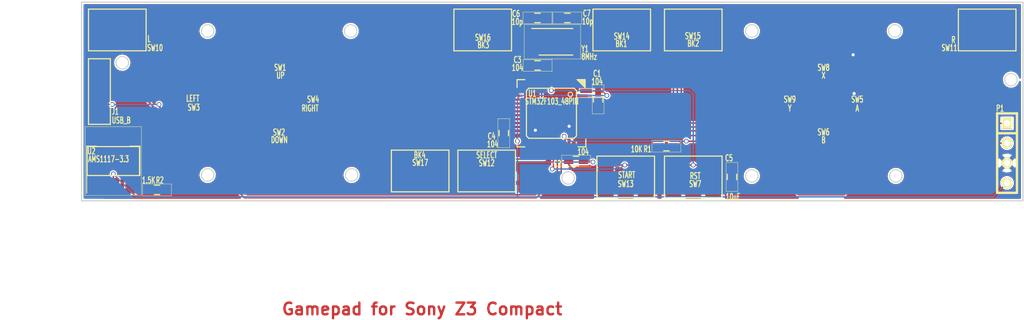
<source format=kicad_pcb>
(kicad_pcb (version 3) (host pcbnew "(22-Jun-2014 BZR 4027)-stable")

  (general
    (links 90)
    (no_connects 0)
    (area 283.388999 238.176999 403.935001 263.727001)
    (thickness 1.6)
    (drawings 18)
    (tracks 289)
    (zones 0)
    (modules 31)
    (nets 27)
  )

  (page A3)
  (layers
    (15 F.Cu signal)
    (0 B.Cu signal)
    (16 B.Adhes user)
    (17 F.Adhes user)
    (18 B.Paste user)
    (19 F.Paste user)
    (20 B.SilkS user)
    (21 F.SilkS user)
    (22 B.Mask user)
    (23 F.Mask user)
    (24 Dwgs.User user)
    (25 Cmts.User user)
    (26 Eco1.User user)
    (27 Eco2.User user)
    (28 Edge.Cuts user)
  )

  (setup
    (last_trace_width 0.18)
    (trace_clearance 0.18)
    (zone_clearance 0.18)
    (zone_45_only no)
    (trace_min 0.18)
    (segment_width 0.2)
    (edge_width 0.15)
    (via_size 0.6)
    (via_drill 0.4)
    (via_min_size 0.6)
    (via_min_drill 0.4)
    (uvia_size 0.6)
    (uvia_drill 0.4)
    (uvias_allowed no)
    (uvia_min_size 0.6)
    (uvia_min_drill 0.4)
    (pcb_text_width 0.3)
    (pcb_text_size 1.5 1.5)
    (mod_edge_width 0.15)
    (mod_text_size 1.5 1.5)
    (mod_text_width 0.15)
    (pad_size 2 1)
    (pad_drill 0)
    (pad_to_mask_clearance 0.2)
    (aux_axis_origin 0 0)
    (visible_elements FFFFFFBF)
    (pcbplotparams
      (layerselection 536838145)
      (usegerberextensions true)
      (excludeedgelayer true)
      (linewidth 0.100000)
      (plotframeref false)
      (viasonmask false)
      (mode 1)
      (useauxorigin false)
      (hpglpennumber 1)
      (hpglpenspeed 20)
      (hpglpendiameter 15)
      (hpglpenoverlay 2)
      (psnegative false)
      (psa4output false)
      (plotreference true)
      (plotvalue true)
      (plotothertext true)
      (plotinvisibletext false)
      (padsonsilk false)
      (subtractmaskfromsilk false)
      (outputformat 1)
      (mirror false)
      (drillshape 0)
      (scaleselection 1)
      (outputdirectory gerber_20180627))
  )

  (net 0 "")
  (net 1 +3V3)
  (net 2 +5V)
  (net 3 A)
  (net 4 B)
  (net 5 BK1)
  (net 6 BK2)
  (net 7 BK3)
  (net 8 BK4)
  (net 9 DOWN)
  (net 10 GND)
  (net 11 L)
  (net 12 LEFT)
  (net 13 R)
  (net 14 RIGHT)
  (net 15 RST)
  (net 16 SELECT)
  (net 17 START)
  (net 18 SWCLK)
  (net 19 SWDIO)
  (net 20 UP)
  (net 21 USB_DM)
  (net 22 USB_DP)
  (net 23 X)
  (net 24 X1)
  (net 25 X2)
  (net 26 Y)

  (net_class Default "This is the default net class."
    (clearance 0.18)
    (trace_width 0.18)
    (via_dia 0.6)
    (via_drill 0.4)
    (uvia_dia 0.6)
    (uvia_drill 0.4)
    (add_net "")
    (add_net +3V3)
    (add_net +5V)
    (add_net A)
    (add_net B)
    (add_net BK1)
    (add_net BK2)
    (add_net BK3)
    (add_net BK4)
    (add_net DOWN)
    (add_net GND)
    (add_net L)
    (add_net LEFT)
    (add_net R)
    (add_net RIGHT)
    (add_net RST)
    (add_net SELECT)
    (add_net START)
    (add_net SWCLK)
    (add_net SWDIO)
    (add_net UP)
    (add_net USB_DM)
    (add_net USB_DP)
    (add_net X)
    (add_net X1)
    (add_net X2)
    (add_net Y)
  )

  (module MyFT_SOT-223 (layer F.Cu) (tedit 5A379D5D) (tstamp 5A376821)
    (at 287.528 258.572 90)
    (descr "module CMS SOT223 4 pins")
    (tags "CMS SOT")
    (path /5A25AF73)
    (attr smd)
    (fp_text reference U2 (at 1.27 -2.794 180) (layer F.SilkS)
      (effects (font (size 0.8 0.5) (thickness 0.125)))
    )
    (fp_text value AMS1117-3.3 (at 0.254 -0.6096 180) (layer F.SilkS)
      (effects (font (size 0.8 0.5) (thickness 0.125)))
    )
    (fp_line (start 1.91 3.41) (end 1.91 2.15) (layer F.SilkS) (width 0.12))
    (fp_line (start 1.91 -3.41) (end 1.91 -2.15) (layer F.SilkS) (width 0.12))
    (fp_line (start 4.4 -3.6) (end -4.4 -3.6) (layer F.SilkS) (width 0.05))
    (fp_line (start 4.4 3.6) (end 4.4 -3.6) (layer F.SilkS) (width 0.05))
    (fp_line (start -4.4 3.6) (end 4.4 3.6) (layer F.SilkS) (width 0.05))
    (fp_line (start -4.4 -3.6) (end -4.4 3.6) (layer F.SilkS) (width 0.05))
    (fp_line (start -1.85 -3.35) (end -1.85 3.35) (layer F.SilkS) (width 0.15))
    (fp_line (start -1.85 3.41) (end 1.91 3.41) (layer F.SilkS) (width 0.12))
    (fp_line (start -1.85 -3.35) (end 1.85 -3.35) (layer F.SilkS) (width 0.15))
    (fp_line (start -4.1 -3.41) (end 1.91 -3.41) (layer F.SilkS) (width 0.12))
    (fp_line (start -1.85 3.35) (end 1.85 3.35) (layer F.SilkS) (width 0.15))
    (fp_line (start 1.85 -3.35) (end 1.85 3.35) (layer F.SilkS) (width 0.15))
    (pad 4 smd rect (at 3.15 0 90) (size 2 3.8)
      (layers F.Cu F.Paste F.Mask)
    )
    (pad 2 smd rect (at -3.15 0 90) (size 2 1.5)
      (layers F.Cu F.Paste F.Mask)
      (net 1 +3V3)
    )
    (pad 3 smd rect (at -3.15 2.3 90) (size 2 1.5)
      (layers F.Cu F.Paste F.Mask)
      (net 2 +5V)
    )
    (pad 1 smd rect (at -3.15 -2.3 90) (size 2 1.5)
      (layers F.Cu F.Paste F.Mask)
      (net 10 GND)
    )
    (model TO_SOT_Packages_SMD.3dshapes/SOT-223.wrl
      (at (xyz 0 0 0))
      (scale (xyz 0.4 0.4 0.4))
      (rotate (xyz 0 0 90))
    )
  )

  (module MyFT_R_0603 (layer F.Cu) (tedit 5B321D38) (tstamp 5A37682D)
    (at 358.267 256.667)
    (descr "C 0603 Hand Soldering")
    (tags 0603)
    (path /5A24FAC4)
    (attr smd)
    (fp_text reference R1 (at -2.413 0.381) (layer F.SilkS)
      (effects (font (size 0.8 0.5) (thickness 0.125)))
    )
    (fp_text value 10K (at -3.81 0.381) (layer F.SilkS)
      (effects (font (size 0.8 0.5) (thickness 0.125)))
    )
    (fp_line (start -1.85 -0.75) (end 1.85 -0.75) (layer F.SilkS) (width 0.05))
    (fp_line (start -1.85 0.75) (end 1.85 0.75) (layer F.SilkS) (width 0.05))
    (fp_line (start -1.85 -0.75) (end -1.85 0.75) (layer F.SilkS) (width 0.05))
    (fp_line (start 1.85 -0.75) (end 1.85 0.75) (layer F.SilkS) (width 0.05))
    (fp_line (start -0.35 -0.6) (end 0.35 -0.6) (layer F.SilkS) (width 0.15))
    (fp_line (start 0.35 0.6) (end -0.35 0.6) (layer F.SilkS) (width 0.15))
    (pad 1 smd rect (at -0.95 0) (size 1.2 0.75)
      (layers F.Cu F.Paste F.Mask)
      (net 1 +3V3)
    )
    (pad 2 smd rect (at 0.95 0) (size 1.2 0.75)
      (layers F.Cu F.Paste F.Mask)
      (net 15 RST)
    )
    (model Capacitors_SMD.3dshapes/C_0603_HandSoldering.wrl
      (at (xyz 0 0 0))
      (scale (xyz 1 1 1))
      (rotate (xyz 0 0 0))
    )
  )

  (module MyFT_DPAD_TB (layer F.Cu) (tedit 5A38F49F) (tstamp 5A37688D)
    (at 308.7624 243.57076 180)
    (descr "DPad Top Buttom")
    (tags "DPad Top Buttom")
    (path /5A250976)
    (fp_text reference SW1 (at -0.1016 -3.048 180) (layer F.SilkS)
      (effects (font (size 0.8 0.5) (thickness 0.125)))
    )
    (fp_text value UP (at -0.1524 -4.064 180) (layer F.SilkS)
      (effects (font (size 0.8 0.5) (thickness 0.125)))
    )
    (pad 2 smd rect (at 1.2 0 180) (size 2 4.5)
      (layers F.Cu F.Paste F.Mask)
      (net 10 GND)
    )
    (pad 1 smd rect (at -1.2 0 180) (size 2 4.5)
      (layers F.Cu F.Paste F.Mask)
      (net 20 UP)
    )
  )

  (module MyFT_DPAD_TB (layer F.Cu) (tedit 5A379028) (tstamp 5A376893)
    (at 378.3584 243.57076)
    (descr "DPad Top Buttom")
    (tags "DPad Top Buttom")
    (path /5A250BF9)
    (fp_text reference SW8 (at 0 3.048) (layer F.SilkS)
      (effects (font (size 0.8 0.5) (thickness 0.125)))
    )
    (fp_text value X (at 0 4.064) (layer F.SilkS)
      (effects (font (size 0.8 0.5) (thickness 0.125)))
    )
    (pad 2 smd rect (at 1.2 0) (size 2 4.5)
      (layers F.Cu F.Paste F.Mask)
      (net 10 GND)
    )
    (pad 1 smd rect (at -1.2 0) (size 2 4.5)
      (layers F.Cu F.Paste F.Mask)
      (net 23 X)
    )
  )

  (module MyFT_DPAD_TB (layer F.Cu) (tedit 5A379047) (tstamp 5A376899)
    (at 378.3584 258.81076)
    (descr "DPad Top Buttom")
    (tags "DPad Top Buttom")
    (path /5A250BF3)
    (fp_text reference SW6 (at 0 -3.937) (layer F.SilkS)
      (effects (font (size 0.8 0.5) (thickness 0.125)))
    )
    (fp_text value B (at 0 -2.921) (layer F.SilkS)
      (effects (font (size 0.8 0.5) (thickness 0.125)))
    )
    (pad 2 smd rect (at 1.2 0) (size 2 4.5)
      (layers F.Cu F.Paste F.Mask)
      (net 10 GND)
    )
    (pad 1 smd rect (at -1.2 0) (size 2 4.5)
      (layers F.Cu F.Paste F.Mask)
      (net 4 B)
    )
  )

  (module MyFT_DPAD_TB (layer F.Cu) (tedit 5A38F422) (tstamp 5A37689F)
    (at 308.7624 258.81076 180)
    (descr "DPad Top Buttom")
    (tags "DPad Top Buttom")
    (path /5A2509BC)
    (fp_text reference SW2 (at 0.0508 3.9116 180) (layer F.SilkS)
      (effects (font (size 0.8 0.5) (thickness 0.125)))
    )
    (fp_text value DOWN (at 0 2.9464 180) (layer F.SilkS)
      (effects (font (size 0.8 0.5) (thickness 0.125)))
    )
    (pad 2 smd rect (at 1.2 0 180) (size 2 4.5)
      (layers F.Cu F.Paste F.Mask)
      (net 10 GND)
    )
    (pad 1 smd rect (at -1.2 0 180) (size 2 4.5)
      (layers F.Cu F.Paste F.Mask)
      (net 9 DOWN)
    )
  )

  (module MyFT_DPAD_LR (layer F.Cu) (tedit 5A37903A) (tstamp 5A3768A5)
    (at 385.9784 251.19076)
    (descr "DPad Left Right")
    (tags "DPad Left Right")
    (path /5A250BED)
    (fp_text reference SW5 (at -3.302 -0.508) (layer F.SilkS)
      (effects (font (size 0.8 0.5) (thickness 0.125)))
    )
    (fp_text value A (at -3.302 0.635) (layer F.SilkS)
      (effects (font (size 0.8 0.5) (thickness 0.125)))
    )
    (pad 2 smd rect (at 0 -1.2) (size 4.5 2)
      (layers F.Cu F.Paste F.Mask)
      (net 10 GND)
    )
    (pad 1 smd rect (at 0 1.2) (size 4.5 2)
      (layers F.Cu F.Paste F.Mask)
      (net 3 A)
    )
  )

  (module MyFT_DPAD_LR (layer F.Cu) (tedit 5A378FC0) (tstamp 5A3768AB)
    (at 316.3824 251.19076)
    (descr "DPad Left Right")
    (tags "DPad Left Right")
    (path /5A250B0F)
    (fp_text reference SW4 (at -3.302 -0.508) (layer F.SilkS)
      (effects (font (size 0.8 0.5) (thickness 0.125)))
    )
    (fp_text value RIGHT (at -3.683 0.635) (layer F.SilkS)
      (effects (font (size 0.8 0.5) (thickness 0.125)))
    )
    (pad 2 smd rect (at 0 -1.2) (size 4.5 2)
      (layers F.Cu F.Paste F.Mask)
      (net 10 GND)
    )
    (pad 1 smd rect (at 0 1.2) (size 4.5 2)
      (layers F.Cu F.Paste F.Mask)
      (net 14 RIGHT)
    )
  )

  (module MyFT_DPAD_LR (layer F.Cu) (tedit 5A378FBC) (tstamp 5A3768B1)
    (at 301.117 251.206 180)
    (descr "DPad Left Right")
    (tags "DPad Left Right")
    (path /5A250B09)
    (fp_text reference SW3 (at 3.302 -0.508 180) (layer F.SilkS)
      (effects (font (size 0.8 0.5) (thickness 0.125)))
    )
    (fp_text value LEFT (at 3.429 0.635 180) (layer F.SilkS)
      (effects (font (size 0.8 0.5) (thickness 0.125)))
    )
    (pad 2 smd rect (at 0 -1.2 180) (size 4.5 2)
      (layers F.Cu F.Paste F.Mask)
      (net 10 GND)
    )
    (pad 1 smd rect (at 0 1.2 180) (size 4.5 2)
      (layers F.Cu F.Paste F.Mask)
      (net 12 LEFT)
    )
  )

  (module MyFT_DPAD_LR (layer F.Cu) (tedit 5A37901A) (tstamp 5A3768B7)
    (at 370.7384 251.19076)
    (descr "DPad Left Right")
    (tags "DPad Left Right")
    (path /5A250BFF)
    (fp_text reference SW9 (at 3.302 -0.508) (layer F.SilkS)
      (effects (font (size 0.8 0.5) (thickness 0.125)))
    )
    (fp_text value Y (at 3.302 0.635) (layer F.SilkS)
      (effects (font (size 0.8 0.5) (thickness 0.125)))
    )
    (pad 2 smd rect (at 0 -1.2) (size 4.5 2)
      (layers F.Cu F.Paste F.Mask)
      (net 10 GND)
    )
    (pad 1 smd rect (at 0 1.2) (size 4.5 2)
      (layers F.Cu F.Paste F.Mask)
      (net 26 Y)
    )
  )

  (module MyFT_Crystal_SMD_5032_2Pads (layer F.Cu) (tedit 5B20FABC) (tstamp 5A3768C3)
    (at 343.6874 243.31676)
    (descr "Ceramic SMD crystal, 5.0x3.2mm, 2 Pads")
    (tags "crystal oscillator quartz SMD SMT 5032")
    (path /5A24FCB2)
    (attr smd)
    (fp_text reference Y1 (at 4.1656 0.90424) (layer F.SilkS)
      (effects (font (size 0.8 0.5) (thickness 0.125)))
    )
    (fp_text value 8MHz (at 4.699 1.905) (layer F.SilkS)
      (effects (font (size 0.8 0.5) (thickness 0.125)))
    )
    (fp_line (start 3.6 2.2) (end 3.6 -2.2) (layer F.SilkS) (width 0.05))
    (fp_line (start -3.6 2.2) (end 3.6 2.2) (layer F.SilkS) (width 0.05))
    (fp_line (start -3.6 -2.2) (end -3.6 2.2) (layer F.SilkS) (width 0.05))
    (fp_line (start 3.6 -2.2) (end -3.6 -2.2) (layer F.SilkS) (width 0.05))
    (fp_line (start 2.6 1.7) (end -1.7 1.7) (layer F.SilkS) (width 0.15))
    (fp_line (start -2.65 -1.7) (end 2.6 -1.7) (layer F.SilkS) (width 0.15))
    (pad 1 smd rect (at -2.05 0) (size 2 2.4)
      (layers F.Cu F.Paste F.Mask)
      (net 25 X2)
    )
    (pad 2 smd rect (at 2.05 0) (size 2 2.4)
      (layers F.Cu F.Paste F.Mask)
      (net 24 X1)
    )
    (model Crystals.3dshapes/Crystal_SMD_5032_2Pads.wrl
      (at (xyz 0 0 0))
      (scale (xyz 0.3937 0.3937 0.3937))
      (rotate (xyz 0 0 0))
    )
  )

  (module MyFT_C_0603 (layer F.Cu) (tedit 5A38F294) (tstamp 5A3768CF)
    (at 345.5924 240.26876 180)
    (descr "0603 Hand Soldering")
    (tags 0603)
    (path /5A24FD58)
    (attr smd)
    (fp_text reference C7 (at -2.4892 0.5842 180) (layer F.SilkS)
      (effects (font (size 0.8 0.5) (thickness 0.125)))
    )
    (fp_text value 10p (at -2.5908 -0.4318 180) (layer F.SilkS)
      (effects (font (size 0.8 0.5) (thickness 0.125)))
    )
    (fp_line (start -1.85 -0.75) (end 1.85 -0.75) (layer F.SilkS) (width 0.05))
    (fp_line (start -1.85 0.75) (end 1.85 0.75) (layer F.SilkS) (width 0.05))
    (fp_line (start -1.85 -0.75) (end -1.85 0.75) (layer F.SilkS) (width 0.05))
    (fp_line (start 1.85 -0.75) (end 1.85 0.75) (layer F.SilkS) (width 0.05))
    (fp_line (start -0.35 -0.6) (end 0.35 -0.6) (layer F.SilkS) (width 0.15))
    (fp_line (start 0.35 0.6) (end -0.35 0.6) (layer F.SilkS) (width 0.15))
    (pad 1 smd rect (at -0.95 0 180) (size 1.2 0.75)
      (layers F.Cu F.Paste F.Mask)
      (net 24 X1)
    )
    (pad 2 smd rect (at 0.95 0 180) (size 1.2 0.75)
      (layers F.Cu F.Paste F.Mask)
      (net 10 GND)
    )
    (model Capacitors_SMD.3dshapes/C_0603_HandSoldering.wrl
      (at (xyz 0 0 0))
      (scale (xyz 1 1 1))
      (rotate (xyz 0 0 0))
    )
  )

  (module MyFT_C_0603 (layer F.Cu) (tedit 5A38F283) (tstamp 5A3768DB)
    (at 341.7824 240.26876)
    (descr "0603 Hand Soldering")
    (tags 0603)
    (path /5A24FD1F)
    (attr smd)
    (fp_text reference C6 (at -2.7432 -0.5334) (layer F.SilkS)
      (effects (font (size 0.8 0.5) (thickness 0.125)))
    )
    (fp_text value 10p (at -2.5908 0.4826) (layer F.SilkS)
      (effects (font (size 0.8 0.5) (thickness 0.125)))
    )
    (fp_line (start -1.85 -0.75) (end 1.85 -0.75) (layer F.SilkS) (width 0.05))
    (fp_line (start -1.85 0.75) (end 1.85 0.75) (layer F.SilkS) (width 0.05))
    (fp_line (start -1.85 -0.75) (end -1.85 0.75) (layer F.SilkS) (width 0.05))
    (fp_line (start 1.85 -0.75) (end 1.85 0.75) (layer F.SilkS) (width 0.05))
    (fp_line (start -0.35 -0.6) (end 0.35 -0.6) (layer F.SilkS) (width 0.15))
    (fp_line (start 0.35 0.6) (end -0.35 0.6) (layer F.SilkS) (width 0.15))
    (pad 1 smd rect (at -0.95 0) (size 1.2 0.75)
      (layers F.Cu F.Paste F.Mask)
      (net 25 X2)
    )
    (pad 2 smd rect (at 0.95 0) (size 1.2 0.75)
      (layers F.Cu F.Paste F.Mask)
      (net 10 GND)
    )
    (model Capacitors_SMD.3dshapes/C_0603_HandSoldering.wrl
      (at (xyz 0 0 0))
      (scale (xyz 1 1 1))
      (rotate (xyz 0 0 0))
    )
  )

  (module MyFT_C_0603 (layer F.Cu) (tedit 5B320FE4) (tstamp 5A3768E7)
    (at 366.649 260.604 270)
    (descr "0603 Hand Soldering")
    (tags 0603)
    (path /5A24FA7D)
    (attr smd)
    (fp_text reference C5 (at -2.413 0.381 360) (layer F.SilkS)
      (effects (font (size 0.8 0.5) (thickness 0.125)))
    )
    (fp_text value 10uF (at 2.54 -0.127 360) (layer F.SilkS)
      (effects (font (size 0.8 0.5) (thickness 0.125)))
    )
    (fp_line (start -1.85 -0.75) (end 1.85 -0.75) (layer F.SilkS) (width 0.05))
    (fp_line (start -1.85 0.75) (end 1.85 0.75) (layer F.SilkS) (width 0.05))
    (fp_line (start -1.85 -0.75) (end -1.85 0.75) (layer F.SilkS) (width 0.05))
    (fp_line (start 1.85 -0.75) (end 1.85 0.75) (layer F.SilkS) (width 0.05))
    (fp_line (start -0.35 -0.6) (end 0.35 -0.6) (layer F.SilkS) (width 0.15))
    (fp_line (start 0.35 0.6) (end -0.35 0.6) (layer F.SilkS) (width 0.15))
    (pad 1 smd rect (at -0.95 0 270) (size 1.2 0.75)
      (layers F.Cu F.Paste F.Mask)
      (net 15 RST)
    )
    (pad 2 smd rect (at 0.95 0 270) (size 1.2 0.75)
      (layers F.Cu F.Paste F.Mask)
      (net 10 GND)
    )
    (model Capacitors_SMD.3dshapes/C_0603_HandSoldering.wrl
      (at (xyz 0 0 0))
      (scale (xyz 1 1 1))
      (rotate (xyz 0 0 0))
    )
  )

  (module MyFT_C_0603 (layer F.Cu) (tedit 5B20FAA8) (tstamp 5A38D633)
    (at 337.4644 255.00076 90)
    (descr "0603 Hand Soldering")
    (tags 0603)
    (path /5A24F80F)
    (attr smd)
    (fp_text reference C4 (at -0.39624 -1.5494 180) (layer F.SilkS)
      (effects (font (size 0.8 0.5) (thickness 0.125)))
    )
    (fp_text value 104 (at -1.41224 -1.4224 180) (layer F.SilkS)
      (effects (font (size 0.8 0.5) (thickness 0.125)))
    )
    (fp_line (start -1.85 -0.75) (end 1.85 -0.75) (layer F.SilkS) (width 0.05))
    (fp_line (start -1.85 0.75) (end 1.85 0.75) (layer F.SilkS) (width 0.05))
    (fp_line (start -1.85 -0.75) (end -1.85 0.75) (layer F.SilkS) (width 0.05))
    (fp_line (start 1.85 -0.75) (end 1.85 0.75) (layer F.SilkS) (width 0.05))
    (fp_line (start -0.35 -0.6) (end 0.35 -0.6) (layer F.SilkS) (width 0.15))
    (fp_line (start 0.35 0.6) (end -0.35 0.6) (layer F.SilkS) (width 0.15))
    (pad 1 smd rect (at -0.95 0 90) (size 1.2 0.75)
      (layers F.Cu F.Paste F.Mask)
      (net 1 +3V3)
    )
    (pad 2 smd rect (at 0.95 0 90) (size 1.2 0.75)
      (layers F.Cu F.Paste F.Mask)
      (net 10 GND)
    )
    (model Capacitors_SMD.3dshapes/C_0603_HandSoldering.wrl
      (at (xyz 0 0 0))
      (scale (xyz 1 1 1))
      (rotate (xyz 0 0 0))
    )
  )

  (module MyFT_C_0603 (layer F.Cu) (tedit 5B20FAC0) (tstamp 5A3768FF)
    (at 341.78748 246.34444)
    (descr "0603 Hand Soldering")
    (tags 0603)
    (path /5A24F7F2)
    (attr smd)
    (fp_text reference C3 (at -2.57048 -0.72644) (layer F.SilkS)
      (effects (font (size 0.8 0.5) (thickness 0.125)))
    )
    (fp_text value 104 (at -2.57048 0.28956) (layer F.SilkS)
      (effects (font (size 0.8 0.5) (thickness 0.125)))
    )
    (fp_line (start -1.85 -0.75) (end 1.85 -0.75) (layer F.SilkS) (width 0.05))
    (fp_line (start -1.85 0.75) (end 1.85 0.75) (layer F.SilkS) (width 0.05))
    (fp_line (start -1.85 -0.75) (end -1.85 0.75) (layer F.SilkS) (width 0.05))
    (fp_line (start 1.85 -0.75) (end 1.85 0.75) (layer F.SilkS) (width 0.05))
    (fp_line (start -0.35 -0.6) (end 0.35 -0.6) (layer F.SilkS) (width 0.15))
    (fp_line (start 0.35 0.6) (end -0.35 0.6) (layer F.SilkS) (width 0.15))
    (pad 1 smd rect (at -0.95 0) (size 1.2 0.75)
      (layers F.Cu F.Paste F.Mask)
      (net 1 +3V3)
    )
    (pad 2 smd rect (at 0.95 0) (size 1.2 0.75)
      (layers F.Cu F.Paste F.Mask)
      (net 10 GND)
    )
    (model Capacitors_SMD.3dshapes/C_0603_HandSoldering.wrl
      (at (xyz 0 0 0))
      (scale (xyz 1 1 1))
      (rotate (xyz 0 0 0))
    )
  )

  (module MyFT_C_0603 (layer F.Cu) (tedit 5B20FAAF) (tstamp 5A38D626)
    (at 346.71 258.572 180)
    (descr "0603 Hand Soldering")
    (tags 0603)
    (path /5A24F7D7)
    (attr smd)
    (fp_text reference C2 (at 2.39268 -0.34544 180) (layer F.SilkS)
      (effects (font (size 0.8 0.5) (thickness 0.125)))
    )
    (fp_text value 104 (at -0.90932 1.17856 180) (layer F.SilkS)
      (effects (font (size 0.8 0.5) (thickness 0.125)))
    )
    (fp_line (start -1.85 -0.75) (end 1.85 -0.75) (layer F.SilkS) (width 0.05))
    (fp_line (start -1.85 0.75) (end 1.85 0.75) (layer F.SilkS) (width 0.05))
    (fp_line (start -1.85 -0.75) (end -1.85 0.75) (layer F.SilkS) (width 0.05))
    (fp_line (start 1.85 -0.75) (end 1.85 0.75) (layer F.SilkS) (width 0.05))
    (fp_line (start -0.35 -0.6) (end 0.35 -0.6) (layer F.SilkS) (width 0.15))
    (fp_line (start 0.35 0.6) (end -0.35 0.6) (layer F.SilkS) (width 0.15))
    (pad 1 smd rect (at -0.95 0 180) (size 1.2 0.75)
      (layers F.Cu F.Paste F.Mask)
      (net 1 +3V3)
    )
    (pad 2 smd rect (at 0.95 0 180) (size 1.2 0.75)
      (layers F.Cu F.Paste F.Mask)
      (net 10 GND)
    )
    (model Capacitors_SMD.3dshapes/C_0603_HandSoldering.wrl
      (at (xyz 0 0 0))
      (scale (xyz 1 1 1))
      (rotate (xyz 0 0 0))
    )
  )

  (module MyFT_C_0603 (layer F.Cu) (tedit 5A38CF90) (tstamp 5A38EDB2)
    (at 349.5294 250.68784 270)
    (descr "0603 Hand Soldering")
    (tags 0603)
    (path /5A24F7A6)
    (attr smd)
    (fp_text reference C1 (at -3.302 0.127 360) (layer F.SilkS)
      (effects (font (size 0.8 0.5) (thickness 0.125)))
    )
    (fp_text value 104 (at -2.286 0.127 360) (layer F.SilkS)
      (effects (font (size 0.8 0.5) (thickness 0.125)))
    )
    (fp_line (start -1.85 -0.75) (end 1.85 -0.75) (layer F.SilkS) (width 0.05))
    (fp_line (start -1.85 0.75) (end 1.85 0.75) (layer F.SilkS) (width 0.05))
    (fp_line (start -1.85 -0.75) (end -1.85 0.75) (layer F.SilkS) (width 0.05))
    (fp_line (start 1.85 -0.75) (end 1.85 0.75) (layer F.SilkS) (width 0.05))
    (fp_line (start -0.35 -0.6) (end 0.35 -0.6) (layer F.SilkS) (width 0.15))
    (fp_line (start 0.35 0.6) (end -0.35 0.6) (layer F.SilkS) (width 0.15))
    (pad 1 smd rect (at -0.95 0 270) (size 1.2 0.75)
      (layers F.Cu F.Paste F.Mask)
      (net 1 +3V3)
    )
    (pad 2 smd rect (at 0.95 0 270) (size 1.2 0.75)
      (layers F.Cu F.Paste F.Mask)
      (net 10 GND)
    )
    (model Capacitors_SMD.3dshapes/C_0603_HandSoldering.wrl
      (at (xyz 0 0 0))
      (scale (xyz 1 1 1))
      (rotate (xyz 0 0 0))
    )
  )

  (module MyFT_4.5x4.5_SMD (layer F.Cu) (tedit 5B321D2D) (tstamp 5A377938)
    (at 361.696 260.604)
    (descr 4.5x4.5_SMD)
    (tags 4.5x4.5_SMD)
    (path /5A24FB0F)
    (attr smd)
    (fp_text reference SW7 (at 0.254 0.889) (layer F.SilkS)
      (effects (font (size 0.8 0.5) (thickness 0.125)))
    )
    (fp_text value RST (at 0.254 -0.127) (layer F.SilkS)
      (effects (font (size 0.8 0.5) (thickness 0.125)))
    )
    (fp_line (start -3.683 -2.667) (end 3.683 -2.667) (layer F.SilkS) (width 0.15))
    (fp_line (start 3.683 -2.667) (end 3.683 2.667) (layer F.SilkS) (width 0.15))
    (fp_line (start 3.683 2.667) (end -3.683 2.667) (layer F.SilkS) (width 0.15))
    (fp_line (start -3.683 2.667) (end -3.683 -2.667) (layer F.SilkS) (width 0.15))
    (pad 2 smd rect (at -2.54 1.524) (size 2 2)
      (layers F.Cu F.Paste F.Mask)
      (net 10 GND)
    )
    (pad 1 smd rect (at -2.54 -1.524) (size 2 2)
      (layers F.Cu F.Paste F.Mask)
      (net 15 RST)
    )
    (pad 1 smd rect (at 2.54 -1.524) (size 2 2)
      (layers F.Cu F.Paste F.Mask)
      (net 15 RST)
    )
    (pad 2 smd rect (at 2.54 1.524) (size 2 2)
      (layers F.Cu F.Paste F.Mask)
      (net 10 GND)
    )
    (model Buttons_Switches_SMD.3dshapes/SW_SPST_PTS645.wrl
      (at (xyz 0 0 0))
      (scale (xyz 1 1 1))
      (rotate (xyz 0 0 0))
    )
  )

  (module MyFT_4.5x4.5_SMD (layer F.Cu) (tedit 5B30D4B3) (tstamp 5A377944)
    (at 288.036 241.808)
    (descr 4.5x4.5_SMD)
    (tags 4.5x4.5_SMD)
    (path /5A2511F1)
    (attr smd)
    (fp_text reference SW10 (at 4.826 2.286) (layer F.SilkS)
      (effects (font (size 0.8 0.5) (thickness 0.125)))
    )
    (fp_text value L (at 4.064 1.143) (layer F.SilkS)
      (effects (font (size 0.8 0.5) (thickness 0.125)))
    )
    (fp_line (start -3.683 -2.667) (end 3.683 -2.667) (layer F.SilkS) (width 0.15))
    (fp_line (start 3.683 -2.667) (end 3.683 2.667) (layer F.SilkS) (width 0.15))
    (fp_line (start 3.683 2.667) (end -3.683 2.667) (layer F.SilkS) (width 0.15))
    (fp_line (start -3.683 2.667) (end -3.683 -2.667) (layer F.SilkS) (width 0.15))
    (pad 2 smd rect (at -2.54 1.524) (size 2 2)
      (layers F.Cu F.Paste F.Mask)
      (net 10 GND)
    )
    (pad 1 smd rect (at -2.54 -1.524) (size 2 2)
      (layers F.Cu F.Paste F.Mask)
      (net 11 L)
    )
    (pad 1 smd rect (at 2.54 -1.524) (size 2 2)
      (layers F.Cu F.Paste F.Mask)
      (net 11 L)
    )
    (pad 2 smd rect (at 2.54 1.524) (size 2 2)
      (layers F.Cu F.Paste F.Mask)
      (net 10 GND)
    )
    (model Buttons_Switches_SMD.3dshapes/SW_SPST_PTS645.wrl
      (at (xyz 0 0 0))
      (scale (xyz 1 1 1))
      (rotate (xyz 0 0 0))
    )
  )

  (module MyFT_4.5x4.5_SMD (layer F.Cu) (tedit 5B30D4C2) (tstamp 5A377950)
    (at 399.288 241.808)
    (descr 4.5x4.5_SMD)
    (tags 4.5x4.5_SMD)
    (path /5A2511F7)
    (attr smd)
    (fp_text reference SW11 (at -4.826 2.286) (layer F.SilkS)
      (effects (font (size 0.8 0.5) (thickness 0.125)))
    )
    (fp_text value R (at -4.318 1.27) (layer F.SilkS)
      (effects (font (size 0.8 0.5) (thickness 0.125)))
    )
    (fp_line (start -3.683 -2.667) (end 3.683 -2.667) (layer F.SilkS) (width 0.15))
    (fp_line (start 3.683 -2.667) (end 3.683 2.667) (layer F.SilkS) (width 0.15))
    (fp_line (start 3.683 2.667) (end -3.683 2.667) (layer F.SilkS) (width 0.15))
    (fp_line (start -3.683 2.667) (end -3.683 -2.667) (layer F.SilkS) (width 0.15))
    (pad 2 smd rect (at -2.54 1.524) (size 2 2)
      (layers F.Cu F.Paste F.Mask)
      (net 10 GND)
    )
    (pad 1 smd rect (at -2.54 -1.524) (size 2 2)
      (layers F.Cu F.Paste F.Mask)
      (net 13 R)
    )
    (pad 1 smd rect (at 2.54 -1.524) (size 2 2)
      (layers F.Cu F.Paste F.Mask)
      (net 13 R)
    )
    (pad 2 smd rect (at 2.54 1.524) (size 2 2)
      (layers F.Cu F.Paste F.Mask)
      (net 10 GND)
    )
    (model Buttons_Switches_SMD.3dshapes/SW_SPST_PTS645.wrl
      (at (xyz 0 0 0))
      (scale (xyz 1 1 1))
      (rotate (xyz 0 0 0))
    )
  )

  (module MyFT_4.5x4.5_SMD (layer F.Cu) (tedit 5A379360) (tstamp 5A37795C)
    (at 335.28 259.842)
    (descr 4.5x4.5_SMD)
    (tags 4.5x4.5_SMD)
    (path /5A2511FD)
    (attr smd)
    (fp_text reference SW12 (at 0 -1.016) (layer F.SilkS)
      (effects (font (size 0.8 0.5) (thickness 0.125)))
    )
    (fp_text value SELECT (at 0 -2.032) (layer F.SilkS)
      (effects (font (size 0.8 0.5) (thickness 0.125)))
    )
    (fp_line (start -3.683 -2.667) (end 3.683 -2.667) (layer F.SilkS) (width 0.15))
    (fp_line (start 3.683 -2.667) (end 3.683 2.667) (layer F.SilkS) (width 0.15))
    (fp_line (start 3.683 2.667) (end -3.683 2.667) (layer F.SilkS) (width 0.15))
    (fp_line (start -3.683 2.667) (end -3.683 -2.667) (layer F.SilkS) (width 0.15))
    (pad 2 smd rect (at -2.54 1.524) (size 2 2)
      (layers F.Cu F.Paste F.Mask)
      (net 10 GND)
    )
    (pad 1 smd rect (at -2.54 -1.524) (size 2 2)
      (layers F.Cu F.Paste F.Mask)
      (net 16 SELECT)
    )
    (pad 1 smd rect (at 2.54 -1.524) (size 2 2)
      (layers F.Cu F.Paste F.Mask)
      (net 16 SELECT)
    )
    (pad 2 smd rect (at 2.54 1.524) (size 2 2)
      (layers F.Cu F.Paste F.Mask)
      (net 10 GND)
    )
    (model Buttons_Switches_SMD.3dshapes/SW_SPST_PTS645.wrl
      (at (xyz 0 0 0))
      (scale (xyz 1 1 1))
      (rotate (xyz 0 0 0))
    )
  )

  (module MyFT_4.5x4.5_SMD (layer F.Cu) (tedit 5B321D29) (tstamp 5A377968)
    (at 353.06 260.604)
    (descr 4.5x4.5_SMD)
    (tags 4.5x4.5_SMD)
    (path /5A251203)
    (attr smd)
    (fp_text reference SW13 (at 0 0.889) (layer F.SilkS)
      (effects (font (size 0.8 0.5) (thickness 0.125)))
    )
    (fp_text value START (at 0.127 -0.254) (layer F.SilkS)
      (effects (font (size 0.8 0.5) (thickness 0.125)))
    )
    (fp_line (start -3.683 -2.667) (end 3.683 -2.667) (layer F.SilkS) (width 0.15))
    (fp_line (start 3.683 -2.667) (end 3.683 2.667) (layer F.SilkS) (width 0.15))
    (fp_line (start 3.683 2.667) (end -3.683 2.667) (layer F.SilkS) (width 0.15))
    (fp_line (start -3.683 2.667) (end -3.683 -2.667) (layer F.SilkS) (width 0.15))
    (pad 2 smd rect (at -2.54 1.524) (size 2 2)
      (layers F.Cu F.Paste F.Mask)
      (net 10 GND)
    )
    (pad 1 smd rect (at -2.54 -1.524) (size 2 2)
      (layers F.Cu F.Paste F.Mask)
      (net 17 START)
    )
    (pad 1 smd rect (at 2.54 -1.524) (size 2 2)
      (layers F.Cu F.Paste F.Mask)
      (net 17 START)
    )
    (pad 2 smd rect (at 2.54 1.524) (size 2 2)
      (layers F.Cu F.Paste F.Mask)
      (net 10 GND)
    )
    (model Buttons_Switches_SMD.3dshapes/SW_SPST_PTS645.wrl
      (at (xyz 0 0 0))
      (scale (xyz 1 1 1))
      (rotate (xyz 0 0 0))
    )
  )

  (module MyFT_4.5x4.5_SMD (layer F.Cu) (tedit 5A38D8E0) (tstamp 5A377974)
    (at 352.552 241.808 180)
    (descr 4.5x4.5_SMD)
    (tags 4.5x4.5_SMD)
    (path /5A25156F)
    (attr smd)
    (fp_text reference SW14 (at 0 -0.8128 180) (layer F.SilkS)
      (effects (font (size 0.8 0.5) (thickness 0.125)))
    )
    (fp_text value BK1 (at 0.0508 -1.778 180) (layer F.SilkS)
      (effects (font (size 0.8 0.5) (thickness 0.125)))
    )
    (fp_line (start -3.683 -2.667) (end 3.683 -2.667) (layer F.SilkS) (width 0.15))
    (fp_line (start 3.683 -2.667) (end 3.683 2.667) (layer F.SilkS) (width 0.15))
    (fp_line (start 3.683 2.667) (end -3.683 2.667) (layer F.SilkS) (width 0.15))
    (fp_line (start -3.683 2.667) (end -3.683 -2.667) (layer F.SilkS) (width 0.15))
    (pad 2 smd rect (at -2.54 1.524 180) (size 2 2)
      (layers F.Cu F.Paste F.Mask)
      (net 10 GND)
    )
    (pad 1 smd rect (at -2.54 -1.524 180) (size 2 2)
      (layers F.Cu F.Paste F.Mask)
      (net 5 BK1)
    )
    (pad 1 smd rect (at 2.54 -1.524 180) (size 2 2)
      (layers F.Cu F.Paste F.Mask)
      (net 5 BK1)
    )
    (pad 2 smd rect (at 2.54 1.524 180) (size 2 2)
      (layers F.Cu F.Paste F.Mask)
      (net 10 GND)
    )
    (model Buttons_Switches_SMD.3dshapes/SW_SPST_PTS645.wrl
      (at (xyz 0 0 0))
      (scale (xyz 1 1 1))
      (rotate (xyz 0 0 0))
    )
  )

  (module MyFT_4.5x4.5_SMD (layer F.Cu) (tedit 5A38D8E6) (tstamp 5A377980)
    (at 361.696 241.808 180)
    (descr 4.5x4.5_SMD)
    (tags 4.5x4.5_SMD)
    (path /5A251575)
    (attr smd)
    (fp_text reference SW15 (at 0.0508 -0.762 180) (layer F.SilkS)
      (effects (font (size 0.8 0.5) (thickness 0.125)))
    )
    (fp_text value BK2 (at 0 -1.7272 180) (layer F.SilkS)
      (effects (font (size 0.8 0.5) (thickness 0.125)))
    )
    (fp_line (start -3.683 -2.667) (end 3.683 -2.667) (layer F.SilkS) (width 0.15))
    (fp_line (start 3.683 -2.667) (end 3.683 2.667) (layer F.SilkS) (width 0.15))
    (fp_line (start 3.683 2.667) (end -3.683 2.667) (layer F.SilkS) (width 0.15))
    (fp_line (start -3.683 2.667) (end -3.683 -2.667) (layer F.SilkS) (width 0.15))
    (pad 2 smd rect (at -2.54 1.524 180) (size 2 2)
      (layers F.Cu F.Paste F.Mask)
      (net 10 GND)
    )
    (pad 1 smd rect (at -2.54 -1.524 180) (size 2 2)
      (layers F.Cu F.Paste F.Mask)
      (net 6 BK2)
    )
    (pad 1 smd rect (at 2.54 -1.524 180) (size 2 2)
      (layers F.Cu F.Paste F.Mask)
      (net 6 BK2)
    )
    (pad 2 smd rect (at 2.54 1.524 180) (size 2 2)
      (layers F.Cu F.Paste F.Mask)
      (net 10 GND)
    )
    (model Buttons_Switches_SMD.3dshapes/SW_SPST_PTS645.wrl
      (at (xyz 0 0 0))
      (scale (xyz 1 1 1))
      (rotate (xyz 0 0 0))
    )
  )

  (module MyFT_4.5x4.5_SMD (layer F.Cu) (tedit 5A379D45) (tstamp 5A37798C)
    (at 334.772 241.808 180)
    (descr 4.5x4.5_SMD)
    (tags 4.5x4.5_SMD)
    (path /5A25157B)
    (attr smd)
    (fp_text reference SW16 (at -0.0254 -0.9652 180) (layer F.SilkS)
      (effects (font (size 0.8 0.5) (thickness 0.125)))
    )
    (fp_text value BK3 (at -0.0762 -1.9304 180) (layer F.SilkS)
      (effects (font (size 0.8 0.5) (thickness 0.125)))
    )
    (fp_line (start -3.683 -2.667) (end 3.683 -2.667) (layer F.SilkS) (width 0.15))
    (fp_line (start 3.683 -2.667) (end 3.683 2.667) (layer F.SilkS) (width 0.15))
    (fp_line (start 3.683 2.667) (end -3.683 2.667) (layer F.SilkS) (width 0.15))
    (fp_line (start -3.683 2.667) (end -3.683 -2.667) (layer F.SilkS) (width 0.15))
    (pad 2 smd rect (at -2.54 1.524 180) (size 2 2)
      (layers F.Cu F.Paste F.Mask)
      (net 10 GND)
    )
    (pad 1 smd rect (at -2.54 -1.524 180) (size 2 2)
      (layers F.Cu F.Paste F.Mask)
      (net 7 BK3)
    )
    (pad 1 smd rect (at 2.54 -1.524 180) (size 2 2)
      (layers F.Cu F.Paste F.Mask)
      (net 7 BK3)
    )
    (pad 2 smd rect (at 2.54 1.524 180) (size 2 2)
      (layers F.Cu F.Paste F.Mask)
      (net 10 GND)
    )
    (model Buttons_Switches_SMD.3dshapes/SW_SPST_PTS645.wrl
      (at (xyz 0 0 0))
      (scale (xyz 1 1 1))
      (rotate (xyz 0 0 0))
    )
  )

  (module MyFT_4.5x4.5_SMD (layer F.Cu) (tedit 5A379D4C) (tstamp 5A377998)
    (at 326.771 259.842)
    (descr 4.5x4.5_SMD)
    (tags 4.5x4.5_SMD)
    (path /5A251581)
    (attr smd)
    (fp_text reference SW17 (at 0 -1.0668) (layer F.SilkS)
      (effects (font (size 0.8 0.5) (thickness 0.125)))
    )
    (fp_text value BK4 (at -0.0508 -2.032) (layer F.SilkS)
      (effects (font (size 0.8 0.5) (thickness 0.125)))
    )
    (fp_line (start -3.683 -2.667) (end 3.683 -2.667) (layer F.SilkS) (width 0.15))
    (fp_line (start 3.683 -2.667) (end 3.683 2.667) (layer F.SilkS) (width 0.15))
    (fp_line (start 3.683 2.667) (end -3.683 2.667) (layer F.SilkS) (width 0.15))
    (fp_line (start -3.683 2.667) (end -3.683 -2.667) (layer F.SilkS) (width 0.15))
    (pad 2 smd rect (at -2.54 1.524) (size 2 2)
      (layers F.Cu F.Paste F.Mask)
      (net 10 GND)
    )
    (pad 1 smd rect (at -2.54 -1.524) (size 2 2)
      (layers F.Cu F.Paste F.Mask)
      (net 8 BK4)
    )
    (pad 1 smd rect (at 2.54 -1.524) (size 2 2)
      (layers F.Cu F.Paste F.Mask)
      (net 8 BK4)
    )
    (pad 2 smd rect (at 2.54 1.524) (size 2 2)
      (layers F.Cu F.Paste F.Mask)
      (net 10 GND)
    )
    (model Buttons_Switches_SMD.3dshapes/SW_SPST_PTS645.wrl
      (at (xyz 0 0 0))
      (scale (xyz 1 1 1))
      (rotate (xyz 0 0 0))
    )
  )

  (module MyFT_USB_Mini_B_PIN_ONLY (layer F.Cu) (tedit 5B30D4B8) (tstamp 5A379893)
    (at 285.75 249.555 90)
    (descr "USB Mini-B 5-pin SMD connector")
    (tags "USB USB_B USB_Mini connector")
    (path /5A24FF7B)
    (attr smd)
    (fp_text reference J1 (at -2.667 2.032 180) (layer F.SilkS)
      (effects (font (size 0.8 0.5) (thickness 0.125)))
    )
    (fp_text value USB_B (at -3.81 2.794 180) (layer F.SilkS)
      (effects (font (size 0.8 0.5) (thickness 0.125)))
    )
    (fp_line (start -4.318 -1.397) (end 4.064 -1.397) (layer F.SilkS) (width 0.15))
    (fp_line (start 4.064 -1.397) (end 4.064 1.397) (layer F.SilkS) (width 0.15))
    (fp_line (start 4.064 1.397) (end -4.318 1.397) (layer F.SilkS) (width 0.15))
    (fp_line (start -4.318 1.397) (end -4.318 -1.397) (layer F.SilkS) (width 0.15))
    (pad 1 smd rect (at -3.429 0 180) (size 2 1)
      (layers F.Cu F.Paste F.Mask)
      (net 2 +5V)
    )
    (pad 2 smd rect (at -1.778 0 180) (size 2 1)
      (layers F.Cu F.Paste F.Mask)
      (net 21 USB_DM)
    )
    (pad 3 smd rect (at -0.127 0 180) (size 2 1)
      (layers F.Cu F.Paste F.Mask)
      (net 22 USB_DP)
    )
    (pad 4 smd rect (at 1.524 0 180) (size 2 1)
      (layers F.Cu F.Paste F.Mask)
      (net 10 GND)
    )
    (pad 5 smd rect (at 3.175 0 180) (size 2 1)
      (layers F.Cu F.Paste F.Mask)
      (net 10 GND)
    )
  )

  (module SIL-4 (layer F.Cu) (tedit 5B20FACC) (tstamp 5A38A0E2)
    (at 401.828 257.556 270)
    (descr "Connecteur 4 pibs")
    (tags "CONN DEV")
    (path /5A38A19D)
    (fp_text reference P1 (at -5.715 0.889 360) (layer F.SilkS)
      (effects (font (size 0.8 0.5) (thickness 0.125)))
    )
    (fp_text value CONN_4 (at 0 -2.54 270) (layer F.SilkS) hide
      (effects (font (size 1.524 1.016) (thickness 0.3048)))
    )
    (fp_line (start -5.08 -1.27) (end -5.08 -1.27) (layer F.SilkS) (width 0.3048))
    (fp_line (start -5.08 1.27) (end -5.08 -1.27) (layer F.SilkS) (width 0.3048))
    (fp_line (start -5.08 -1.27) (end -5.08 -1.27) (layer F.SilkS) (width 0.3048))
    (fp_line (start -5.08 -1.27) (end 5.08 -1.27) (layer F.SilkS) (width 0.3048))
    (fp_line (start 5.08 -1.27) (end 5.08 1.27) (layer F.SilkS) (width 0.3048))
    (fp_line (start 5.08 1.27) (end -5.08 1.27) (layer F.SilkS) (width 0.3048))
    (fp_line (start -2.54 1.27) (end -2.54 -1.27) (layer F.SilkS) (width 0.3048))
    (pad 1 thru_hole rect (at -3.81 0 270) (size 1.397 1.397) (drill 0.8128)
      (layers *.Cu *.Mask F.SilkS)
      (net 18 SWCLK)
    )
    (pad 2 thru_hole circle (at -1.27 0 270) (size 1.397 1.397) (drill 0.8128)
      (layers *.Cu *.Mask F.SilkS)
      (net 19 SWDIO)
    )
    (pad 3 thru_hole circle (at 1.27 0 270) (size 1.397 1.397) (drill 0.8128)
      (layers *.Cu *.Mask F.SilkS)
      (net 10 GND)
    )
    (pad 4 thru_hole circle (at 3.81 0 270) (size 1.397 1.397) (drill 0.8128)
      (layers *.Cu *.Mask F.SilkS)
      (net 1 +3V3)
    )
  )

  (module MyFT_LQFP-48-1EP_7x7mm_Pitch0.5mm (layer F.Cu) (tedit 5AEAD699) (tstamp 5A38D68C)
    (at 343.5604 252.46076 180)
    (descr "LQFP-48 package, 7x7mm, 0.5mm pitch, according to NXP specifications")
    (path /5A24F5A1)
    (clearance 0.1)
    (attr smd)
    (fp_text reference U1 (at 2.4384 2.51968 180) (layer F.SilkS)
      (effects (font (size 0.8 0.5) (thickness 0.125)))
    )
    (fp_text value STM32F103_48PIN (at -0.05588 1.524 180) (layer F.SilkS)
      (effects (font (size 0.8 0.5) (thickness 0.125)))
    )
    (fp_line (start -2.8 3.2) (end -2.9 3.2) (layer F.SilkS) (width 0.15))
    (fp_line (start -2.9 3.2) (end -3.2 2.9) (layer F.SilkS) (width 0.15))
    (fp_line (start -3.2 2.9) (end -3.2 -2.9) (layer F.SilkS) (width 0.15))
    (fp_line (start -3.2 -2.9) (end -2.9 -3.2) (layer F.SilkS) (width 0.15))
    (fp_line (start -2.9 -3.2) (end 2.9 -3.2) (layer F.SilkS) (width 0.15))
    (fp_line (start 2.9 -3.2) (end 3.2 -2.9) (layer F.SilkS) (width 0.15))
    (fp_line (start 3.2 -2.9) (end 3.2 2.9) (layer F.SilkS) (width 0.15))
    (fp_line (start 3.2 2.9) (end 2.9 3.2) (layer F.SilkS) (width 0.15))
    (fp_line (start 2.9 3.2) (end -2.8 3.2) (layer F.SilkS) (width 0.15))
    (fp_line (start -4.29956 4.0989) (end -4.0989 4.29956) (layer F.SilkS) (width 0.14986))
    (fp_line (start -3.90078 4.29956) (end -4.29956 3.90078) (layer F.SilkS) (width 0.14986))
    (fp_line (start -4.29956 3.70012) (end -3.70012 4.29956) (layer F.SilkS) (width 0.14986))
    (fp_line (start -3.49946 4.29956) (end -4.29956 3.49946) (layer F.SilkS) (width 0.14986))
    (fp_line (start -3.2988 4.29956) (end -4.29956 4.29956) (layer F.SilkS) (width 0.14986))
    (fp_line (start -4.29956 4.29956) (end -4.29956 3.2988) (layer F.SilkS) (width 0.14986))
    (fp_line (start -4.29956 3.2988) (end -3.2988 4.29956) (layer F.SilkS) (width 0.14986))
    (fp_line (start 4.39956 3.2988) (end 4.39956 4.29956) (layer F.SilkS) (width 0.14986))
    (fp_line (start 4.39956 4.29956) (end 3.3988 4.29956) (layer F.SilkS) (width 0.14986))
    (fp_line (start 3.3988 -4.29956) (end 4.39956 -4.29956) (layer F.SilkS) (width 0.14986))
    (fp_line (start 4.39956 -4.29956) (end 4.39956 -3.2988) (layer F.SilkS) (width 0.14986))
    (fp_line (start -4.39956 -3.2988) (end -4.39956 -4.29956) (layer F.SilkS) (width 0.14986))
    (fp_line (start -4.39956 -4.29956) (end -3.3988 -4.29956) (layer F.SilkS) (width 0.14986))
    (fp_circle (center -2.413 2.413) (end -2.667 2.54) (layer F.SilkS) (width 0.127))
    (pad 4 smd rect (at -1.25 4.425 180) (size 0.28 1.5)
      (layers F.Cu F.Paste F.Mask)
    )
    (pad 5 smd rect (at -0.75 4.425 180) (size 0.28 1.5)
      (layers F.Cu F.Paste F.Mask)
      (net 24 X1)
    )
    (pad 6 smd rect (at -0.25 4.425 180) (size 0.28 1.5)
      (layers F.Cu F.Paste F.Mask)
      (net 25 X2)
    )
    (pad 7 smd rect (at 0.25 4.425 180) (size 0.28 1.5)
      (layers F.Cu F.Paste F.Mask)
      (net 15 RST)
    )
    (pad 8 smd rect (at 0.75 4.425 180) (size 0.28 1.5)
      (layers F.Cu F.Paste F.Mask)
      (net 10 GND)
    )
    (pad 1 smd rect (at -2.85 4.425 180) (size 0.5 1.5)
      (layers F.Cu F.Paste F.Mask)
    )
    (pad 2 smd rect (at -2.25 4.425 180) (size 0.28 1.5)
      (layers F.Cu F.Paste F.Mask)
      (net 5 BK1)
    )
    (pad 3 smd rect (at -1.75 4.425 180) (size 0.28 1.5)
      (layers F.Cu F.Paste F.Mask)
    )
    (pad 13 smd rect (at 4.425 2.85 270) (size 0.5 1.5)
      (layers F.Cu F.Paste F.Mask)
      (net 11 L)
    )
    (pad 14 smd rect (at 4.425 2.25 270) (size 0.28 1.5)
      (layers F.Cu F.Paste F.Mask)
      (net 20 UP)
    )
    (pad 15 smd rect (at 4.425 1.75 270) (size 0.28 1.5)
      (layers F.Cu F.Paste F.Mask)
      (net 12 LEFT)
    )
    (pad 16 smd rect (at 4.425 1.25 270) (size 0.28 1.5)
      (layers F.Cu F.Paste F.Mask)
      (net 14 RIGHT)
    )
    (pad 17 smd rect (at 4.425 0.75 270) (size 0.28 1.5)
      (layers F.Cu F.Paste F.Mask)
      (net 9 DOWN)
    )
    (pad 18 smd rect (at 4.425 0.25 270) (size 0.28 1.5)
      (layers F.Cu F.Paste F.Mask)
      (net 8 BK4)
    )
    (pad 19 smd rect (at 4.425 -0.25 270) (size 0.28 1.5)
      (layers F.Cu F.Paste F.Mask)
    )
    (pad 20 smd rect (at 4.425 -0.75 270) (size 0.28 1.5)
      (layers F.Cu F.Paste F.Mask)
    )
    (pad 25 smd rect (at 2.85 -4.425 180) (size 0.5 1.5)
      (layers F.Cu F.Paste F.Mask)
    )
    (pad 26 smd rect (at 2.25 -4.425 180) (size 0.28 1.5)
      (layers F.Cu F.Paste F.Mask)
    )
    (pad 27 smd rect (at 1.75 -4.425 180) (size 0.28 1.5)
      (layers F.Cu F.Paste F.Mask)
    )
    (pad 28 smd rect (at 1.25 -4.425 180) (size 0.28 1.5)
      (layers F.Cu F.Paste F.Mask)
    )
    (pad 29 smd rect (at 0.75 -4.425 180) (size 0.28 1.5)
      (layers F.Cu F.Paste F.Mask)
      (net 16 SELECT)
    )
    (pad 30 smd rect (at 0.25 -4.425 180) (size 0.28 1.5)
      (layers F.Cu F.Paste F.Mask)
    )
    (pad 31 smd rect (at -0.25 -4.425 180) (size 0.28 1.5)
      (layers F.Cu F.Paste F.Mask)
      (net 17 START)
    )
    (pad 32 smd rect (at -0.75 -4.425 180) (size 0.28 1.5)
      (layers F.Cu F.Paste F.Mask)
      (net 21 USB_DM)
    )
    (pad 37 smd rect (at -4.425 -2.85 270) (size 0.5 1.5)
      (layers F.Cu F.Paste F.Mask)
      (net 18 SWCLK)
    )
    (pad 38 smd rect (at -4.425 -2.25 270) (size 0.28 1.5)
      (layers F.Cu F.Paste F.Mask)
      (net 4 B)
    )
    (pad 39 smd rect (at -4.425 -1.75 270) (size 0.28 1.5)
      (layers F.Cu F.Paste F.Mask)
      (net 3 A)
    )
    (pad 40 smd rect (at -4.425 -1.25 270) (size 0.28 1.5)
      (layers F.Cu F.Paste F.Mask)
      (net 26 Y)
    )
    (pad 41 smd rect (at -4.425 -0.75 270) (size 0.28 1.5)
      (layers F.Cu F.Paste F.Mask)
      (net 13 R)
    )
    (pad 42 smd rect (at -4.425 -0.25 270) (size 0.28 1.5)
      (layers F.Cu F.Paste F.Mask)
      (net 23 X)
    )
    (pad 43 smd rect (at -4.425 0.25 270) (size 0.28 1.5)
      (layers F.Cu F.Paste F.Mask)
    )
    (pad 44 smd rect (at -4.425 0.75 270) (size 0.28 1.5)
      (layers F.Cu F.Paste F.Mask)
      (net 10 GND)
    )
    (pad 9 smd rect (at 1.25 4.425 180) (size 0.28 1.5)
      (layers F.Cu F.Paste F.Mask)
      (net 1 +3V3)
    )
    (pad 10 smd rect (at 1.75 4.425 180) (size 0.28 1.5)
      (layers F.Cu F.Paste F.Mask)
    )
    (pad 11 smd rect (at 2.25 4.425 180) (size 0.28 1.5)
      (layers F.Cu F.Paste F.Mask)
    )
    (pad 12 smd rect (at 2.85 4.425 180) (size 0.5 1.5)
      (layers F.Cu F.Paste F.Mask)
      (net 7 BK3)
    )
    (pad 21 smd rect (at 4.425 -1.25 270) (size 0.28 1.5)
      (layers F.Cu F.Paste F.Mask)
    )
    (pad 22 smd rect (at 4.425 -1.75 270) (size 0.28 1.5)
      (layers F.Cu F.Paste F.Mask)
    )
    (pad 23 smd rect (at 4.425 -2.25 270) (size 0.28 1.5)
      (layers F.Cu F.Paste F.Mask)
      (net 10 GND)
    )
    (pad 24 smd rect (at 4.425 -2.85 270) (size 0.5 1.5)
      (layers F.Cu F.Paste F.Mask)
      (net 1 +3V3)
    )
    (pad 33 smd rect (at -1.25 -4.425 180) (size 0.28 1.5)
      (layers F.Cu F.Paste F.Mask)
      (net 22 USB_DP)
    )
    (pad 34 smd rect (at -1.75 -4.425 180) (size 0.28 1.5)
      (layers F.Cu F.Paste F.Mask)
      (net 19 SWDIO)
    )
    (pad 35 smd rect (at -2.25 -4.425 180) (size 0.28 1.5)
      (layers F.Cu F.Paste F.Mask)
      (net 10 GND)
    )
    (pad 36 smd rect (at -2.85 -4.425 180) (size 0.5 1.5)
      (layers F.Cu F.Paste F.Mask)
      (net 1 +3V3)
    )
    (pad 45 smd rect (at -4.425 1.25 270) (size 0.28 1.5)
      (layers F.Cu F.Paste F.Mask)
    )
    (pad 46 smd rect (at -4.425 1.75 270) (size 0.28 1.5)
      (layers F.Cu F.Paste F.Mask)
      (net 6 BK2)
    )
    (pad 47 smd rect (at -4.425 2.25 270) (size 0.28 1.5)
      (layers F.Cu F.Paste F.Mask)
      (net 10 GND)
    )
    (pad 48 smd rect (at -4.425 2.85 270) (size 0.5 1.5)
      (layers F.Cu F.Paste F.Mask)
      (net 1 +3V3)
    )
    (model smd/smd_lqfp/lqfp-48.wrl
      (at (xyz 0 0 0))
      (scale (xyz 1 1 1))
      (rotate (xyz 0 0 0))
    )
  )

  (module MyFT_R_0603 (layer F.Cu) (tedit 5A3A2724) (tstamp 5A3A270E)
    (at 293.116 262.255)
    (descr "C 0603 Hand Soldering")
    (tags 0603)
    (path /5A3A2831)
    (attr smd)
    (fp_text reference R2 (at 0.3556 -1.2192) (layer F.SilkS)
      (effects (font (size 0.8 0.5) (thickness 0.125)))
    )
    (fp_text value 1.5K (at -1.0668 -1.2192) (layer F.SilkS)
      (effects (font (size 0.8 0.5) (thickness 0.125)))
    )
    (fp_line (start -1.85 -0.75) (end 1.85 -0.75) (layer F.SilkS) (width 0.05))
    (fp_line (start -1.85 0.75) (end 1.85 0.75) (layer F.SilkS) (width 0.05))
    (fp_line (start -1.85 -0.75) (end -1.85 0.75) (layer F.SilkS) (width 0.05))
    (fp_line (start 1.85 -0.75) (end 1.85 0.75) (layer F.SilkS) (width 0.05))
    (fp_line (start -0.35 -0.6) (end 0.35 -0.6) (layer F.SilkS) (width 0.15))
    (fp_line (start 0.35 0.6) (end -0.35 0.6) (layer F.SilkS) (width 0.15))
    (pad 1 smd rect (at -0.95 0) (size 1.2 0.75)
      (layers F.Cu F.Paste F.Mask)
      (net 2 +5V)
    )
    (pad 2 smd rect (at 0.95 0) (size 1.2 0.75)
      (layers F.Cu F.Paste F.Mask)
      (net 22 USB_DP)
    )
    (model Capacitors_SMD.3dshapes/C_0603_HandSoldering.wrl
      (at (xyz 0 0 0))
      (scale (xyz 1 1 1))
      (rotate (xyz 0 0 0))
    )
  )

  (gr_circle (center 288.671 245.999) (end 289.433 246.253) (layer Edge.Cuts) (width 0.15) (tstamp 5B30D65A))
  (gr_circle (center 345.694 260.731) (end 346.456 260.985) (layer Edge.Cuts) (width 0.15) (tstamp 5B30D645))
  (gr_circle (center 402.336 248.158) (end 403.098 248.412) (layer Edge.Cuts) (width 0.15) (tstamp 5B30D631))
  (gr_circle (center 369.189 260.477) (end 369.951 260.731) (layer Edge.Cuts) (width 0.15) (tstamp 5B30D597))
  (gr_circle (center 387.604 260.477) (end 388.366 260.731) (layer Edge.Cuts) (width 0.15) (tstamp 5B30D592))
  (gr_circle (center 387.477 241.935) (end 388.239 242.189) (layer Edge.Cuts) (width 0.15) (tstamp 5B30D58D))
  (gr_circle (center 369.189 241.935) (end 369.951 242.189) (layer Edge.Cuts) (width 0.15) (tstamp 5B30D589))
  (gr_circle (center 299.593 260.35) (end 300.355 260.604) (layer Edge.Cuts) (width 0.15) (tstamp 5B30D569))
  (gr_circle (center 318.008 260.35) (end 318.77 260.604) (layer Edge.Cuts) (width 0.15) (tstamp 5B30D564))
  (gr_circle (center 317.881 241.935) (end 318.643 242.189) (layer Edge.Cuts) (width 0.15) (tstamp 5B30D550))
  (gr_circle (center 299.593 241.935) (end 300.355 242.189) (layer Edge.Cuts) (width 0.15))
  (dimension 120.65 (width 0.3) (layer Eco2.User)
    (gr_text "120.650 mm" (at 343.535 267.414999) (layer Eco2.User)
      (effects (font (size 1.5 1.5) (thickness 0.3)))
    )
    (feature1 (pts (xy 403.86 264.795) (xy 403.86 268.764999)))
    (feature2 (pts (xy 283.21 264.795) (xy 283.21 268.764999)))
    (crossbar (pts (xy 283.21 266.064999) (xy 403.86 266.064999)))
    (arrow1a (pts (xy 403.86 266.064999) (xy 402.733497 266.651419)))
    (arrow1b (pts (xy 403.86 266.064999) (xy 402.733497 265.478579)))
    (arrow2a (pts (xy 283.21 266.064999) (xy 284.336503 266.651419)))
    (arrow2b (pts (xy 283.21 266.064999) (xy 284.336503 265.478579)))
  )
  (dimension 25.4 (width 0.3) (layer Eco2.User)
    (gr_text "25.400 mm" (at 279.320001 250.825 270) (layer Eco2.User)
      (effects (font (size 1.5 1.5) (thickness 0.3)))
    )
    (feature1 (pts (xy 282.575 263.525) (xy 277.970001 263.525)))
    (feature2 (pts (xy 282.575 238.125) (xy 277.970001 238.125)))
    (crossbar (pts (xy 280.670001 238.125) (xy 280.670001 263.525)))
    (arrow1a (pts (xy 280.670001 263.525) (xy 280.083581 262.398497)))
    (arrow1b (pts (xy 280.670001 263.525) (xy 281.256421 262.398497)))
    (arrow2a (pts (xy 280.670001 238.125) (xy 280.083581 239.251503)))
    (arrow2b (pts (xy 280.670001 238.125) (xy 281.256421 239.251503)))
  )
  (gr_line (start 283.464 238.252) (end 283.464 263.652) (angle 90) (layer Edge.Cuts) (width 0.15))
  (gr_line (start 403.86 238.252) (end 283.464 238.252) (angle 90) (layer Edge.Cuts) (width 0.15))
  (gr_line (start 403.86 263.652) (end 403.86 238.252) (angle 90) (layer Edge.Cuts) (width 0.15))
  (gr_line (start 283.464 263.652) (end 403.86 263.652) (angle 90) (layer Edge.Cuts) (width 0.15))
  (gr_text "Gamepad for Sony Z3 Compact" (at 327.025 277.495) (layer F.Cu)
    (effects (font (size 1.5 1.5) (thickness 0.3)))
  )

  (segment (start 346.4104 256.88576) (end 357.09824 256.88576) (width 0.18) (layer F.Cu) (net 1))
  (segment (start 357.09824 256.88576) (end 357.317 256.667) (width 0.18) (layer F.Cu) (net 1) (tstamp 5B321F0D))
  (segment (start 339.217 256.032) (end 339.217 250.571) (width 0.18) (layer B.Cu) (net 1))
  (segment (start 350.19484 249.73784) (end 349.5294 249.73784) (width 0.18) (layer F.Cu) (net 1) (tstamp 5B321EB2))
  (segment (start 350.647 250.19) (end 350.19484 249.73784) (width 0.18) (layer F.Cu) (net 1) (tstamp 5B321EB1))
  (via (at 350.647 250.19) (size 0.6) (layers F.Cu B.Cu) (net 1))
  (segment (start 339.598 250.19) (end 350.647 250.19) (width 0.18) (layer B.Cu) (net 1) (tstamp 5B321EAB))
  (segment (start 339.217 250.571) (end 339.598 250.19) (width 0.18) (layer B.Cu) (net 1) (tstamp 5B321EA8))
  (segment (start 339.217 258.699) (end 348.869 258.699) (width 0.18) (layer B.Cu) (net 1))
  (segment (start 348.742 258.572) (end 347.66 258.572) (width 0.18) (layer F.Cu) (net 1) (tstamp 5B321E67))
  (segment (start 348.869 258.699) (end 348.742 258.572) (width 0.18) (layer F.Cu) (net 1) (tstamp 5B321E66))
  (via (at 348.869 258.699) (size 0.6) (layers F.Cu B.Cu) (net 1))
  (segment (start 342.3104 248.03576) (end 342.3104 254.9706) (width 0.18) (layer F.Cu) (net 1))
  (segment (start 341.97024 255.31076) (end 339.1354 255.31076) (width 0.18) (layer F.Cu) (net 1) (tstamp 5B321E4A))
  (segment (start 342.3104 254.9706) (end 341.97024 255.31076) (width 0.18) (layer F.Cu) (net 1) (tstamp 5B321E49))
  (segment (start 339.217 262.128) (end 339.217 263.144) (width 0.18) (layer B.Cu) (net 1))
  (segment (start 339.217 262.128) (end 339.217 258.699) (width 0.18) (layer B.Cu) (net 1) (tstamp 5B321E39))
  (segment (start 339.217 258.699) (end 339.217 256.032) (width 0.18) (layer B.Cu) (net 1) (tstamp 5B321E61))
  (via (at 339.217 256.032) (size 0.6) (layers F.Cu B.Cu) (net 1))
  (segment (start 339.217 256.032) (end 339.1354 255.9504) (width 0.18) (layer F.Cu) (net 1) (tstamp 5B321DFC))
  (segment (start 339.1354 255.9504) (end 339.1354 255.31076) (width 0.18) (layer F.Cu) (net 1) (tstamp 5B321DFD))
  (segment (start 338.328 263.144) (end 339.217 263.144) (width 0.18) (layer B.Cu) (net 1))
  (segment (start 339.217 263.144) (end 400.05 263.144) (width 0.18) (layer B.Cu) (net 1) (tstamp 5B321E3D))
  (segment (start 400.05 263.144) (end 401.828 261.366) (width 0.18) (layer B.Cu) (net 1) (tstamp 5B321E32))
  (segment (start 287.528 261.722) (end 287.528 260.223) (width 0.18) (layer F.Cu) (net 1))
  (segment (start 290.449 263.144) (end 338.328 263.144) (width 0.18) (layer B.Cu) (net 1) (tstamp 5B321DED))
  (segment (start 287.528 260.223) (end 290.449 263.144) (width 0.18) (layer B.Cu) (net 1) (tstamp 5B321DEC))
  (via (at 287.528 260.223) (size 0.6) (layers F.Cu B.Cu) (net 1))
  (segment (start 346.4104 256.88576) (end 346.4104 257.12428) (width 0.18) (layer F.Cu) (net 1))
  (segment (start 346.4104 257.12428) (end 347.76668 258.48056) (width 0.18) (layer F.Cu) (net 1) (tstamp 5B320FAB))
  (segment (start 339.1354 255.31076) (end 338.1044 255.31076) (width 0.18) (layer F.Cu) (net 1))
  (segment (start 338.1044 255.31076) (end 337.4644 255.95076) (width 0.18) (layer F.Cu) (net 1) (tstamp 5B320FA5))
  (segment (start 347.9854 249.61076) (end 349.40232 249.61076) (width 0.18) (layer F.Cu) (net 1))
  (segment (start 349.40232 249.61076) (end 349.5294 249.73784) (width 0.18) (layer F.Cu) (net 1) (tstamp 5B320F9F))
  (segment (start 342.3104 248.03576) (end 342.3104 247.1874) (width 0.18) (layer F.Cu) (net 1))
  (segment (start 341.50804 247.015) (end 340.83748 246.34444) (width 0.18) (layer F.Cu) (net 1) (tstamp 5B320EB1))
  (segment (start 342.138 247.015) (end 341.50804 247.015) (width 0.18) (layer F.Cu) (net 1) (tstamp 5B320EAF))
  (segment (start 342.3104 247.1874) (end 342.138 247.015) (width 0.18) (layer F.Cu) (net 1) (tstamp 5B320EAC))
  (segment (start 285.75 252.984) (end 291.465 252.984) (width 0.18) (layer F.Cu) (net 2))
  (segment (start 292.166 253.685) (end 292.166 262.255) (width 0.18) (layer F.Cu) (net 2) (tstamp 5B321D7D))
  (segment (start 291.465 252.984) (end 292.166 253.685) (width 0.18) (layer F.Cu) (net 2) (tstamp 5B321D7B))
  (segment (start 292.166 262.255) (end 290.361 262.255) (width 0.18) (layer F.Cu) (net 2))
  (segment (start 290.361 262.255) (end 289.828 261.722) (width 0.18) (layer F.Cu) (net 2) (tstamp 5B321715))
  (segment (start 347.9854 254.21076) (end 384.1584 254.21076) (width 0.18) (layer F.Cu) (net 3))
  (segment (start 384.1584 254.21076) (end 385.9784 252.39076) (width 0.18) (layer F.Cu) (net 3) (tstamp 5B3218F1))
  (segment (start 373.0584 254.71076) (end 377.1584 258.81076) (width 0.18) (layer F.Cu) (net 4) (tstamp 5B321939))
  (segment (start 347.9854 254.71076) (end 373.0584 254.71076) (width 0.18) (layer F.Cu) (net 4))
  (segment (start 345.8104 248.03576) (end 345.8104 245.8826) (width 0.18) (layer F.Cu) (net 5))
  (segment (start 350.012 245.364) (end 350.012 243.332) (width 0.18) (layer F.Cu) (net 5) (tstamp 5B321756))
  (segment (start 349.758 245.618) (end 350.012 245.364) (width 0.18) (layer F.Cu) (net 5) (tstamp 5B321751))
  (segment (start 346.075 245.618) (end 349.758 245.618) (width 0.18) (layer F.Cu) (net 5) (tstamp 5B321750))
  (segment (start 345.8104 245.8826) (end 346.075 245.618) (width 0.18) (layer F.Cu) (net 5) (tstamp 5B32174E))
  (segment (start 350.012 243.332) (end 355.092 243.332) (width 0.18) (layer F.Cu) (net 5))
  (segment (start 347.9854 250.71076) (end 350.27876 250.71076) (width 0.18) (layer F.Cu) (net 6))
  (segment (start 358.521 251.079) (end 359.029 250.571) (width 0.18) (layer F.Cu) (net 6) (tstamp 5B321EB7))
  (segment (start 350.647 251.079) (end 358.521 251.079) (width 0.18) (layer F.Cu) (net 6) (tstamp 5B321EB6))
  (segment (start 350.27876 250.71076) (end 350.647 251.079) (width 0.18) (layer F.Cu) (net 6) (tstamp 5B321EB5))
  (segment (start 359.156 250.444) (end 359.156 243.332) (width 0.18) (layer F.Cu) (net 6) (tstamp 5B32177C))
  (segment (start 358.88924 250.71076) (end 359.029 250.571) (width 0.18) (layer F.Cu) (net 6) (tstamp 5B321779))
  (segment (start 359.029 250.571) (end 359.156 250.444) (width 0.18) (layer F.Cu) (net 6) (tstamp 5B321EBC))
  (segment (start 359.156 243.332) (end 364.236 243.332) (width 0.18) (layer F.Cu) (net 6))
  (segment (start 340.7104 248.03576) (end 337.57076 248.03576) (width 0.18) (layer F.Cu) (net 7))
  (segment (start 337.312 247.777) (end 337.312 243.332) (width 0.18) (layer F.Cu) (net 7) (tstamp 5B3216A7))
  (segment (start 337.57076 248.03576) (end 337.312 247.777) (width 0.18) (layer F.Cu) (net 7) (tstamp 5B3216A0))
  (segment (start 337.312 243.332) (end 332.232 243.332) (width 0.18) (layer F.Cu) (net 7) (tstamp 5B3216A8))
  (segment (start 339.1354 252.21076) (end 330.97324 252.21076) (width 0.18) (layer F.Cu) (net 8))
  (segment (start 329.311 253.873) (end 329.311 258.318) (width 0.18) (layer F.Cu) (net 8) (tstamp 5B321D07))
  (segment (start 330.97324 252.21076) (end 329.311 253.873) (width 0.18) (layer F.Cu) (net 8) (tstamp 5B321D05))
  (segment (start 329.311 258.318) (end 324.231 258.318) (width 0.18) (layer F.Cu) (net 8) (tstamp 5B321D09))
  (segment (start 339.1354 251.71076) (end 322.07524 251.71076) (width 0.18) (layer F.Cu) (net 9))
  (segment (start 309.9624 255.8226) (end 309.9624 258.81076) (width 0.18) (layer F.Cu) (net 9) (tstamp 5B321A46))
  (segment (start 310.642 255.143) (end 309.9624 255.8226) (width 0.18) (layer F.Cu) (net 9) (tstamp 5B321A45))
  (segment (start 318.643 255.143) (end 310.642 255.143) (width 0.18) (layer F.Cu) (net 9) (tstamp 5B321A43))
  (segment (start 322.07524 251.71076) (end 318.643 255.143) (width 0.18) (layer F.Cu) (net 9) (tstamp 5B321A3F))
  (segment (start 379.5584 243.57076) (end 380.73076 243.57076) (width 0.18) (layer F.Cu) (net 10))
  (via (at 382.27 249.936) (size 0.6) (layers F.Cu B.Cu) (net 10))
  (segment (start 382.27 245.11) (end 382.27 249.936) (width 0.18) (layer B.Cu) (net 10) (tstamp 5B321F05))
  (segment (start 382.143 244.983) (end 382.27 245.11) (width 0.18) (layer B.Cu) (net 10) (tstamp 5B321F04))
  (via (at 382.143 244.983) (size 0.6) (layers F.Cu B.Cu) (net 10))
  (segment (start 380.73076 243.57076) (end 382.143 244.983) (width 0.18) (layer F.Cu) (net 10) (tstamp 5B321EFE))
  (segment (start 382.27 249.936) (end 382.27 249.99076) (width 0.18) (layer F.Cu) (net 10) (tstamp 5B321F07))
  (segment (start 382.27 249.99076) (end 382.27 249.936) (width 0.18) (layer F.Cu) (net 10) (tstamp 5B321F08))
  (segment (start 382.27 249.936) (end 382.27 249.99076) (width 0.18) (layer F.Cu) (net 10) (tstamp 5B321F0A))
  (segment (start 345.76 258.572) (end 345.76 259.019) (width 0.18) (layer F.Cu) (net 10))
  (segment (start 348.869 262.128) (end 350.52 262.128) (width 0.18) (layer F.Cu) (net 10) (tstamp 5B321EF5))
  (segment (start 345.76 259.019) (end 348.869 262.128) (width 0.18) (layer F.Cu) (net 10) (tstamp 5B321EF2))
  (segment (start 379.5584 258.81076) (end 383.55524 258.81076) (width 0.18) (layer F.Cu) (net 10))
  (segment (start 396.748 245.618) (end 396.748 243.332) (width 0.18) (layer F.Cu) (net 10) (tstamp 5B321EEB))
  (segment (start 383.55524 258.81076) (end 396.748 245.618) (width 0.18) (layer F.Cu) (net 10) (tstamp 5B321EE7))
  (segment (start 307.5624 258.81076) (end 307.5624 260.8264) (width 0.18) (layer F.Cu) (net 10))
  (segment (start 323.469 262.128) (end 324.231 261.366) (width 0.18) (layer F.Cu) (net 10) (tstamp 5B321EE3))
  (segment (start 308.864 262.128) (end 323.469 262.128) (width 0.18) (layer F.Cu) (net 10) (tstamp 5B321EE1))
  (segment (start 307.5624 260.8264) (end 308.864 262.128) (width 0.18) (layer F.Cu) (net 10) (tstamp 5B321EDF))
  (segment (start 316.3824 249.99076) (end 307.66624 249.99076) (width 0.18) (layer F.Cu) (net 10))
  (segment (start 305.251 252.406) (end 301.117 252.406) (width 0.18) (layer F.Cu) (net 10) (tstamp 5B321EDB))
  (segment (start 307.66624 249.99076) (end 305.251 252.406) (width 0.18) (layer F.Cu) (net 10) (tstamp 5B321ED7))
  (segment (start 339.1354 254.71076) (end 341.42724 254.71076) (width 0.18) (layer F.Cu) (net 10))
  (via (at 345.821 254.127) (size 0.6) (layers F.Cu B.Cu) (net 10))
  (segment (start 342.011 254.127) (end 345.821 254.127) (width 0.18) (layer B.Cu) (net 10) (tstamp 5B321EC8))
  (segment (start 341.503 254.635) (end 342.011 254.127) (width 0.18) (layer B.Cu) (net 10) (tstamp 5B321EC7))
  (via (at 341.503 254.635) (size 0.6) (layers F.Cu B.Cu) (net 10))
  (segment (start 341.42724 254.71076) (end 341.503 254.635) (width 0.18) (layer F.Cu) (net 10) (tstamp 5B321EC3))
  (segment (start 337.4644 254.05076) (end 332.43524 254.05076) (width 0.18) (layer F.Cu) (net 10))
  (segment (start 330.962 255.524) (end 330.962 261.366) (width 0.18) (layer F.Cu) (net 10) (tstamp 5B321E07))
  (segment (start 332.43524 254.05076) (end 330.962 255.524) (width 0.18) (layer F.Cu) (net 10) (tstamp 5B321E04))
  (segment (start 307.5624 258.81076) (end 307.52176 258.81076) (width 0.18) (layer F.Cu) (net 10))
  (segment (start 307.52176 258.81076) (end 301.117 252.406) (width 0.18) (layer F.Cu) (net 10) (tstamp 5B321DB3))
  (segment (start 301.117 252.406) (end 298.253 252.406) (width 0.18) (layer F.Cu) (net 10))
  (segment (start 290.576 244.729) (end 290.576 243.332) (width 0.18) (layer F.Cu) (net 10) (tstamp 5B321DAF))
  (segment (start 298.253 252.406) (end 290.576 244.729) (width 0.18) (layer F.Cu) (net 10) (tstamp 5B321DAD))
  (segment (start 290.576 243.332) (end 307.32364 243.332) (width 0.18) (layer F.Cu) (net 10))
  (segment (start 307.32364 243.332) (end 307.5624 243.57076) (width 0.18) (layer F.Cu) (net 10) (tstamp 5B321DAA))
  (segment (start 342.73748 246.34444) (end 342.73748 245.70948) (width 0.18) (layer F.Cu) (net 10))
  (segment (start 339.344 244.729) (end 339.344 238.887) (width 0.18) (layer F.Cu) (net 10) (tstamp 5B321DA5))
  (segment (start 339.852 245.237) (end 339.344 244.729) (width 0.18) (layer F.Cu) (net 10) (tstamp 5B321DA4))
  (segment (start 342.265 245.237) (end 339.852 245.237) (width 0.18) (layer F.Cu) (net 10) (tstamp 5B321DA3))
  (segment (start 342.73748 245.70948) (end 342.265 245.237) (width 0.18) (layer F.Cu) (net 10) (tstamp 5B321DA2))
  (segment (start 344.678 238.887) (end 344.678 240.23316) (width 0.18) (layer F.Cu) (net 10))
  (segment (start 344.678 240.23316) (end 344.6424 240.26876) (width 0.18) (layer F.Cu) (net 10) (tstamp 5B321D9D))
  (segment (start 337.312 240.284) (end 337.693 240.284) (width 0.18) (layer F.Cu) (net 10))
  (segment (start 337.693 240.284) (end 339.09 238.887) (width 0.18) (layer F.Cu) (net 10) (tstamp 5B321D92))
  (segment (start 339.09 238.887) (end 339.344 238.887) (width 0.18) (layer F.Cu) (net 10) (tstamp 5B321D93))
  (segment (start 348.615 238.887) (end 350.012 240.284) (width 0.18) (layer F.Cu) (net 10) (tstamp 5B321D95))
  (segment (start 339.344 238.887) (end 344.678 238.887) (width 0.18) (layer F.Cu) (net 10) (tstamp 5B321DA8))
  (segment (start 344.678 238.887) (end 348.615 238.887) (width 0.18) (layer F.Cu) (net 10) (tstamp 5B321D9B))
  (segment (start 355.092 240.284) (end 359.156 240.284) (width 0.18) (layer F.Cu) (net 10))
  (segment (start 364.236 240.284) (end 379.095 240.284) (width 0.18) (layer F.Cu) (net 10))
  (segment (start 379.5584 240.7474) (end 379.5584 243.57076) (width 0.18) (layer F.Cu) (net 10) (tstamp 5B321D8D))
  (segment (start 379.095 240.284) (end 379.5584 240.7474) (width 0.18) (layer F.Cu) (net 10) (tstamp 5B321D8B))
  (segment (start 385.9784 249.99076) (end 390.08924 249.99076) (width 0.18) (layer F.Cu) (net 10))
  (segment (start 390.08924 249.99076) (end 396.748 243.332) (width 0.18) (layer F.Cu) (net 10) (tstamp 5B321D87))
  (segment (start 370.7384 249.99076) (end 382.27 249.99076) (width 0.18) (layer F.Cu) (net 10))
  (segment (start 382.27 249.99076) (end 385.9784 249.99076) (width 0.18) (layer F.Cu) (net 10) (tstamp 5B321F0B))
  (segment (start 324.231 261.366) (end 329.311 261.366) (width 0.18) (layer F.Cu) (net 10))
  (segment (start 329.311 261.366) (end 330.962 261.366) (width 0.18) (layer F.Cu) (net 10) (tstamp 5B321D0C))
  (segment (start 330.962 261.366) (end 332.74 261.366) (width 0.18) (layer F.Cu) (net 10) (tstamp 5B321E0B))
  (segment (start 332.74 261.366) (end 337.82 261.366) (width 0.18) (layer F.Cu) (net 10) (tstamp 5B321D0D))
  (segment (start 339.18664 254.762) (end 339.1354 254.71076) (width 0.18) (layer F.Cu) (net 10) (tstamp 5B3217DB))
  (segment (start 345.821 250.21076) (end 345.821 254.127) (width 0.18) (layer F.Cu) (net 10))
  (segment (start 345.821 254.127) (end 345.821 254.635) (width 0.18) (layer F.Cu) (net 10) (tstamp 5B321ECF))
  (segment (start 345.821 256.87516) (end 345.8104 256.88576) (width 0.18) (layer F.Cu) (net 10) (tstamp 5B3217C7))
  (segment (start 345.821 254.762) (end 345.821 256.87516) (width 0.18) (layer F.Cu) (net 10) (tstamp 5B3217D9))
  (segment (start 345.821 254.635) (end 345.821 254.762) (width 0.18) (layer F.Cu) (net 10) (tstamp 5B3217CC))
  (segment (start 347.9854 251.71076) (end 346.96076 251.71076) (width 0.18) (layer F.Cu) (net 10))
  (segment (start 346.71 251.46) (end 346.71 250.21076) (width 0.18) (layer F.Cu) (net 10) (tstamp 5B321799))
  (segment (start 346.96076 251.71076) (end 346.71 251.46) (width 0.18) (layer F.Cu) (net 10) (tstamp 5B321795))
  (segment (start 347.9854 250.21076) (end 346.71 250.21076) (width 0.18) (layer F.Cu) (net 10))
  (segment (start 346.71 250.21076) (end 345.821 250.21076) (width 0.18) (layer F.Cu) (net 10) (tstamp 5B32179E))
  (segment (start 345.821 250.21076) (end 343.04776 250.21076) (width 0.18) (layer F.Cu) (net 10) (tstamp 5B3217B8))
  (segment (start 343.04776 250.21076) (end 342.8104 249.9734) (width 0.18) (layer F.Cu) (net 10) (tstamp 5B321788))
  (segment (start 342.8104 249.9734) (end 342.8104 248.03576) (width 0.18) (layer F.Cu) (net 10) (tstamp 5B32178A))
  (segment (start 285.75 248.031) (end 284.353 248.031) (width 0.18) (layer F.Cu) (net 10))
  (segment (start 284.328 261.722) (end 285.228 261.722) (width 0.18) (layer F.Cu) (net 10) (tstamp 5B321706))
  (segment (start 284.099 261.493) (end 284.328 261.722) (width 0.18) (layer F.Cu) (net 10) (tstamp 5B321703))
  (segment (start 284.099 248.285) (end 284.099 261.493) (width 0.18) (layer F.Cu) (net 10) (tstamp 5B321701))
  (segment (start 284.353 248.031) (end 284.099 248.285) (width 0.18) (layer F.Cu) (net 10) (tstamp 5B3216FE))
  (segment (start 285.75 248.031) (end 285.75 246.38) (width 0.18) (layer F.Cu) (net 10))
  (segment (start 285.75 246.38) (end 285.496 246.126) (width 0.18) (layer F.Cu) (net 10) (tstamp 5B3216F5))
  (segment (start 285.496 246.126) (end 285.496 243.332) (width 0.18) (layer F.Cu) (net 10) (tstamp 5B3216F6))
  (segment (start 285.496 243.332) (end 290.576 243.332) (width 0.18) (layer F.Cu) (net 10))
  (segment (start 332.232 240.284) (end 337.312 240.284) (width 0.18) (layer F.Cu) (net 10))
  (segment (start 342.7324 240.26876) (end 344.6424 240.26876) (width 0.18) (layer F.Cu) (net 10))
  (segment (start 342.8104 248.03576) (end 342.8104 246.41736) (width 0.18) (layer F.Cu) (net 10))
  (segment (start 342.8104 246.41736) (end 342.73748 246.34444) (width 0.18) (layer F.Cu) (net 10) (tstamp 5B320EB4))
  (segment (start 364.236 240.284) (end 359.156 240.284) (width 0.18) (layer F.Cu) (net 10))
  (segment (start 355.092 240.284) (end 350.012 240.284) (width 0.18) (layer F.Cu) (net 10))
  (segment (start 396.748 243.332) (end 401.828 243.332) (width 0.18) (layer F.Cu) (net 10))
  (segment (start 364.236 262.128) (end 366.075 262.128) (width 0.18) (layer F.Cu) (net 10))
  (segment (start 366.075 262.128) (end 366.649 261.554) (width 0.18) (layer F.Cu) (net 10) (tstamp 5B320FD8))
  (segment (start 350.52 262.128) (end 355.6 262.128) (width 0.18) (layer F.Cu) (net 10))
  (segment (start 355.6 262.128) (end 359.156 262.128) (width 0.18) (layer F.Cu) (net 10) (tstamp 5B320FB5))
  (segment (start 359.156 262.128) (end 364.236 262.128) (width 0.18) (layer F.Cu) (net 10) (tstamp 5B320FB6))
  (segment (start 345.8104 256.88576) (end 345.8104 258.42428) (width 0.18) (layer F.Cu) (net 10))
  (segment (start 345.8104 258.42428) (end 345.86668 258.48056) (width 0.18) (layer F.Cu) (net 10) (tstamp 5B320FA8))
  (segment (start 339.1354 254.71076) (end 338.1244 254.71076) (width 0.18) (layer F.Cu) (net 10))
  (segment (start 338.1244 254.71076) (end 337.4644 254.05076) (width 0.18) (layer F.Cu) (net 10) (tstamp 5B320FA2))
  (segment (start 347.9854 251.71076) (end 349.45648 251.71076) (width 0.18) (layer F.Cu) (net 10))
  (segment (start 349.45648 251.71076) (end 349.5294 251.63784) (width 0.18) (layer F.Cu) (net 10) (tstamp 5B320F9B))
  (segment (start 285.496 240.284) (end 290.576 240.284) (width 0.18) (layer F.Cu) (net 11))
  (segment (start 290.576 240.284) (end 329.565 240.284) (width 0.18) (layer F.Cu) (net 11))
  (segment (start 330.00176 249.61076) (end 339.1354 249.61076) (width 0.18) (layer F.Cu) (net 11) (tstamp 5B321602))
  (segment (start 329.819 249.428) (end 330.00176 249.61076) (width 0.18) (layer F.Cu) (net 11) (tstamp 5B3215FA))
  (segment (start 329.819 240.538) (end 329.819 249.428) (width 0.18) (layer F.Cu) (net 11) (tstamp 5B3215F8))
  (segment (start 329.565 240.284) (end 329.819 240.538) (width 0.18) (layer F.Cu) (net 11) (tstamp 5B3215E9))
  (segment (start 339.1354 250.71076) (end 329.32376 250.71076) (width 0.18) (layer F.Cu) (net 12))
  (segment (start 301.117 247.777) (end 301.117 250.006) (width 0.18) (layer F.Cu) (net 12) (tstamp 5B321A07))
  (segment (start 301.625 247.269) (end 301.117 247.777) (width 0.18) (layer F.Cu) (net 12) (tstamp 5B321A04))
  (segment (start 328.041 247.269) (end 301.625 247.269) (width 0.18) (layer F.Cu) (net 12) (tstamp 5B321A01))
  (segment (start 328.549 247.777) (end 328.041 247.269) (width 0.18) (layer F.Cu) (net 12) (tstamp 5B3219FF))
  (segment (start 328.549 249.936) (end 328.549 247.777) (width 0.18) (layer F.Cu) (net 12) (tstamp 5B3219FD))
  (segment (start 329.32376 250.71076) (end 328.549 249.936) (width 0.18) (layer F.Cu) (net 12) (tstamp 5B3219FB))
  (segment (start 347.9854 253.21076) (end 359.69124 253.21076) (width 0.18) (layer F.Cu) (net 13))
  (segment (start 393.954 240.284) (end 396.748 240.284) (width 0.18) (layer F.Cu) (net 13) (tstamp 5B3218AB))
  (segment (start 387.477 246.761) (end 393.954 240.284) (width 0.18) (layer F.Cu) (net 13) (tstamp 5B3218A7))
  (segment (start 360.553 246.761) (end 387.477 246.761) (width 0.18) (layer F.Cu) (net 13) (tstamp 5B3218A0))
  (segment (start 360.172 247.142) (end 360.553 246.761) (width 0.18) (layer F.Cu) (net 13) (tstamp 5B32189E))
  (segment (start 360.172 252.73) (end 360.172 247.142) (width 0.18) (layer F.Cu) (net 13) (tstamp 5B32189B))
  (segment (start 359.69124 253.21076) (end 360.172 252.73) (width 0.18) (layer F.Cu) (net 13) (tstamp 5B321897))
  (segment (start 396.748 240.284) (end 401.828 240.284) (width 0.18) (layer F.Cu) (net 13))
  (segment (start 339.1354 251.21076) (end 320.67024 251.21076) (width 0.18) (layer F.Cu) (net 14))
  (segment (start 319.49024 252.39076) (end 316.3824 252.39076) (width 0.18) (layer F.Cu) (net 14) (tstamp 5B321A28))
  (segment (start 320.67024 251.21076) (end 319.49024 252.39076) (width 0.18) (layer F.Cu) (net 14) (tstamp 5B321A25))
  (segment (start 343.3104 248.03576) (end 343.3104 249.3304) (width 0.18) (layer F.Cu) (net 15))
  (via (at 361.696 259.08) (size 0.6) (layers F.Cu B.Cu) (net 15))
  (segment (start 361.696 250.063) (end 361.696 259.08) (width 0.18) (layer B.Cu) (net 15) (tstamp 5B321A9C))
  (segment (start 361.188 249.555) (end 361.696 250.063) (width 0.18) (layer B.Cu) (net 15) (tstamp 5B321A93))
  (segment (start 343.535 249.555) (end 361.188 249.555) (width 0.18) (layer B.Cu) (net 15) (tstamp 5B321A92))
  (via (at 343.535 249.555) (size 0.6) (layers F.Cu B.Cu) (net 15))
  (segment (start 343.3104 249.3304) (end 343.535 249.555) (width 0.18) (layer F.Cu) (net 15) (tstamp 5B321A89))
  (segment (start 359.217 256.667) (end 359.217 259.019) (width 0.18) (layer F.Cu) (net 15))
  (segment (start 359.217 259.019) (end 359.156 259.08) (width 0.18) (layer F.Cu) (net 15) (tstamp 5B321006))
  (segment (start 364.236 259.08) (end 366.075 259.08) (width 0.18) (layer F.Cu) (net 15))
  (segment (start 366.075 259.08) (end 366.649 259.654) (width 0.18) (layer F.Cu) (net 15) (tstamp 5B320FDB))
  (segment (start 359.156 259.08) (end 361.696 259.08) (width 0.18) (layer F.Cu) (net 15))
  (segment (start 361.696 259.08) (end 364.236 259.08) (width 0.18) (layer F.Cu) (net 15) (tstamp 5B321AA4))
  (segment (start 332.74 258.318) (end 337.82 258.318) (width 0.18) (layer F.Cu) (net 16))
  (segment (start 337.82 258.318) (end 342.646 258.318) (width 0.18) (layer F.Cu) (net 16) (tstamp 5B321CF7))
  (segment (start 342.646 258.318) (end 342.8104 258.1536) (width 0.18) (layer F.Cu) (net 16) (tstamp 5B321CF8))
  (segment (start 342.8104 258.1536) (end 342.8104 256.88576) (width 0.18) (layer F.Cu) (net 16) (tstamp 5B321CFB))
  (segment (start 343.8104 256.88576) (end 343.8104 259.4396) (width 0.18) (layer F.Cu) (net 17))
  (via (at 352.933 259.08) (size 0.6) (layers F.Cu B.Cu) (net 17))
  (segment (start 352.806 259.08) (end 352.933 259.08) (width 0.18) (layer B.Cu) (net 17) (tstamp 5B321D1A))
  (segment (start 352.298 259.588) (end 352.806 259.08) (width 0.18) (layer B.Cu) (net 17) (tstamp 5B321D19))
  (segment (start 343.662 259.588) (end 352.298 259.588) (width 0.18) (layer B.Cu) (net 17) (tstamp 5B321D18))
  (via (at 343.662 259.588) (size 0.6) (layers F.Cu B.Cu) (net 17))
  (segment (start 343.8104 259.4396) (end 343.662 259.588) (width 0.18) (layer F.Cu) (net 17) (tstamp 5B321D12))
  (segment (start 350.52 259.08) (end 352.933 259.08) (width 0.18) (layer F.Cu) (net 17))
  (segment (start 352.933 259.08) (end 355.6 259.08) (width 0.18) (layer F.Cu) (net 17) (tstamp 5B321D1F))
  (segment (start 401.828 253.746) (end 389.382 253.746) (width 0.18) (layer F.Cu) (net 18))
  (segment (start 389.382 253.746) (end 380.619 262.509) (width 0.18) (layer F.Cu) (net 18) (tstamp 5B321B55))
  (segment (start 347.9854 255.31076) (end 368.21376 255.31076) (width 0.18) (layer F.Cu) (net 18))
  (segment (start 375.412 262.509) (end 380.619 262.509) (width 0.18) (layer F.Cu) (net 18) (tstamp 5B32194D))
  (segment (start 368.21376 255.31076) (end 375.412 262.509) (width 0.18) (layer F.Cu) (net 18) (tstamp 5B321940))
  (segment (start 381 262.89) (end 375.158 262.89) (width 0.18) (layer F.Cu) (net 19))
  (segment (start 368.3 256.032) (end 367.03 256.032) (width 0.18) (layer F.Cu) (net 19) (tstamp 5B321B72))
  (segment (start 375.158 262.89) (end 368.3 256.032) (width 0.18) (layer F.Cu) (net 19) (tstamp 5B321B6F))
  (segment (start 401.828 256.286) (end 387.604 256.286) (width 0.18) (layer F.Cu) (net 19))
  (segment (start 387.604 256.286) (end 381 262.89) (width 0.18) (layer F.Cu) (net 19) (tstamp 5B321B5D))
  (segment (start 345.3104 256.88576) (end 345.3104 255.5214) (width 0.18) (layer F.Cu) (net 19))
  (segment (start 360.807 256.032) (end 367.03 256.032) (width 0.18) (layer F.Cu) (net 19) (tstamp 5B321ACD))
  (via (at 360.807 256.032) (size 0.6) (layers F.Cu B.Cu) (net 19))
  (segment (start 345.821 256.032) (end 360.807 256.032) (width 0.18) (layer B.Cu) (net 19) (tstamp 5B321AC3))
  (segment (start 345.186 255.397) (end 345.821 256.032) (width 0.18) (layer B.Cu) (net 19) (tstamp 5B321AC2))
  (via (at 345.186 255.397) (size 0.6) (layers F.Cu B.Cu) (net 19))
  (segment (start 345.3104 255.5214) (end 345.186 255.397) (width 0.18) (layer F.Cu) (net 19) (tstamp 5B321AB7))
  (segment (start 367.03 256.032) (end 367.284 256.032) (width 0.18) (layer F.Cu) (net 19) (tstamp 5B321B76))
  (segment (start 339.1354 250.21076) (end 329.71276 250.21076) (width 0.18) (layer F.Cu) (net 20))
  (segment (start 328.66076 243.57076) (end 309.9624 243.57076) (width 0.18) (layer F.Cu) (net 20) (tstamp 5B3216E2))
  (segment (start 329.184 244.094) (end 328.66076 243.57076) (width 0.18) (layer F.Cu) (net 20) (tstamp 5B3216DD))
  (segment (start 329.184 249.682) (end 329.184 244.094) (width 0.18) (layer F.Cu) (net 20) (tstamp 5B3216DB))
  (segment (start 329.71276 250.21076) (end 329.184 249.682) (width 0.18) (layer F.Cu) (net 20) (tstamp 5B3216D8))
  (segment (start 344.3104 256.88576) (end 344.3104 260.0826) (width 0.18) (layer F.Cu) (net 21))
  (segment (start 287.401 251.333) (end 285.75 251.333) (width 0.18) (layer F.Cu) (net 21) (tstamp 5B321CC2))
  (via (at 287.401 251.333) (size 0.6) (layers F.Cu B.Cu) (net 21))
  (segment (start 293.37 251.333) (end 287.401 251.333) (width 0.18) (layer B.Cu) (net 21) (tstamp 5B321CBF))
  (via (at 293.37 251.333) (size 0.6) (layers F.Cu B.Cu) (net 21))
  (segment (start 293.37 251.587) (end 293.37 251.333) (width 0.18) (layer F.Cu) (net 21) (tstamp 5B321CB2))
  (segment (start 304.673 262.89) (end 293.37 251.587) (width 0.18) (layer F.Cu) (net 21) (tstamp 5B321CAF))
  (segment (start 341.503 262.89) (end 304.673 262.89) (width 0.18) (layer F.Cu) (net 21) (tstamp 5B321CAD))
  (segment (start 344.3104 260.0826) (end 341.503 262.89) (width 0.18) (layer F.Cu) (net 21) (tstamp 5B321CA9))
  (segment (start 294.066 262.255) (end 302.514 262.255) (width 0.18) (layer F.Cu) (net 22))
  (segment (start 302.514 262.255) (end 302.895 261.874) (width 0.18) (layer F.Cu) (net 22) (tstamp 5B321D80))
  (segment (start 344.8104 256.88576) (end 344.8104 260.09172) (width 0.18) (layer F.Cu) (net 22))
  (segment (start 344.67912 260.223) (end 341.63112 263.271) (width 0.18) (layer F.Cu) (net 22) (tstamp 5B321CD9))
  (segment (start 290.703 249.682) (end 285.75 249.682) (width 0.18) (layer F.Cu) (net 22) (tstamp 5B321C9E))
  (segment (start 304.292 263.271) (end 302.895 261.874) (width 0.18) (layer F.Cu) (net 22) (tstamp 5B321C99))
  (segment (start 302.895 261.874) (end 290.703 249.682) (width 0.18) (layer F.Cu) (net 22) (tstamp 5B321D83))
  (segment (start 341.63112 263.271) (end 304.292 263.271) (width 0.18) (layer F.Cu) (net 22) (tstamp 5B321CDC))
  (segment (start 344.8104 260.09172) (end 344.67912 260.223) (width 0.18) (layer F.Cu) (net 22) (tstamp 5B321CE4))
  (segment (start 377.1584 243.57076) (end 377.1584 244.6336) (width 0.18) (layer F.Cu) (net 23))
  (segment (start 360.299 246.253) (end 359.664 246.888) (width 0.18) (layer F.Cu) (net 23) (tstamp 5B3218BD))
  (segment (start 375.539 246.253) (end 360.299 246.253) (width 0.18) (layer F.Cu) (net 23) (tstamp 5B3218BA))
  (segment (start 377.1584 244.6336) (end 375.539 246.253) (width 0.18) (layer F.Cu) (net 23) (tstamp 5B3218B3))
  (segment (start 347.9854 252.71076) (end 359.42924 252.71076) (width 0.18) (layer F.Cu) (net 23))
  (segment (start 359.42924 252.71076) (end 359.664 252.476) (width 0.18) (layer F.Cu) (net 23) (tstamp 5B321807))
  (segment (start 359.664 252.476) (end 359.664 246.888) (width 0.18) (layer F.Cu) (net 23) (tstamp 5B32180C))
  (segment (start 344.3104 248.03576) (end 344.3104 243.6996) (width 0.18) (layer F.Cu) (net 24))
  (segment (start 345.72216 243.332) (end 345.7374 243.31676) (width 0.18) (layer F.Cu) (net 24) (tstamp 5B32169B))
  (segment (start 344.678 243.332) (end 345.72216 243.332) (width 0.18) (layer F.Cu) (net 24) (tstamp 5B32169A))
  (segment (start 344.3104 243.6996) (end 344.678 243.332) (width 0.18) (layer F.Cu) (net 24) (tstamp 5B321699))
  (segment (start 346.5424 240.26876) (end 346.5424 242.51176) (width 0.18) (layer F.Cu) (net 24))
  (segment (start 346.5424 242.51176) (end 345.7374 243.31676) (width 0.18) (layer F.Cu) (net 24) (tstamp 5B320ECC))
  (segment (start 343.8104 248.03576) (end 343.8104 243.7344) (width 0.18) (layer F.Cu) (net 25))
  (segment (start 343.39276 243.31676) (end 341.6374 243.31676) (width 0.18) (layer F.Cu) (net 25) (tstamp 5B321696))
  (segment (start 343.8104 243.7344) (end 343.39276 243.31676) (width 0.18) (layer F.Cu) (net 25) (tstamp 5B321694))
  (segment (start 340.8324 240.26876) (end 340.8324 242.51176) (width 0.18) (layer F.Cu) (net 25))
  (segment (start 340.8324 242.51176) (end 341.6374 243.31676) (width 0.18) (layer F.Cu) (net 25) (tstamp 5B320EC8))
  (segment (start 347.9854 253.71076) (end 369.4184 253.71076) (width 0.18) (layer F.Cu) (net 26))
  (segment (start 369.4184 253.71076) (end 370.7384 252.39076) (width 0.18) (layer F.Cu) (net 26) (tstamp 5B3218C6))

  (zone (net 10) (net_name GND) (layer F.Cu) (tstamp 5B34B834) (hatch edge 0.508)
    (connect_pads (clearance 0.18))
    (min_thickness 0.254)
    (fill (arc_segments 16) (thermal_gap 0.508) (thermal_bridge_width 0.508))
    (polygon
      (pts
        (xy 403.86 263.652) (xy 283.464 263.652) (xy 283.464 238.252) (xy 403.86 238.252)
      )
    )
    (filled_polygon
      (pts
        (xy 359.267 252.311557) (xy 359.264797 252.31376) (xy 350.539497 252.31376) (xy 350.5394 251.92359) (xy 350.38065 251.76484)
        (xy 349.6564 251.76484) (xy 349.6564 251.78484) (xy 349.4024 251.78484) (xy 349.4024 251.76484) (xy 349.3824 251.76484)
        (xy 349.3824 251.51084) (xy 349.4024 251.51084) (xy 349.4024 251.49084) (xy 349.6564 251.49084) (xy 349.6564 251.51084)
        (xy 350.38065 251.51084) (xy 350.465482 251.426007) (xy 350.495075 251.44578) (xy 350.647 251.476) (xy 358.521 251.476)
        (xy 358.521 251.475999) (xy 358.672925 251.44578) (xy 358.801721 251.359721) (xy 359.169961 250.991481) (xy 359.267 250.894442)
        (xy 359.267 252.311557)
      )
    )
    (filled_polygon
      (pts
        (xy 403.478 263.27) (xy 403.173924 263.27) (xy 403.173924 259.01852) (xy 403.145146 258.488802) (xy 402.997798 258.133072)
        (xy 402.762186 258.071419) (xy 402.582581 258.251024) (xy 402.582581 257.891814) (xy 402.520928 257.656202) (xy 402.02052 257.480076)
        (xy 401.490802 257.508854) (xy 401.135072 257.656202) (xy 401.073419 257.891814) (xy 401.828 258.646395) (xy 402.582581 257.891814)
        (xy 402.582581 258.251024) (xy 402.007605 258.826) (xy 402.762186 259.580581) (xy 402.997798 259.518928) (xy 403.173924 259.01852)
        (xy 403.173924 263.27) (xy 402.833673 263.27) (xy 402.833673 261.166871) (xy 402.680918 260.797175) (xy 402.582581 260.698666)
        (xy 402.582581 259.760186) (xy 401.828 259.005605) (xy 401.648395 259.18521) (xy 401.648395 258.826) (xy 400.893814 258.071419)
        (xy 400.658202 258.133072) (xy 400.482076 258.63348) (xy 400.510854 259.163198) (xy 400.658202 259.518928) (xy 400.893814 259.580581)
        (xy 401.648395 258.826) (xy 401.648395 259.18521) (xy 401.073419 259.760186) (xy 401.135072 259.995798) (xy 401.63548 260.171924)
        (xy 402.165198 260.143146) (xy 402.520928 259.995798) (xy 402.582581 259.760186) (xy 402.582581 260.698666) (xy 402.398313 260.514076)
        (xy 402.028884 260.360676) (xy 401.628871 260.360327) (xy 401.259175 260.513082) (xy 400.976076 260.795687) (xy 400.822676 261.165116)
        (xy 400.822327 261.565129) (xy 400.975082 261.934825) (xy 401.257687 262.217924) (xy 401.627116 262.371324) (xy 402.027129 262.371673)
        (xy 402.396825 262.218918) (xy 402.679924 261.936313) (xy 402.833324 261.566884) (xy 402.833673 261.166871) (xy 402.833673 263.27)
        (xy 388.784267 263.27) (xy 388.784267 260.46795) (xy 388.77374 260.319273) (xy 388.773378 260.318548) (xy 388.690881 260.01699)
        (xy 388.624259 259.88366) (xy 388.623943 259.883386) (xy 388.432109 259.636075) (xy 388.319535 259.538388) (xy 388.319133 259.538254)
        (xy 388.047265 259.383183) (xy 387.905877 259.336012) (xy 387.905459 259.336041) (xy 387.594938 259.296814) (xy 387.446262 259.307341)
        (xy 387.445882 259.30753) (xy 387.14399 259.390119) (xy 387.01066 259.456741) (xy 387.010386 259.457056) (xy 386.763075 259.648891)
        (xy 386.665388 259.761465) (xy 386.665254 259.761866) (xy 386.510183 260.033735) (xy 386.463012 260.175123) (xy 386.463041 260.17554)
        (xy 386.423814 260.486062) (xy 386.434341 260.634739) (xy 386.517039 260.937031) (xy 386.583661 261.070362) (xy 386.583957 261.070619)
        (xy 386.775826 261.317975) (xy 386.8884 261.415662) (xy 386.888767 261.415784) (xy 387.160693 261.570888) (xy 387.302081 261.618059)
        (xy 387.302468 261.618031) (xy 387.61305 261.657267) (xy 387.761727 261.64674) (xy 387.76207 261.646568) (xy 388.064031 261.563961)
        (xy 388.197362 261.497339) (xy 388.197619 261.497042) (xy 388.444975 261.305174) (xy 388.542662 261.1926) (xy 388.542784 261.192232)
        (xy 388.697888 260.920307) (xy 388.745059 260.778919) (xy 388.745031 260.778531) (xy 388.784267 260.46795) (xy 388.784267 263.27)
        (xy 381.085464 263.27) (xy 381.151925 263.25678) (xy 381.280721 263.170721) (xy 387.768442 256.683) (xy 400.904085 256.683)
        (xy 400.975082 256.854825) (xy 401.257687 257.137924) (xy 401.627116 257.291324) (xy 402.027129 257.291673) (xy 402.396825 257.138918)
        (xy 402.679924 256.856313) (xy 402.833324 256.486884) (xy 402.833673 256.086871) (xy 402.680918 255.717175) (xy 402.398313 255.434076)
        (xy 402.028884 255.280676) (xy 401.628871 255.280327) (xy 401.259175 255.433082) (xy 400.976076 255.715687) (xy 400.90411 255.889)
        (xy 387.800442 255.889) (xy 389.546442 254.143) (xy 400.822447 254.143) (xy 400.822447 254.505298) (xy 400.869086 254.618174)
        (xy 400.955371 254.70461) (xy 401.068166 254.751446) (xy 401.190298 254.751553) (xy 402.587298 254.751553) (xy 402.700174 254.704914)
        (xy 402.78661 254.618629) (xy 402.833446 254.505834) (xy 402.833553 254.383702) (xy 402.833553 252.986702) (xy 402.786914 252.873826)
        (xy 402.700629 252.78739) (xy 402.587834 252.740554) (xy 402.465702 252.740447) (xy 401.068702 252.740447) (xy 400.955826 252.787086)
        (xy 400.86939 252.873371) (xy 400.822554 252.986166) (xy 400.822447 253.108298) (xy 400.822447 253.349) (xy 398.38311 253.349)
        (xy 398.38311 244.206245) (xy 398.38311 242.457755) (xy 398.382889 242.205136) (xy 398.286013 241.971832) (xy 398.107229 241.793359)
        (xy 397.873755 241.69689) (xy 397.03375 241.697) (xy 396.875 241.85575) (xy 396.875 243.205) (xy 398.22425 243.205)
        (xy 398.383 243.04625) (xy 398.38311 242.457755) (xy 398.38311 244.206245) (xy 398.383 243.61775) (xy 398.22425 243.459)
        (xy 396.875 243.459) (xy 396.875 244.80825) (xy 397.03375 244.967) (xy 397.873755 244.96711) (xy 398.107229 244.870641)
        (xy 398.286013 244.692168) (xy 398.382889 244.458864) (xy 398.38311 244.206245) (xy 398.38311 253.349) (xy 396.621 253.349)
        (xy 396.621 244.80825) (xy 396.621 243.459) (xy 396.621 243.205) (xy 396.621 241.85575) (xy 396.46225 241.697)
        (xy 395.622245 241.69689) (xy 395.388771 241.793359) (xy 395.209987 241.971832) (xy 395.113111 242.205136) (xy 395.11289 242.457755)
        (xy 395.113 243.04625) (xy 395.27175 243.205) (xy 396.621 243.205) (xy 396.621 243.459) (xy 395.27175 243.459)
        (xy 395.113 243.61775) (xy 395.11289 244.206245) (xy 395.113111 244.458864) (xy 395.209987 244.692168) (xy 395.388771 244.870641)
        (xy 395.622245 244.96711) (xy 396.46225 244.967) (xy 396.621 244.80825) (xy 396.621 253.349) (xy 389.382 253.349)
        (xy 389.25528 253.374206) (xy 389.230074 253.37922) (xy 389.101278 253.465279) (xy 381.19351 261.373047) (xy 381.19351 260.935005)
        (xy 381.19351 256.686515) (xy 381.193289 256.433896) (xy 381.096413 256.200592) (xy 380.917629 256.022119) (xy 380.684155 255.92565)
        (xy 379.84415 255.92576) (xy 379.6854 256.08451) (xy 379.6854 258.68376) (xy 381.03465 258.68376) (xy 381.1934 258.52501)
        (xy 381.19351 256.686515) (xy 381.19351 260.935005) (xy 381.1934 259.09651) (xy 381.03465 258.93776) (xy 379.6854 258.93776)
        (xy 379.6854 261.53701) (xy 379.84415 261.69576) (xy 380.684155 261.69587) (xy 380.917629 261.599401) (xy 381.096413 261.420928)
        (xy 381.193289 261.187624) (xy 381.19351 260.935005) (xy 381.19351 261.373047) (xy 380.454557 262.112) (xy 375.576442 262.112)
        (xy 368.572202 255.10776) (xy 372.893957 255.10776) (xy 375.851347 258.065149) (xy 375.851347 261.121558) (xy 375.897986 261.234434)
        (xy 375.984271 261.32087) (xy 376.097066 261.367706) (xy 376.219198 261.367813) (xy 377.998331 261.367813) (xy 378.020387 261.420928)
        (xy 378.199171 261.599401) (xy 378.432645 261.69587) (xy 379.27265 261.69576) (xy 379.4314 261.53701) (xy 379.4314 258.93776)
        (xy 379.4114 258.93776) (xy 379.4114 258.68376) (xy 379.4314 258.68376) (xy 379.4314 256.08451) (xy 379.27265 255.92576)
        (xy 378.432645 255.92565) (xy 378.199171 256.022119) (xy 378.020387 256.200592) (xy 377.998331 256.253707) (xy 376.097602 256.253707)
        (xy 375.984726 256.300346) (xy 375.89829 256.386631) (xy 375.851454 256.499426) (xy 375.851347 256.621558) (xy 375.851347 256.942264)
        (xy 373.516842 254.60776) (xy 384.1584 254.60776) (xy 384.1584 254.607759) (xy 384.310325 254.57754) (xy 384.439121 254.491481)
        (xy 385.232789 253.697813) (xy 388.289198 253.697813) (xy 388.402074 253.651174) (xy 388.48851 253.564889) (xy 388.535346 253.452094)
        (xy 388.535453 253.329962) (xy 388.535453 251.550959) (xy 388.587629 251.529401) (xy 388.766413 251.350928) (xy 388.863289 251.117624)
        (xy 388.86351 250.865005) (xy 388.86351 249.116515) (xy 388.863289 248.863896) (xy 388.766413 248.630592) (xy 388.587629 248.452119)
        (xy 388.354155 248.35565) (xy 386.26415 248.35576) (xy 386.1054 248.51451) (xy 386.1054 249.86376) (xy 388.70465 249.86376)
        (xy 388.8634 249.70501) (xy 388.86351 249.116515) (xy 388.86351 250.865005) (xy 388.8634 250.27651) (xy 388.70465 250.11776)
        (xy 386.1054 250.11776) (xy 386.1054 250.13776) (xy 385.8514 250.13776) (xy 385.8514 250.11776) (xy 385.8514 249.86376)
        (xy 385.8514 248.51451) (xy 385.69265 248.35576) (xy 383.602645 248.35565) (xy 383.369171 248.452119) (xy 383.190387 248.630592)
        (xy 383.093511 248.863896) (xy 383.09329 249.116515) (xy 383.0934 249.70501) (xy 383.25215 249.86376) (xy 385.8514 249.86376)
        (xy 385.8514 250.11776) (xy 383.25215 250.11776) (xy 383.0934 250.27651) (xy 383.09329 250.865005) (xy 383.093511 251.117624)
        (xy 383.190387 251.350928) (xy 383.369171 251.529401) (xy 383.421347 251.550959) (xy 383.421347 253.451558) (xy 383.467986 253.564434)
        (xy 383.554271 253.65087) (xy 383.667066 253.697706) (xy 383.789198 253.697813) (xy 384.109904 253.697813) (xy 383.993957 253.81376)
        (xy 369.876842 253.81376) (xy 369.992789 253.697813) (xy 373.049198 253.697813) (xy 373.162074 253.651174) (xy 373.24851 253.564889)
        (xy 373.295346 253.452094) (xy 373.295453 253.329962) (xy 373.295453 251.550959) (xy 373.347629 251.529401) (xy 373.526413 251.350928)
        (xy 373.623289 251.117624) (xy 373.62351 250.865005) (xy 373.62351 249.116515) (xy 373.623289 248.863896) (xy 373.526413 248.630592)
        (xy 373.347629 248.452119) (xy 373.114155 248.35565) (xy 371.02415 248.35576) (xy 370.8654 248.51451) (xy 370.8654 249.86376)
        (xy 373.46465 249.86376) (xy 373.6234 249.70501) (xy 373.62351 249.116515) (xy 373.62351 250.865005) (xy 373.6234 250.27651)
        (xy 373.46465 250.11776) (xy 370.8654 250.11776) (xy 370.8654 250.13776) (xy 370.6114 250.13776) (xy 370.6114 250.11776)
        (xy 370.6114 249.86376) (xy 370.6114 248.51451) (xy 370.45265 248.35576) (xy 368.362645 248.35565) (xy 368.129171 248.452119)
        (xy 367.950387 248.630592) (xy 367.853511 248.863896) (xy 367.85329 249.116515) (xy 367.8534 249.70501) (xy 368.01215 249.86376)
        (xy 370.6114 249.86376) (xy 370.6114 250.11776) (xy 368.01215 250.11776) (xy 367.8534 250.27651) (xy 367.85329 250.865005)
        (xy 367.853511 251.117624) (xy 367.950387 251.350928) (xy 368.129171 251.529401) (xy 368.181347 251.550959) (xy 368.181347 253.31376)
        (xy 360.149682 253.31376) (xy 360.452721 253.010722) (xy 360.452721 253.010721) (xy 360.53878 252.881926) (xy 360.53878 252.881925)
        (xy 360.543793 252.856719) (xy 360.568999 252.73) (xy 360.569 252.73) (xy 360.569 247.306442) (xy 360.717442 247.158)
        (xy 387.477 247.158) (xy 387.477 247.157999) (xy 387.628925 247.12778) (xy 387.757721 247.041721) (xy 394.118442 240.681)
        (xy 395.440947 240.681) (xy 395.440947 241.344798) (xy 395.487586 241.457674) (xy 395.573871 241.54411) (xy 395.686666 241.590946)
        (xy 395.808798 241.591053) (xy 397.808798 241.591053) (xy 397.921674 241.544414) (xy 398.00811 241.458129) (xy 398.054946 241.345334)
        (xy 398.055053 241.223202) (xy 398.055053 240.681) (xy 400.520947 240.681) (xy 400.520947 241.344798) (xy 400.567586 241.457674)
        (xy 400.653871 241.54411) (xy 400.766666 241.590946) (xy 400.888798 241.591053) (xy 402.888798 241.591053) (xy 403.001674 241.544414)
        (xy 403.08811 241.458129) (xy 403.134946 241.345334) (xy 403.135053 241.223202) (xy 403.135053 239.223202) (xy 403.088414 239.110326)
        (xy 403.002129 239.02389) (xy 402.889334 238.977054) (xy 402.767202 238.976947) (xy 400.767202 238.976947) (xy 400.654326 239.023586)
        (xy 400.56789 239.109871) (xy 400.521054 239.222666) (xy 400.520947 239.344798) (xy 400.520947 239.887) (xy 398.055053 239.887)
        (xy 398.055053 239.223202) (xy 398.008414 239.110326) (xy 397.922129 239.02389) (xy 397.809334 238.977054) (xy 397.687202 238.976947)
        (xy 395.687202 238.976947) (xy 395.574326 239.023586) (xy 395.48789 239.109871) (xy 395.441054 239.222666) (xy 395.440947 239.344798)
        (xy 395.440947 239.887) (xy 393.954 239.887) (xy 393.82728 239.912206) (xy 393.802074 239.91722) (xy 393.673278 240.003279)
        (xy 388.657267 245.01929) (xy 388.657267 241.92595) (xy 388.64674 241.777273) (xy 388.646378 241.776548) (xy 388.563881 241.47499)
        (xy 388.497259 241.34166) (xy 388.496943 241.341386) (xy 388.305109 241.094075) (xy 388.192535 240.996388) (xy 388.192133 240.996254)
        (xy 387.920265 240.841183) (xy 387.778877 240.794012) (xy 387.778459 240.794041) (xy 387.467938 240.754814) (xy 387.319262 240.765341)
        (xy 387.318882 240.76553) (xy 387.01699 240.848119) (xy 386.88366 240.914741) (xy 386.883386 240.915056) (xy 386.636075 241.106891)
        (xy 386.538388 241.219465) (xy 386.538254 241.219866) (xy 386.383183 241.491735) (xy 386.336012 241.633123) (xy 386.336041 241.63354)
        (xy 386.296814 241.944062) (xy 386.307341 242.092739) (xy 386.390039 242.395031) (xy 386.456661 242.528362) (xy 386.456957 242.528619)
        (xy 386.648826 242.775975) (xy 386.7614 242.873662) (xy 386.761767 242.873784) (xy 387.033693 243.028888) (xy 387.175081 243.076059)
        (xy 387.175468 243.076031) (xy 387.48605 243.115267) (xy 387.634727 243.10474) (xy 387.63507 243.104568) (xy 387.937031 243.021961)
        (xy 388.070362 242.955339) (xy 388.070619 242.955042) (xy 388.317975 242.763174) (xy 388.415662 242.6506) (xy 388.415784 242.650232)
        (xy 388.570888 242.378307) (xy 388.618059 242.236919) (xy 388.618031 242.236531) (xy 388.657267 241.92595) (xy 388.657267 245.01929)
        (xy 387.312557 246.364) (xy 380.906498 246.364) (xy 380.917629 246.359401) (xy 381.096413 246.180928) (xy 381.193289 245.947624)
        (xy 381.19351 245.695005) (xy 381.19351 241.446515) (xy 381.193289 241.193896) (xy 381.096413 240.960592) (xy 380.917629 240.782119)
        (xy 380.684155 240.68565) (xy 379.84415 240.68576) (xy 379.6854 240.84451) (xy 379.6854 243.44376) (xy 381.03465 243.44376)
        (xy 381.1934 243.28501) (xy 381.19351 241.446515) (xy 381.19351 245.695005) (xy 381.1934 243.85651) (xy 381.03465 243.69776)
        (xy 379.6854 243.69776) (xy 379.6854 243.71776) (xy 379.4314 243.71776) (xy 379.4314 243.69776) (xy 379.4114 243.69776)
        (xy 379.4114 243.44376) (xy 379.4314 243.44376) (xy 379.4314 240.84451) (xy 379.27265 240.68576) (xy 378.432645 240.68565)
        (xy 378.199171 240.782119) (xy 378.020387 240.960592) (xy 377.998331 241.013707) (xy 376.097602 241.013707) (xy 375.984726 241.060346)
        (xy 375.89829 241.146631) (xy 375.851454 241.259426) (xy 375.851347 241.381558) (xy 375.851347 245.37921) (xy 375.374557 245.856)
        (xy 370.369267 245.856) (xy 370.369267 241.92595) (xy 370.35874 241.777273) (xy 370.358378 241.776548) (xy 370.275881 241.47499)
        (xy 370.209259 241.34166) (xy 370.208943 241.341386) (xy 370.017109 241.094075) (xy 369.904535 240.996388) (xy 369.904133 240.996254)
        (xy 369.632265 240.841183) (xy 369.490877 240.794012) (xy 369.490459 240.794041) (xy 369.179938 240.754814) (xy 369.031262 240.765341)
        (xy 369.030882 240.76553) (xy 368.72899 240.848119) (xy 368.59566 240.914741) (xy 368.595386 240.915056) (xy 368.348075 241.106891)
        (xy 368.250388 241.219465) (xy 368.250254 241.219866) (xy 368.095183 241.491735) (xy 368.048012 241.633123) (xy 368.048041 241.63354)
        (xy 368.008814 241.944062) (xy 368.019341 242.092739) (xy 368.102039 242.395031) (xy 368.168661 242.528362) (xy 368.168957 242.528619)
        (xy 368.360826 242.775975) (xy 368.4734 242.873662) (xy 368.473767 242.873784) (xy 368.745693 243.028888) (xy 368.887081 243.076059)
        (xy 368.887468 243.076031) (xy 369.19805 243.115267) (xy 369.346727 243.10474) (xy 369.34707 243.104568) (xy 369.649031 243.021961)
        (xy 369.782362 242.955339) (xy 369.782619 242.955042) (xy 370.029975 242.763174) (xy 370.127662 242.6506) (xy 370.127784 242.650232)
        (xy 370.282888 242.378307) (xy 370.330059 242.236919) (xy 370.330031 242.236531) (xy 370.369267 241.92595) (xy 370.369267 245.856)
        (xy 365.87111 245.856) (xy 365.87111 241.158245) (xy 365.87111 239.409755) (xy 365.870889 239.157136) (xy 365.774013 238.923832)
        (xy 365.595229 238.745359) (xy 365.361755 238.64889) (xy 364.52175 238.649) (xy 364.363 238.80775) (xy 364.363 240.157)
        (xy 365.71225 240.157) (xy 365.871 239.99825) (xy 365.87111 239.409755) (xy 365.87111 241.158245) (xy 365.871 240.56975)
        (xy 365.71225 240.411) (xy 364.363 240.411) (xy 364.363 241.76025) (xy 364.52175 241.919) (xy 365.361755 241.91911)
        (xy 365.595229 241.822641) (xy 365.774013 241.644168) (xy 365.870889 241.410864) (xy 365.87111 241.158245) (xy 365.87111 245.856)
        (xy 360.299 245.856) (xy 360.147075 245.88622) (xy 360.104337 245.914776) (xy 360.018278 245.972279) (xy 359.553 246.437557)
        (xy 359.553 244.639053) (xy 360.216798 244.639053) (xy 360.329674 244.592414) (xy 360.41611 244.506129) (xy 360.462946 244.393334)
        (xy 360.463053 244.271202) (xy 360.463053 243.729) (xy 362.928947 243.729) (xy 362.928947 244.392798) (xy 362.975586 244.505674)
        (xy 363.061871 244.59211) (xy 363.174666 244.638946) (xy 363.296798 244.639053) (xy 365.296798 244.639053) (xy 365.409674 244.592414)
        (xy 365.49611 244.506129) (xy 365.542946 244.393334) (xy 365.543053 244.271202) (xy 365.543053 242.271202) (xy 365.496414 242.158326)
        (xy 365.410129 242.07189) (xy 365.297334 242.025054) (xy 365.175202 242.024947) (xy 364.109 242.024947) (xy 364.109 241.76025)
        (xy 364.109 240.411) (xy 364.109 240.157) (xy 364.109 238.80775) (xy 363.95025 238.649) (xy 363.110245 238.64889)
        (xy 362.876771 238.745359) (xy 362.697987 238.923832) (xy 362.601111 239.157136) (xy 362.60089 239.409755) (xy 362.601 239.99825)
        (xy 362.75975 240.157) (xy 364.109 240.157) (xy 364.109 240.411) (xy 362.75975 240.411) (xy 362.601 240.56975)
        (xy 362.60089 241.158245) (xy 362.601111 241.410864) (xy 362.697987 241.644168) (xy 362.876771 241.822641) (xy 363.110245 241.91911)
        (xy 363.95025 241.919) (xy 364.109 241.76025) (xy 364.109 242.024947) (xy 363.175202 242.024947) (xy 363.062326 242.071586)
        (xy 362.97589 242.157871) (xy 362.929054 242.270666) (xy 362.928947 242.392798) (xy 362.928947 242.935) (xy 360.79111 242.935)
        (xy 360.79111 241.158245) (xy 360.79111 239.409755) (xy 360.790889 239.157136) (xy 360.694013 238.923832) (xy 360.515229 238.745359)
        (xy 360.281755 238.64889) (xy 359.44175 238.649) (xy 359.283 238.80775) (xy 359.283 240.157) (xy 360.63225 240.157)
        (xy 360.791 239.99825) (xy 360.79111 239.409755) (xy 360.79111 241.158245) (xy 360.791 240.56975) (xy 360.63225 240.411)
        (xy 359.283 240.411) (xy 359.283 241.76025) (xy 359.44175 241.919) (xy 360.281755 241.91911) (xy 360.515229 241.822641)
        (xy 360.694013 241.644168) (xy 360.790889 241.410864) (xy 360.79111 241.158245) (xy 360.79111 242.935) (xy 360.463053 242.935)
        (xy 360.463053 242.271202) (xy 360.416414 242.158326) (xy 360.330129 242.07189) (xy 360.217334 242.025054) (xy 360.095202 242.024947)
        (xy 359.029 242.024947) (xy 359.029 241.76025) (xy 359.029 240.411) (xy 359.029 240.157) (xy 359.029 238.80775)
        (xy 358.87025 238.649) (xy 358.030245 238.64889) (xy 357.796771 238.745359) (xy 357.617987 238.923832) (xy 357.521111 239.157136)
        (xy 357.52089 239.409755) (xy 357.521 239.99825) (xy 357.67975 240.157) (xy 359.029 240.157) (xy 359.029 240.411)
        (xy 357.67975 240.411) (xy 357.521 240.56975) (xy 357.52089 241.158245) (xy 357.521111 241.410864) (xy 357.617987 241.644168)
        (xy 357.796771 241.822641) (xy 358.030245 241.91911) (xy 358.87025 241.919) (xy 359.029 241.76025) (xy 359.029 242.024947)
        (xy 358.095202 242.024947) (xy 357.982326 242.071586) (xy 357.89589 242.157871) (xy 357.849054 242.270666) (xy 357.848947 242.392798)
        (xy 357.848947 244.392798) (xy 357.895586 244.505674) (xy 357.981871 244.59211) (xy 358.094666 244.638946) (xy 358.216798 244.639053)
        (xy 358.759 244.639053) (xy 358.759 250.279558) (xy 358.748281 250.290276) (xy 358.748278 250.290279) (xy 358.356557 250.682)
        (xy 356.72711 250.682) (xy 356.72711 241.158245) (xy 356.72711 239.409755) (xy 356.726889 239.157136) (xy 356.630013 238.923832)
        (xy 356.451229 238.745359) (xy 356.217755 238.64889) (xy 355.37775 238.649) (xy 355.219 238.80775) (xy 355.219 240.157)
        (xy 356.56825 240.157) (xy 356.727 239.99825) (xy 356.72711 239.409755) (xy 356.72711 241.158245) (xy 356.727 240.56975)
        (xy 356.56825 240.411) (xy 355.219 240.411) (xy 355.219 241.76025) (xy 355.37775 241.919) (xy 356.217755 241.91911)
        (xy 356.451229 241.822641) (xy 356.630013 241.644168) (xy 356.726889 241.410864) (xy 356.72711 241.158245) (xy 356.72711 250.682)
        (xy 356.399053 250.682) (xy 356.399053 244.271202) (xy 356.399053 242.271202) (xy 356.352414 242.158326) (xy 356.266129 242.07189)
        (xy 356.153334 242.025054) (xy 356.031202 242.024947) (xy 354.965 242.024947) (xy 354.965 241.76025) (xy 354.965 240.411)
        (xy 354.965 240.157) (xy 354.965 238.80775) (xy 354.80625 238.649) (xy 353.966245 238.64889) (xy 353.732771 238.745359)
        (xy 353.553987 238.923832) (xy 353.457111 239.157136) (xy 353.45689 239.409755) (xy 353.457 239.99825) (xy 353.61575 240.157)
        (xy 354.965 240.157) (xy 354.965 240.411) (xy 353.61575 240.411) (xy 353.457 240.56975) (xy 353.45689 241.158245)
        (xy 353.457111 241.410864) (xy 353.553987 241.644168) (xy 353.732771 241.822641) (xy 353.966245 241.91911) (xy 354.80625 241.919)
        (xy 354.965 241.76025) (xy 354.965 242.024947) (xy 354.031202 242.024947) (xy 353.918326 242.071586) (xy 353.83189 242.157871)
        (xy 353.785054 242.270666) (xy 353.784947 242.392798) (xy 353.784947 242.935) (xy 351.64711 242.935) (xy 351.64711 241.158245)
        (xy 351.64711 239.409755) (xy 351.646889 239.157136) (xy 351.550013 238.923832) (xy 351.371229 238.745359) (xy 351.137755 238.64889)
        (xy 350.29775 238.649) (xy 350.139 238.80775) (xy 350.139 240.157) (xy 351.48825 240.157) (xy 351.647 239.99825)
        (xy 351.64711 239.409755) (xy 351.64711 241.158245) (xy 351.647 240.56975) (xy 351.48825 240.411) (xy 350.139 240.411)
        (xy 350.139 241.76025) (xy 350.29775 241.919) (xy 351.137755 241.91911) (xy 351.371229 241.822641) (xy 351.550013 241.644168)
        (xy 351.646889 241.410864) (xy 351.64711 241.158245) (xy 351.64711 242.935) (xy 351.319053 242.935) (xy 351.319053 242.271202)
        (xy 351.272414 242.158326) (xy 351.186129 242.07189) (xy 351.073334 242.025054) (xy 350.951202 242.024947) (xy 349.885 242.024947)
        (xy 349.885 241.76025) (xy 349.885 240.411) (xy 349.885 240.157) (xy 349.885 238.80775) (xy 349.72625 238.649)
        (xy 348.886245 238.64889) (xy 348.652771 238.745359) (xy 348.473987 238.923832) (xy 348.377111 239.157136) (xy 348.37689 239.409755)
        (xy 348.377 239.99825) (xy 348.53575 240.157) (xy 349.885 240.157) (xy 349.885 240.411) (xy 348.53575 240.411)
        (xy 348.377 240.56975) (xy 348.37689 241.158245) (xy 348.377111 241.410864) (xy 348.473987 241.644168) (xy 348.652771 241.822641)
        (xy 348.886245 241.91911) (xy 349.72625 241.919) (xy 349.885 241.76025) (xy 349.885 242.024947) (xy 348.951202 242.024947)
        (xy 348.838326 242.071586) (xy 348.75189 242.157871) (xy 348.705054 242.270666) (xy 348.704947 242.392798) (xy 348.704947 244.392798)
        (xy 348.751586 244.505674) (xy 348.837871 244.59211) (xy 348.950666 244.638946) (xy 349.072798 244.639053) (xy 349.615 244.639053)
        (xy 349.615 245.199557) (xy 349.593557 245.221) (xy 346.075 245.221) (xy 345.923075 245.25122) (xy 345.880337 245.279776)
        (xy 345.794278 245.337279) (xy 345.529679 245.601879) (xy 345.44362 245.730675) (xy 345.4134 245.8826) (xy 345.4134 246.978727)
        (xy 345.389602 246.978707) (xy 345.109602 246.978707) (xy 345.060418 246.999029) (xy 345.011734 246.978814) (xy 344.889602 246.978707)
        (xy 344.7074 246.978707) (xy 344.7074 244.823733) (xy 344.798198 244.823813) (xy 346.798198 244.823813) (xy 346.911074 244.777174)
        (xy 346.99751 244.690889) (xy 347.044346 244.578094) (xy 347.044453 244.455962) (xy 347.044453 242.055962) (xy 346.997814 241.943086)
        (xy 346.9394 241.884569) (xy 346.9394 240.950813) (xy 347.203198 240.950813) (xy 347.316074 240.904174) (xy 347.40251 240.817889)
        (xy 347.449346 240.705094) (xy 347.449453 240.582962) (xy 347.449453 239.832962) (xy 347.402814 239.720086) (xy 347.316529 239.63365)
        (xy 347.203734 239.586814) (xy 347.081602 239.586707) (xy 345.881602 239.586707) (xy 345.814056 239.614615) (xy 345.780413 239.533592)
        (xy 345.601629 239.355119) (xy 345.368155 239.25865) (xy 344.92815 239.25876) (xy 344.7694 239.41751) (xy 344.7694 240.14176)
        (xy 344.7894 240.14176) (xy 344.7894 240.39576) (xy 344.7694 240.39576) (xy 344.7694 241.12001) (xy 344.92815 241.27876)
        (xy 345.368155 241.27887) (xy 345.601629 241.182401) (xy 345.780413 241.003928) (xy 345.814064 240.922885) (xy 345.881066 240.950706)
        (xy 346.003198 240.950813) (xy 346.1454 240.950813) (xy 346.1454 241.809707) (xy 344.676602 241.809707) (xy 344.563726 241.856346)
        (xy 344.5154 241.904587) (xy 344.5154 241.12001) (xy 344.5154 240.39576) (xy 344.5154 240.14176) (xy 344.5154 239.41751)
        (xy 344.35665 239.25876) (xy 343.916645 239.25865) (xy 343.6874 239.353371) (xy 343.458155 239.25865) (xy 343.01815 239.25876)
        (xy 342.8594 239.41751) (xy 342.8594 240.14176) (xy 343.56615 240.14176) (xy 343.80865 240.14176) (xy 344.5154 240.14176)
        (xy 344.5154 240.39576) (xy 343.80865 240.39576) (xy 343.56615 240.39576) (xy 342.8594 240.39576) (xy 342.8594 241.12001)
        (xy 343.01815 241.27876) (xy 343.458155 241.27887) (xy 343.6874 241.184148) (xy 343.916645 241.27887) (xy 344.35665 241.27876)
        (xy 344.5154 241.12001) (xy 344.5154 241.904587) (xy 344.47729 241.942631) (xy 344.430454 242.055426) (xy 344.430347 242.177558)
        (xy 344.430347 243.029183) (xy 344.397278 243.051279) (xy 344.042999 243.405557) (xy 343.673481 243.036039) (xy 343.544685 242.94998)
        (xy 343.39276 242.91976) (xy 342.944453 242.91976) (xy 342.944453 242.055962) (xy 342.897814 241.943086) (xy 342.811529 241.85665)
        (xy 342.698734 241.809814) (xy 342.576602 241.809707) (xy 341.2294 241.809707) (xy 341.2294 240.950813) (xy 341.493198 240.950813)
        (xy 341.560743 240.922904) (xy 341.594387 241.003928) (xy 341.773171 241.182401) (xy 342.006645 241.27887) (xy 342.44665 241.27876)
        (xy 342.6054 241.12001) (xy 342.6054 240.39576) (xy 342.5854 240.39576) (xy 342.5854 240.14176) (xy 342.6054 240.14176)
        (xy 342.6054 239.41751) (xy 342.44665 239.25876) (xy 342.006645 239.25865) (xy 341.773171 239.355119) (xy 341.594387 239.533592)
        (xy 341.560735 239.614634) (xy 341.493734 239.586814) (xy 341.371602 239.586707) (xy 340.171602 239.586707) (xy 340.058726 239.633346)
        (xy 339.97229 239.719631) (xy 339.925454 239.832426) (xy 339.925347 239.954558) (xy 339.925347 240.704558) (xy 339.971986 240.817434)
        (xy 340.058271 240.90387) (xy 340.171066 240.950706) (xy 340.293198 240.950813) (xy 340.4354 240.950813) (xy 340.4354 241.884622)
        (xy 340.37729 241.942631) (xy 340.330454 242.055426) (xy 340.330347 242.177558) (xy 340.330347 244.577558) (xy 340.376986 244.690434)
        (xy 340.463271 244.77687) (xy 340.576066 244.823706) (xy 340.698198 244.823813) (xy 342.698198 244.823813) (xy 342.811074 244.777174)
        (xy 342.89751 244.690889) (xy 342.944346 244.578094) (xy 342.944453 244.455962) (xy 342.944453 243.71376) (xy 343.228318 243.71376)
        (xy 343.4134 243.898842) (xy 343.4134 245.334342) (xy 343.02323 245.33444) (xy 342.86448 245.49319) (xy 342.86448 246.21744)
        (xy 342.88448 246.21744) (xy 342.88448 246.47144) (xy 342.86448 246.47144) (xy 342.86448 246.49144) (xy 342.61048 246.49144)
        (xy 342.61048 246.47144) (xy 342.59048 246.47144) (xy 342.59048 246.21744) (xy 342.61048 246.21744) (xy 342.61048 245.49319)
        (xy 342.45173 245.33444) (xy 342.011725 245.33433) (xy 341.778251 245.430799) (xy 341.599467 245.609272) (xy 341.565815 245.690314)
        (xy 341.498814 245.662494) (xy 341.376682 245.662387) (xy 340.176682 245.662387) (xy 340.063806 245.709026) (xy 339.97737 245.795311)
        (xy 339.930534 245.908106) (xy 339.930427 246.030238) (xy 339.930427 246.780238) (xy 339.977066 246.893114) (xy 340.063351 246.97955)
        (xy 340.176146 247.026386) (xy 340.285588 247.026481) (xy 340.20029 247.111631) (xy 340.153454 247.224426) (xy 340.153347 247.346558)
        (xy 340.153347 247.63876) (xy 338.94711 247.63876) (xy 338.94711 241.158245) (xy 338.94711 239.409755) (xy 338.946889 239.157136)
        (xy 338.850013 238.923832) (xy 338.671229 238.745359) (xy 338.437755 238.64889) (xy 337.59775 238.649) (xy 337.439 238.80775)
        (xy 337.439 240.157) (xy 338.78825 240.157) (xy 338.947 239.99825) (xy 338.94711 239.409755) (xy 338.94711 241.158245)
        (xy 338.947 240.56975) (xy 338.78825 240.411) (xy 337.439 240.411) (xy 337.439 241.76025) (xy 337.59775 241.919)
        (xy 338.437755 241.91911) (xy 338.671229 241.822641) (xy 338.850013 241.644168) (xy 338.946889 241.410864) (xy 338.94711 241.158245)
        (xy 338.94711 247.63876) (xy 337.735202 247.63876) (xy 337.709 247.612557) (xy 337.709 244.639053) (xy 338.372798 244.639053)
        (xy 338.485674 244.592414) (xy 338.57211 244.506129) (xy 338.618946 244.393334) (xy 338.619053 244.271202) (xy 338.619053 242.271202)
        (xy 338.572414 242.158326) (xy 338.486129 242.07189) (xy 338.373334 242.025054) (xy 338.251202 242.024947) (xy 337.185 242.024947)
        (xy 337.185 241.76025) (xy 337.185 240.411) (xy 337.185 240.157) (xy 337.185 238.80775) (xy 337.02625 238.649)
        (xy 336.186245 238.64889) (xy 335.952771 238.745359) (xy 335.773987 238.923832) (xy 335.677111 239.157136) (xy 335.67689 239.409755)
        (xy 335.677 239.99825) (xy 335.83575 240.157) (xy 337.185 240.157) (xy 337.185 240.411) (xy 335.83575 240.411)
        (xy 335.677 240.56975) (xy 335.67689 241.158245) (xy 335.677111 241.410864) (xy 335.773987 241.644168) (xy 335.952771 241.822641)
        (xy 336.186245 241.91911) (xy 337.02625 241.919) (xy 337.185 241.76025) (xy 337.185 242.024947) (xy 336.251202 242.024947)
        (xy 336.138326 242.071586) (xy 336.05189 242.157871) (xy 336.005054 242.270666) (xy 336.004947 242.392798) (xy 336.004947 242.935)
        (xy 333.86711 242.935) (xy 333.86711 241.158245) (xy 333.86711 239.409755) (xy 333.866889 239.157136) (xy 333.770013 238.923832)
        (xy 333.591229 238.745359) (xy 333.357755 238.64889) (xy 332.51775 238.649) (xy 332.359 238.80775) (xy 332.359 240.157)
        (xy 333.70825 240.157) (xy 333.867 239.99825) (xy 333.86711 239.409755) (xy 333.86711 241.158245) (xy 333.867 240.56975)
        (xy 333.70825 240.411) (xy 332.359 240.411) (xy 332.359 241.76025) (xy 332.51775 241.919) (xy 333.357755 241.91911)
        (xy 333.591229 241.822641) (xy 333.770013 241.644168) (xy 333.866889 241.410864) (xy 333.86711 241.158245) (xy 333.86711 242.935)
        (xy 333.539053 242.935) (xy 333.539053 242.271202) (xy 333.492414 242.158326) (xy 333.406129 242.07189) (xy 333.293334 242.025054)
        (xy 333.171202 242.024947) (xy 332.105 242.024947) (xy 332.105 241.76025) (xy 332.105 240.411) (xy 332.105 240.157)
        (xy 332.105 238.80775) (xy 331.94625 238.649) (xy 331.106245 238.64889) (xy 330.872771 238.745359) (xy 330.693987 238.923832)
        (xy 330.597111 239.157136) (xy 330.59689 239.409755) (xy 330.597 239.99825) (xy 330.75575 240.157) (xy 332.105 240.157)
        (xy 332.105 240.411) (xy 330.75575 240.411) (xy 330.597 240.56975) (xy 330.59689 241.158245) (xy 330.597111 241.410864)
        (xy 330.693987 241.644168) (xy 330.872771 241.822641) (xy 331.106245 241.91911) (xy 331.94625 241.919) (xy 332.105 241.76025)
        (xy 332.105 242.024947) (xy 331.171202 242.024947) (xy 331.058326 242.071586) (xy 330.97189 242.157871) (xy 330.925054 242.270666)
        (xy 330.924947 242.392798) (xy 330.924947 244.392798) (xy 330.971586 244.505674) (xy 331.057871 244.59211) (xy 331.170666 244.638946)
        (xy 331.292798 244.639053) (xy 333.292798 244.639053) (xy 333.405674 244.592414) (xy 333.49211 244.506129) (xy 333.538946 244.393334)
        (xy 333.539053 244.271202) (xy 333.539053 243.729) (xy 336.004947 243.729) (xy 336.004947 244.392798) (xy 336.051586 244.505674)
        (xy 336.137871 244.59211) (xy 336.250666 244.638946) (xy 336.372798 244.639053) (xy 336.915 244.639053) (xy 336.915 247.777)
        (xy 336.94522 247.928925) (xy 337.031279 248.057721) (xy 337.290038 248.316481) (xy 337.290039 248.316481) (xy 337.376097 248.373983)
        (xy 337.418834 248.402539) (xy 337.418835 248.40254) (xy 337.570759 248.432759) (xy 337.57076 248.43276) (xy 340.153347 248.43276)
        (xy 340.153347 248.846558) (xy 340.199986 248.959434) (xy 340.286271 249.04587) (xy 340.399066 249.092706) (xy 340.521198 249.092813)
        (xy 341.021198 249.092813) (xy 341.065369 249.074561) (xy 341.109066 249.092706) (xy 341.231198 249.092813) (xy 341.511198 249.092813)
        (xy 341.560381 249.07249) (xy 341.609066 249.092706) (xy 341.731198 249.092813) (xy 341.9134 249.092813) (xy 341.9134 254.806157)
        (xy 341.805797 254.91376) (xy 340.49465 254.91376) (xy 340.36165 254.78076) (xy 340.011627 254.78076) (xy 339.946734 254.753814)
        (xy 339.824602 254.753707) (xy 338.9884 254.753707) (xy 338.9884 254.657813) (xy 339.946198 254.657813) (xy 339.987469 254.64076)
        (xy 340.36165 254.64076) (xy 340.5204 254.48201) (xy 340.52051 254.445005) (xy 340.424041 254.211531) (xy 340.245568 254.032747)
        (xy 340.192453 254.010691) (xy 340.192453 254.009962) (xy 340.17213 253.960778) (xy 340.192346 253.912094) (xy 340.192453 253.789962)
        (xy 340.192453 253.509962) (xy 340.17213 253.460778) (xy 340.192346 253.412094) (xy 340.192453 253.289962) (xy 340.192453 253.009962)
        (xy 340.17213 252.960778) (xy 340.192346 252.912094) (xy 340.192453 252.789962) (xy 340.192453 252.509962) (xy 340.17213 252.460778)
        (xy 340.192346 252.412094) (xy 340.192453 252.289962) (xy 340.192453 252.009962) (xy 340.17213 251.960778) (xy 340.192346 251.912094)
        (xy 340.192453 251.789962) (xy 340.192453 251.509962) (xy 340.17213 251.460778) (xy 340.192346 251.412094) (xy 340.192453 251.289962)
        (xy 340.192453 251.009962) (xy 340.17213 250.960778) (xy 340.192346 250.912094) (xy 340.192453 250.789962) (xy 340.192453 250.509962)
        (xy 340.17213 250.460778) (xy 340.192346 250.412094) (xy 340.192453 250.289962) (xy 340.192453 250.009962) (xy 340.174201 249.96579)
        (xy 340.192346 249.922094) (xy 340.192453 249.799962) (xy 340.192453 249.299962) (xy 340.145814 249.187086) (xy 340.059529 249.10065)
        (xy 339.946734 249.053814) (xy 339.824602 249.053707) (xy 338.324602 249.053707) (xy 338.211726 249.100346) (xy 338.12529 249.186631)
        (xy 338.114025 249.21376) (xy 330.216 249.21376) (xy 330.216 240.538) (xy 330.190793 240.41128) (xy 330.18578 240.386075)
        (xy 330.18578 240.386074) (xy 330.099721 240.257279) (xy 330.099721 240.257278) (xy 329.845721 240.003279) (xy 329.716925 239.91722)
        (xy 329.565 239.887) (xy 291.883053 239.887) (xy 291.883053 239.223202) (xy 291.836414 239.110326) (xy 291.750129 239.02389)
        (xy 291.637334 238.977054) (xy 291.515202 238.976947) (xy 289.515202 238.976947) (xy 289.402326 239.023586) (xy 289.31589 239.109871)
        (xy 289.269054 239.222666) (xy 289.268947 239.344798) (xy 289.268947 239.887) (xy 286.803053 239.887) (xy 286.803053 239.223202)
        (xy 286.756414 239.110326) (xy 286.670129 239.02389) (xy 286.557334 238.977054) (xy 286.435202 238.976947) (xy 284.435202 238.976947)
        (xy 284.322326 239.023586) (xy 284.23589 239.109871) (xy 284.189054 239.222666) (xy 284.188947 239.344798) (xy 284.188947 241.344798)
        (xy 284.235586 241.457674) (xy 284.321871 241.54411) (xy 284.434666 241.590946) (xy 284.556798 241.591053) (xy 286.556798 241.591053)
        (xy 286.669674 241.544414) (xy 286.75611 241.458129) (xy 286.802946 241.345334) (xy 286.803053 241.223202) (xy 286.803053 240.681)
        (xy 289.268947 240.681) (xy 289.268947 241.344798) (xy 289.315586 241.457674) (xy 289.401871 241.54411) (xy 289.514666 241.590946)
        (xy 289.636798 241.591053) (xy 291.636798 241.591053) (xy 291.749674 241.544414) (xy 291.83611 241.458129) (xy 291.882946 241.345334)
        (xy 291.883053 241.223202) (xy 291.883053 240.681) (xy 329.400557 240.681) (xy 329.422 240.702442) (xy 329.422 243.770558)
        (xy 328.941481 243.290039) (xy 328.812685 243.20398) (xy 328.66076 243.17376) (xy 319.061267 243.17376) (xy 319.061267 241.92595)
        (xy 319.05074 241.777273) (xy 319.050378 241.776548) (xy 318.967881 241.47499) (xy 318.901259 241.34166) (xy 318.900943 241.341386)
        (xy 318.709109 241.094075) (xy 318.596535 240.996388) (xy 318.596133 240.996254) (xy 318.324265 240.841183) (xy 318.182877 240.794012)
        (xy 318.182459 240.794041) (xy 317.871938 240.754814) (xy 317.723262 240.765341) (xy 317.722882 240.76553) (xy 317.42099 240.848119)
        (xy 317.28766 240.914741) (xy 317.287386 240.915056) (xy 317.040075 241.106891) (xy 316.942388 241.219465) (xy 316.942254 241.219866)
        (xy 316.787183 241.491735) (xy 316.740012 241.633123) (xy 316.740041 241.63354) (xy 316.700814 241.944062) (xy 316.711341 242.092739)
        (xy 316.794039 242.395031) (xy 316.860661 242.528362) (xy 316.860957 242.528619) (xy 317.052826 242.775975) (xy 317.1654 242.873662)
        (xy 317.165767 242.873784) (xy 317.437693 243.028888) (xy 317.579081 243.076059) (xy 317.579468 243.076031) (xy 317.89005 243.115267)
        (xy 318.038727 243.10474) (xy 318.03907 243.104568) (xy 318.341031 243.021961) (xy 318.474362 242.955339) (xy 318.474619 242.955042)
        (xy 318.721975 242.763174) (xy 318.819662 242.6506) (xy 318.819784 242.650232) (xy 318.974888 242.378307) (xy 319.022059 242.236919)
        (xy 319.022031 242.236531) (xy 319.061267 241.92595) (xy 319.061267 243.17376) (xy 311.269453 243.17376) (xy 311.269453 241.259962)
        (xy 311.222814 241.147086) (xy 311.136529 241.06065) (xy 311.023734 241.013814) (xy 310.901602 241.013707) (xy 309.122468 241.013707)
        (xy 309.100413 240.960592) (xy 308.921629 240.782119) (xy 308.688155 240.68565) (xy 307.84815 240.68576) (xy 307.6894 240.84451)
        (xy 307.6894 243.44376) (xy 307.7094 243.44376) (xy 307.7094 243.69776) (xy 307.6894 243.69776) (xy 307.6894 246.29701)
        (xy 307.84815 246.45576) (xy 308.688155 246.45587) (xy 308.921629 246.359401) (xy 309.100413 246.180928) (xy 309.122468 246.127813)
        (xy 311.023198 246.127813) (xy 311.136074 246.081174) (xy 311.22251 245.994889) (xy 311.269346 245.882094) (xy 311.269453 245.759962)
        (xy 311.269453 243.96776) (xy 328.496318 243.96776) (xy 328.787 244.258442) (xy 328.787 247.453557) (xy 328.321721 246.988279)
        (xy 328.192925 246.90222) (xy 328.041 246.872) (xy 307.4354 246.872) (xy 307.4354 246.29701) (xy 307.4354 243.69776)
        (xy 307.4354 243.44376) (xy 307.4354 240.84451) (xy 307.27665 240.68576) (xy 306.436645 240.68565) (xy 306.203171 240.782119)
        (xy 306.024387 240.960592) (xy 305.927511 241.193896) (xy 305.92729 241.446515) (xy 305.9274 243.28501) (xy 306.08615 243.44376)
        (xy 307.4354 243.44376) (xy 307.4354 243.69776) (xy 306.08615 243.69776) (xy 305.9274 243.85651) (xy 305.92729 245.695005)
        (xy 305.927511 245.947624) (xy 306.024387 246.180928) (xy 306.203171 246.359401) (xy 306.436645 246.45587) (xy 307.27665 246.45576)
        (xy 307.4354 246.29701) (xy 307.4354 246.872) (xy 301.625 246.872) (xy 301.473075 246.90222) (xy 301.430337 246.930776)
        (xy 301.344278 246.988279) (xy 300.836279 247.496279) (xy 300.773267 247.590582) (xy 300.773267 241.92595) (xy 300.76274 241.777273)
        (xy 300.762378 241.776548) (xy 300.679881 241.47499) (xy 300.613259 241.34166) (xy 300.612943 241.341386) (xy 300.421109 241.094075)
        (xy 300.308535 240.996388) (xy 300.308133 240.996254) (xy 300.036265 240.841183) (xy 299.894877 240.794012) (xy 299.894459 240.794041)
        (xy 299.583938 240.754814) (xy 299.435262 240.765341) (xy 299.434882 240.76553) (xy 299.13299 240.848119) (xy 298.99966 240.914741)
        (xy 298.999386 240.915056) (xy 298.752075 241.106891) (xy 298.654388 241.219465) (xy 298.654254 241.219866) (xy 298.499183 241.491735)
        (xy 298.452012 241.633123) (xy 298.452041 241.63354) (xy 298.412814 241.944062) (xy 298.423341 242.092739) (xy 298.506039 242.395031)
        (xy 298.572661 242.528362) (xy 298.572957 242.528619) (xy 298.764826 242.775975) (xy 298.8774 242.873662) (xy 298.877767 242.873784)
        (xy 299.149693 243.028888) (xy 299.291081 243.076059) (xy 299.291468 243.076031) (xy 299.60205 243.115267) (xy 299.750727 243.10474)
        (xy 299.75107 243.104568) (xy 300.053031 243.021961) (xy 300.186362 242.955339) (xy 300.186619 242.955042) (xy 300.433975 242.763174)
        (xy 300.531662 242.6506) (xy 300.531784 242.650232) (xy 300.686888 242.378307) (xy 300.734059 242.236919) (xy 300.734031 242.236531)
        (xy 300.773267 241.92595) (xy 300.773267 247.590582) (xy 300.75022 247.625075) (xy 300.72 247.777) (xy 300.72 248.698947)
        (xy 298.806202 248.698947) (xy 298.693326 248.745586) (xy 298.60689 248.831871) (xy 298.560054 248.944666) (xy 298.559947 249.066798)
        (xy 298.559947 250.8458) (xy 298.507771 250.867359) (xy 298.328987 251.045832) (xy 298.232111 251.279136) (xy 298.23189 251.531755)
        (xy 298.232 252.12025) (xy 298.39075 252.279) (xy 300.99 252.279) (xy 300.99 252.259) (xy 301.244 252.259)
        (xy 301.244 252.279) (xy 303.84325 252.279) (xy 304.002 252.12025) (xy 304.00211 251.531755) (xy 304.001889 251.279136)
        (xy 303.905013 251.045832) (xy 303.726229 250.867359) (xy 303.674053 250.8458) (xy 303.674053 248.945202) (xy 303.627414 248.832326)
        (xy 303.541129 248.74589) (xy 303.428334 248.699054) (xy 303.306202 248.698947) (xy 301.514 248.698947) (xy 301.514 247.941442)
        (xy 301.789442 247.666) (xy 327.876557 247.666) (xy 328.152 247.941442) (xy 328.152 249.936) (xy 328.18222 250.087925)
        (xy 328.268279 250.216721) (xy 328.865318 250.81376) (xy 320.67024 250.81376) (xy 320.518315 250.84398) (xy 320.389519 250.930039)
        (xy 319.325798 251.99376) (xy 318.939453 251.99376) (xy 318.939453 251.550959) (xy 318.991629 251.529401) (xy 319.170413 251.350928)
        (xy 319.267289 251.117624) (xy 319.26751 250.865005) (xy 319.26751 249.116515) (xy 319.267289 248.863896) (xy 319.170413 248.630592)
        (xy 318.991629 248.452119) (xy 318.758155 248.35565) (xy 316.66815 248.35576) (xy 316.5094 248.51451) (xy 316.5094 249.86376)
        (xy 319.10865 249.86376) (xy 319.2674 249.70501) (xy 319.26751 249.116515) (xy 319.26751 250.865005) (xy 319.2674 250.27651)
        (xy 319.10865 250.11776) (xy 316.5094 250.11776) (xy 316.5094 250.13776) (xy 316.2554 250.13776) (xy 316.2554 250.11776)
        (xy 316.2554 249.86376) (xy 316.2554 248.51451) (xy 316.09665 248.35576) (xy 314.006645 248.35565) (xy 313.773171 248.452119)
        (xy 313.594387 248.630592) (xy 313.497511 248.863896) (xy 313.49729 249.116515) (xy 313.4974 249.70501) (xy 313.65615 249.86376)
        (xy 316.2554 249.86376) (xy 316.2554 250.11776) (xy 313.65615 250.11776) (xy 313.4974 250.27651) (xy 313.49729 250.865005)
        (xy 313.497511 251.117624) (xy 313.594387 251.350928) (xy 313.773171 251.529401) (xy 313.825347 251.550959) (xy 313.825347 253.451558)
        (xy 313.871986 253.564434) (xy 313.958271 253.65087) (xy 314.071066 253.697706) (xy 314.193198 253.697813) (xy 318.693198 253.697813)
        (xy 318.806074 253.651174) (xy 318.89251 253.564889) (xy 318.939346 253.452094) (xy 318.939453 253.329962) (xy 318.939453 252.78776)
        (xy 319.49024 252.78776) (xy 319.49024 252.787759) (xy 319.642165 252.75754) (xy 319.770961 252.671481) (xy 320.834682 251.60776)
        (xy 321.616797 251.60776) (xy 318.478557 254.746) (xy 310.642 254.746) (xy 310.490075 254.77622) (xy 310.447337 254.804776)
        (xy 310.361278 254.862279) (xy 309.681679 255.541879) (xy 309.59562 255.670675) (xy 309.5654 255.8226) (xy 309.5654 256.253707)
        (xy 309.122468 256.253707) (xy 309.100413 256.200592) (xy 308.921629 256.022119) (xy 308.688155 255.92565) (xy 307.84815 255.92576)
        (xy 307.6894 256.08451) (xy 307.6894 258.68376) (xy 307.7094 258.68376) (xy 307.7094 258.93776) (xy 307.6894 258.93776)
        (xy 307.6894 261.53701) (xy 307.84815 261.69576) (xy 308.688155 261.69587) (xy 308.921629 261.599401) (xy 309.100413 261.420928)
        (xy 309.122468 261.367813) (xy 311.023198 261.367813) (xy 311.136074 261.321174) (xy 311.22251 261.234889) (xy 311.269346 261.122094)
        (xy 311.269453 260.999962) (xy 311.269453 256.499962) (xy 311.222814 256.387086) (xy 311.136529 256.30065) (xy 311.023734 256.253814)
        (xy 310.901602 256.253707) (xy 310.3594 256.253707) (xy 310.3594 255.987042) (xy 310.806442 255.54) (xy 318.643 255.54)
        (xy 318.643 255.539999) (xy 318.794925 255.50978) (xy 318.923721 255.423721) (xy 322.239682 252.10776) (xy 330.514797 252.10776)
        (xy 329.030279 253.592279) (xy 328.94422 253.721075) (xy 328.914 253.873) (xy 328.914 257.010947) (xy 328.250202 257.010947)
        (xy 328.137326 257.057586) (xy 328.05089 257.143871) (xy 328.004054 257.256666) (xy 328.003947 257.378798) (xy 328.003947 257.921)
        (xy 325.538053 257.921) (xy 325.538053 257.257202) (xy 325.491414 257.144326) (xy 325.405129 257.05789) (xy 325.292334 257.011054)
        (xy 325.170202 257.010947) (xy 323.170202 257.010947) (xy 323.057326 257.057586) (xy 322.97089 257.143871) (xy 322.924054 257.256666)
        (xy 322.923947 257.378798) (xy 322.923947 259.378798) (xy 322.970586 259.491674) (xy 323.056871 259.57811) (xy 323.169666 259.624946)
        (xy 323.291798 259.625053) (xy 325.291798 259.625053) (xy 325.404674 259.578414) (xy 325.49111 259.492129) (xy 325.537946 259.379334)
        (xy 325.538053 259.257202) (xy 325.538053 258.715) (xy 328.003947 258.715) (xy 328.003947 259.378798) (xy 328.050586 259.491674)
        (xy 328.136871 259.57811) (xy 328.249666 259.624946) (xy 328.371798 259.625053) (xy 330.371798 259.625053) (xy 330.484674 259.578414)
        (xy 330.57111 259.492129) (xy 330.617946 259.379334) (xy 330.618053 259.257202) (xy 330.618053 257.257202) (xy 330.571414 257.144326)
        (xy 330.485129 257.05789) (xy 330.372334 257.011054) (xy 330.250202 257.010947) (xy 329.708 257.010947) (xy 329.708 254.037442)
        (xy 331.137682 252.60776) (xy 338.078367 252.60776) (xy 338.078347 252.631558) (xy 338.078347 252.862411) (xy 337.966264 252.815871)
        (xy 337.713645 252.81565) (xy 337.75015 252.81576) (xy 337.5914 252.97451) (xy 337.5914 253.92376) (xy 337.6114 253.92376)
        (xy 337.6114 254.17776) (xy 337.5914 254.17776) (xy 337.5914 254.19776) (xy 337.3374 254.19776) (xy 337.3374 254.17776)
        (xy 337.3374 253.92376) (xy 337.3374 252.97451) (xy 337.17865 252.81576) (xy 337.215155 252.81565) (xy 336.962536 252.815871)
        (xy 336.729232 252.912747) (xy 336.550759 253.091531) (xy 336.45429 253.325005) (xy 336.4544 253.76501) (xy 336.61315 253.92376)
        (xy 337.3374 253.92376) (xy 337.3374 254.17776) (xy 336.61315 254.17776) (xy 336.4544 254.33651) (xy 336.45429 254.776515)
        (xy 336.550759 255.009989) (xy 336.729232 255.188773) (xy 336.810274 255.222424) (xy 336.782454 255.289426) (xy 336.782347 255.411558)
        (xy 336.782347 256.611558) (xy 336.828986 256.724434) (xy 336.915271 256.81087) (xy 337.028066 256.857706) (xy 337.150198 256.857813)
        (xy 337.900198 256.857813) (xy 338.013074 256.811174) (xy 338.09951 256.724889) (xy 338.146346 256.612094) (xy 338.146453 256.489962)
        (xy 338.146453 255.830149) (xy 338.183526 255.793076) (xy 338.211271 255.82087) (xy 338.324066 255.867706) (xy 338.446198 255.867813)
        (xy 338.627925 255.867813) (xy 338.610105 255.91073) (xy 338.609895 256.15221) (xy 338.70211 256.375389) (xy 338.872713 256.54629)
        (xy 339.09573 256.638895) (xy 339.33721 256.639105) (xy 339.560389 256.54689) (xy 339.73129 256.376287) (xy 339.823895 256.15327)
        (xy 339.824105 255.91179) (xy 339.805934 255.867813) (xy 339.946198 255.867813) (xy 340.059074 255.821174) (xy 340.14551 255.734889)
        (xy 340.156774 255.70776) (xy 341.97024 255.70776) (xy 341.97024 255.707759) (xy 342.122165 255.67754) (xy 342.250961 255.591481)
        (xy 342.591121 255.251322) (xy 342.591121 255.251321) (xy 342.648623 255.165263) (xy 342.677179 255.122526) (xy 342.67718 255.122525)
        (xy 342.707399 254.970601) (xy 342.7074 254.9706) (xy 342.7074 249.29501) (xy 342.7404 249.26201) (xy 342.7404 248.887905)
        (xy 342.757346 248.847094) (xy 342.757453 248.724962) (xy 342.757453 247.35444) (xy 342.863347 247.35444) (xy 342.863347 248.846558)
        (xy 342.8804 248.887829) (xy 342.8804 249.26201) (xy 342.9134 249.29501) (xy 342.9134 249.3304) (xy 342.932059 249.424206)
        (xy 342.928105 249.43373) (xy 342.927895 249.67521) (xy 343.02011 249.898389) (xy 343.190713 250.06929) (xy 343.41373 250.161895)
        (xy 343.65521 250.162105) (xy 343.878389 250.06989) (xy 344.04929 249.899287) (xy 344.141895 249.67627) (xy 344.142105 249.43479)
        (xy 344.04989 249.211611) (xy 343.931299 249.092813) (xy 344.011198 249.092813) (xy 344.060381 249.07249) (xy 344.109066 249.092706)
        (xy 344.231198 249.092813) (xy 344.511198 249.092813) (xy 344.560381 249.07249) (xy 344.609066 249.092706) (xy 344.731198 249.092813)
        (xy 345.011198 249.092813) (xy 345.060381 249.07249) (xy 345.109066 249.092706) (xy 345.231198 249.092813) (xy 345.511198 249.092813)
        (xy 345.560381 249.07249) (xy 345.609066 249.092706) (xy 345.731198 249.092813) (xy 346.011198 249.092813) (xy 346.055369 249.074561)
        (xy 346.099066 249.092706) (xy 346.221198 249.092813) (xy 346.721198 249.092813) (xy 346.834074 249.046174) (xy 346.92051 248.959889)
        (xy 346.967346 248.847094) (xy 346.967453 248.724962) (xy 346.967453 247.224962) (xy 346.920814 247.112086) (xy 346.834529 247.02565)
        (xy 346.721734 246.978814) (xy 346.599602 246.978707) (xy 346.2074 246.978707) (xy 346.2074 246.047042) (xy 346.239442 246.015)
        (xy 349.758 246.015) (xy 349.758 246.014999) (xy 349.909925 245.98478) (xy 350.038721 245.898721) (xy 350.292721 245.644722)
        (xy 350.292721 245.644721) (xy 350.37878 245.515926) (xy 350.37878 245.515925) (xy 350.383793 245.490719) (xy 350.408999 245.364)
        (xy 350.409 245.364) (xy 350.409 244.639053) (xy 351.072798 244.639053) (xy 351.185674 244.592414) (xy 351.27211 244.506129)
        (xy 351.318946 244.393334) (xy 351.319053 244.271202) (xy 351.319053 243.729) (xy 353.784947 243.729) (xy 353.784947 244.392798)
        (xy 353.831586 244.505674) (xy 353.917871 244.59211) (xy 354.030666 244.638946) (xy 354.152798 244.639053) (xy 356.152798 244.639053)
        (xy 356.265674 244.592414) (xy 356.35211 244.506129) (xy 356.398946 244.393334) (xy 356.399053 244.271202) (xy 356.399053 250.682)
        (xy 351.013318 250.682) (xy 351.16129 250.534287) (xy 351.253895 250.31127) (xy 351.254105 250.06979) (xy 351.16189 249.846611)
        (xy 350.991287 249.67571) (xy 350.76827 249.583105) (xy 350.601402 249.582959) (xy 350.475561 249.457119) (xy 350.346765 249.37106)
        (xy 350.211453 249.344144) (xy 350.211453 249.077042) (xy 350.164814 248.964166) (xy 350.078529 248.87773) (xy 349.965734 248.830894)
        (xy 349.843602 248.830787) (xy 349.093602 248.830787) (xy 348.980726 248.877426) (xy 348.89429 248.963711) (xy 348.848031 249.075114)
        (xy 348.796734 249.053814) (xy 348.674602 249.053707) (xy 347.174602 249.053707) (xy 347.061726 249.100346) (xy 346.97529 249.186631)
        (xy 346.928454 249.299426) (xy 346.928347 249.421558) (xy 346.928347 249.510691) (xy 346.875232 249.532747) (xy 346.696759 249.711531)
        (xy 346.60029 249.945005) (xy 346.6004 249.98201) (xy 346.75915 250.14076) (xy 347.109172 250.14076) (xy 347.174066 250.167706)
        (xy 347.296198 250.167813) (xy 348.1324 250.167813) (xy 348.1324 250.263707) (xy 347.174602 250.263707) (xy 347.13333 250.28076)
        (xy 346.75915 250.28076) (xy 346.6004 250.43951) (xy 346.60029 250.476515) (xy 346.696759 250.709989) (xy 346.875232 250.888773)
        (xy 346.928347 250.910828) (xy 346.928347 250.911558) (xy 346.948669 250.960741) (xy 346.928454 251.009426) (xy 346.928452 251.010647)
        (xy 346.875232 251.032747) (xy 346.696759 251.211531) (xy 346.60029 251.445005) (xy 346.6004 251.48201) (xy 346.75915 251.64076)
        (xy 347.133254 251.64076) (xy 347.174066 251.657706) (xy 347.296198 251.657813) (xy 348.5194 251.657813) (xy 348.5194 251.763707)
        (xy 347.174602 251.763707) (xy 347.13333 251.78076) (xy 346.75915 251.78076) (xy 346.6004 251.93951) (xy 346.60029 251.976515)
        (xy 346.696759 252.209989) (xy 346.875232 252.388773) (xy 346.928347 252.410828) (xy 346.928347 252.411558) (xy 346.948669 252.460741)
        (xy 346.928454 252.509426) (xy 346.928347 252.631558) (xy 346.928347 252.911558) (xy 346.948669 252.960741) (xy 346.928454 253.009426)
        (xy 346.928347 253.131558) (xy 346.928347 253.411558) (xy 346.948669 253.460741) (xy 346.928454 253.509426) (xy 346.928347 253.631558)
        (xy 346.928347 253.911558) (xy 346.948669 253.960741) (xy 346.928454 254.009426) (xy 346.928347 254.131558) (xy 346.928347 254.411558)
        (xy 346.948669 254.460741) (xy 346.928454 254.509426) (xy 346.928347 254.631558) (xy 346.928347 254.911558) (xy 346.946598 254.955729)
        (xy 346.928454 254.999426) (xy 346.928347 255.121558) (xy 346.928347 255.621558) (xy 346.974986 255.734434) (xy 347.061271 255.82087)
        (xy 347.174066 255.867706) (xy 347.296198 255.867813) (xy 348.796198 255.867813) (xy 348.909074 255.821174) (xy 348.99551 255.734889)
        (xy 349.006774 255.70776) (xy 360.284385 255.70776) (xy 360.200105 255.91073) (xy 360.199895 256.15221) (xy 360.29211 256.375389)
        (xy 360.462713 256.54629) (xy 360.68573 256.638895) (xy 360.92721 256.639105) (xy 361.150389 256.54689) (xy 361.268484 256.429)
        (xy 367.03 256.429) (xy 367.284 256.429) (xy 368.135557 256.429) (xy 374.877278 263.170721) (xy 374.877279 263.170721)
        (xy 374.963337 263.228223) (xy 375.006074 263.256779) (xy 375.006075 263.25678) (xy 375.072535 263.27) (xy 370.369267 263.27)
        (xy 370.369267 260.46795) (xy 370.35874 260.319273) (xy 370.358378 260.318548) (xy 370.275881 260.01699) (xy 370.209259 259.88366)
        (xy 370.208943 259.883386) (xy 370.017109 259.636075) (xy 369.904535 259.538388) (xy 369.904133 259.538254) (xy 369.632265 259.383183)
        (xy 369.490877 259.336012) (xy 369.490459 259.336041) (xy 369.179938 259.296814) (xy 369.031262 259.307341) (xy 369.030882 259.30753)
        (xy 368.72899 259.390119) (xy 368.59566 259.456741) (xy 368.595386 259.457056) (xy 368.348075 259.648891) (xy 368.250388 259.761465)
        (xy 368.250254 259.761866) (xy 368.095183 260.033735) (xy 368.048012 260.175123) (xy 368.048041 260.17554) (xy 368.008814 260.486062)
        (xy 368.019341 260.634739) (xy 368.102039 260.937031) (xy 368.168661 261.070362) (xy 368.168957 261.070619) (xy 368.360826 261.317975)
        (xy 368.4734 261.415662) (xy 368.473767 261.415784) (xy 368.745693 261.570888) (xy 368.887081 261.618059) (xy 368.887468 261.618031)
        (xy 369.19805 261.657267) (xy 369.346727 261.64674) (xy 369.34707 261.646568) (xy 369.649031 261.563961) (xy 369.782362 261.497339)
        (xy 369.782619 261.497042) (xy 370.029975 261.305174) (xy 370.127662 261.1926) (xy 370.127784 261.192232) (xy 370.282888 260.920307)
        (xy 370.330059 260.778919) (xy 370.330031 260.778531) (xy 370.369267 260.46795) (xy 370.369267 263.27) (xy 367.65911 263.27)
        (xy 367.65911 262.279755) (xy 367.659 261.83975) (xy 367.50025 261.681) (xy 366.776 261.681) (xy 366.776 262.63025)
        (xy 366.93475 262.789) (xy 366.898245 262.78911) (xy 367.150864 262.788889) (xy 367.384168 262.692013) (xy 367.562641 262.513229)
        (xy 367.65911 262.279755) (xy 367.65911 263.27) (xy 365.864604 263.27) (xy 365.870889 263.254864) (xy 365.87111 263.002245)
        (xy 365.871044 262.64915) (xy 365.913832 262.692013) (xy 366.147136 262.788889) (xy 366.399755 262.78911) (xy 366.36325 262.789)
        (xy 366.522 262.63025) (xy 366.522 261.681) (xy 366.502 261.681) (xy 366.502 261.427) (xy 366.522 261.427)
        (xy 366.522 261.407) (xy 366.776 261.407) (xy 366.776 261.427) (xy 367.50025 261.427) (xy 367.659 261.26825)
        (xy 367.65911 260.828245) (xy 367.562641 260.594771) (xy 367.384168 260.415987) (xy 367.303125 260.382335) (xy 367.330946 260.315334)
        (xy 367.331053 260.193202) (xy 367.331053 258.993202) (xy 367.284414 258.880326) (xy 367.198129 258.79389) (xy 367.085334 258.747054)
        (xy 366.963202 258.746947) (xy 366.2774 258.746947) (xy 366.226925 258.71322) (xy 366.075 258.683) (xy 365.543053 258.683)
        (xy 365.543053 258.019202) (xy 365.496414 257.906326) (xy 365.410129 257.81989) (xy 365.297334 257.773054) (xy 365.175202 257.772947)
        (xy 363.175202 257.772947) (xy 363.062326 257.819586) (xy 362.97589 257.905871) (xy 362.929054 258.018666) (xy 362.928947 258.140798)
        (xy 362.928947 258.683) (xy 362.157372 258.683) (xy 362.040287 258.56571) (xy 361.81727 258.473105) (xy 361.57579 258.472895)
        (xy 361.352611 258.56511) (xy 361.234515 258.683) (xy 360.463053 258.683) (xy 360.463053 258.019202) (xy 360.416414 257.906326)
        (xy 360.330129 257.81989) (xy 360.217334 257.773054) (xy 360.095202 257.772947) (xy 359.614 257.772947) (xy 359.614 257.349053)
        (xy 359.877798 257.349053) (xy 359.990674 257.302414) (xy 360.07711 257.216129) (xy 360.123946 257.103334) (xy 360.124053 256.981202)
        (xy 360.124053 256.231202) (xy 360.077414 256.118326) (xy 359.991129 256.03189) (xy 359.878334 255.985054) (xy 359.756202 255.984947)
        (xy 358.556202 255.984947) (xy 358.443326 256.031586) (xy 358.35689 256.117871) (xy 358.310054 256.230666) (xy 358.309947 256.352798)
        (xy 358.309947 257.102798) (xy 358.356586 257.215674) (xy 358.442871 257.30211) (xy 358.555666 257.348946) (xy 358.677798 257.349053)
        (xy 358.82 257.349053) (xy 358.82 257.772947) (xy 358.224053 257.772947) (xy 358.095202 257.772947) (xy 357.982326 257.819586)
        (xy 357.89589 257.905871) (xy 357.849054 258.018666) (xy 357.848947 258.140798) (xy 357.848947 260.140798) (xy 357.895586 260.253674)
        (xy 357.981871 260.34011) (xy 358.094666 260.386946) (xy 358.216798 260.387053) (xy 360.216798 260.387053) (xy 360.329674 260.340414)
        (xy 360.41611 260.254129) (xy 360.462946 260.141334) (xy 360.463053 260.019202) (xy 360.463053 259.477) (xy 361.234627 259.477)
        (xy 361.351713 259.59429) (xy 361.57473 259.686895) (xy 361.81621 259.687105) (xy 362.039389 259.59489) (xy 362.157484 259.477)
        (xy 362.928947 259.477) (xy 362.928947 260.140798) (xy 362.975586 260.253674) (xy 363.061871 260.34011) (xy 363.174666 260.386946)
        (xy 363.296798 260.387053) (xy 365.296798 260.387053) (xy 365.409674 260.340414) (xy 365.49611 260.254129) (xy 365.542946 260.141334)
        (xy 365.543053 260.019202) (xy 365.543053 259.477) (xy 365.910557 259.477) (xy 365.966947 259.533389) (xy 365.966947 260.314798)
        (xy 365.994855 260.382343) (xy 365.913832 260.415987) (xy 365.735359 260.594771) (xy 365.696021 260.689975) (xy 365.595229 260.589359)
        (xy 365.361755 260.49289) (xy 364.52175 260.493) (xy 364.363 260.65175) (xy 364.363 262.001) (xy 364.383 262.001)
        (xy 364.383 262.255) (xy 364.363 262.255) (xy 364.363 262.275) (xy 364.109 262.275) (xy 364.109 262.255)
        (xy 364.109 262.001) (xy 364.109 260.65175) (xy 363.95025 260.493) (xy 363.110245 260.49289) (xy 362.876771 260.589359)
        (xy 362.697987 260.767832) (xy 362.601111 261.001136) (xy 362.60089 261.253755) (xy 362.601 261.84225) (xy 362.75975 262.001)
        (xy 364.109 262.001) (xy 364.109 262.255) (xy 362.75975 262.255) (xy 362.601 262.41375) (xy 362.60089 263.002245)
        (xy 362.601111 263.254864) (xy 362.607395 263.27) (xy 360.784604 263.27) (xy 360.790889 263.254864) (xy 360.79111 263.002245)
        (xy 360.79111 261.253755) (xy 360.790889 261.001136) (xy 360.694013 260.767832) (xy 360.515229 260.589359) (xy 360.281755 260.49289)
        (xy 359.44175 260.493) (xy 359.283 260.65175) (xy 359.283 262.001) (xy 360.63225 262.001) (xy 360.791 261.84225)
        (xy 360.79111 261.253755) (xy 360.79111 263.002245) (xy 360.791 262.41375) (xy 360.63225 262.255) (xy 359.283 262.255)
        (xy 359.283 262.275) (xy 359.029 262.275) (xy 359.029 262.255) (xy 359.029 262.001) (xy 359.029 260.65175)
        (xy 358.87025 260.493) (xy 358.030245 260.49289) (xy 357.796771 260.589359) (xy 357.617987 260.767832) (xy 357.521111 261.001136)
        (xy 357.52089 261.253755) (xy 357.521 261.84225) (xy 357.67975 262.001) (xy 359.029 262.001) (xy 359.029 262.255)
        (xy 357.67975 262.255) (xy 357.521 262.41375) (xy 357.52089 263.002245) (xy 357.521111 263.254864) (xy 357.527395 263.27)
        (xy 357.228604 263.27) (xy 357.234889 263.254864) (xy 357.23511 263.002245) (xy 357.23511 261.253755) (xy 357.234889 261.001136)
        (xy 357.138013 260.767832) (xy 356.959229 260.589359) (xy 356.725755 260.49289) (xy 355.88575 260.493) (xy 355.727 260.65175)
        (xy 355.727 262.001) (xy 357.07625 262.001) (xy 357.235 261.84225) (xy 357.23511 261.253755) (xy 357.23511 263.002245)
        (xy 357.235 262.41375) (xy 357.07625 262.255) (xy 355.727 262.255) (xy 355.727 262.275) (xy 355.473 262.275)
        (xy 355.473 262.255) (xy 355.473 262.001) (xy 355.473 260.65175) (xy 355.31425 260.493) (xy 354.474245 260.49289)
        (xy 354.240771 260.589359) (xy 354.061987 260.767832) (xy 353.965111 261.001136) (xy 353.96489 261.253755) (xy 353.965 261.84225)
        (xy 354.12375 262.001) (xy 355.473 262.001) (xy 355.473 262.255) (xy 354.12375 262.255) (xy 353.965 262.41375)
        (xy 353.96489 263.002245) (xy 353.965111 263.254864) (xy 353.971395 263.27) (xy 352.148604 263.27) (xy 352.154889 263.254864)
        (xy 352.15511 263.002245) (xy 352.15511 261.253755) (xy 352.154889 261.001136) (xy 352.058013 260.767832) (xy 351.879229 260.589359)
        (xy 351.645755 260.49289) (xy 350.80575 260.493) (xy 350.647 260.65175) (xy 350.647 262.001) (xy 351.99625 262.001)
        (xy 352.155 261.84225) (xy 352.15511 261.253755) (xy 352.15511 263.002245) (xy 352.155 262.41375) (xy 351.99625 262.255)
        (xy 350.647 262.255) (xy 350.647 262.275) (xy 350.393 262.275) (xy 350.393 262.255) (xy 350.393 262.001)
        (xy 350.393 260.65175) (xy 350.23425 260.493) (xy 349.394245 260.49289) (xy 349.160771 260.589359) (xy 348.981987 260.767832)
        (xy 348.885111 261.001136) (xy 348.88489 261.253755) (xy 348.885 261.84225) (xy 349.04375 262.001) (xy 350.393 262.001)
        (xy 350.393 262.255) (xy 349.04375 262.255) (xy 348.885 262.41375) (xy 348.88489 263.002245) (xy 348.885111 263.254864)
        (xy 348.891395 263.27) (xy 342.193562 263.27) (xy 344.535185 260.928377) (xy 344.607039 261.191031) (xy 344.673661 261.324362)
        (xy 344.673957 261.324619) (xy 344.865826 261.571975) (xy 344.9784 261.669662) (xy 344.978767 261.669784) (xy 345.250693 261.824888)
        (xy 345.392081 261.872059) (xy 345.392468 261.872031) (xy 345.70305 261.911267) (xy 345.851727 261.90074) (xy 345.85207 261.900568)
        (xy 346.154031 261.817961) (xy 346.287362 261.751339) (xy 346.287619 261.751042) (xy 346.534975 261.559174) (xy 346.632662 261.4466)
        (xy 346.632784 261.446232) (xy 346.787888 261.174307) (xy 346.835059 261.032919) (xy 346.835031 261.032531) (xy 346.874267 260.72195)
        (xy 346.86374 260.573273) (xy 346.863378 260.572548) (xy 346.780881 260.27099) (xy 346.714259 260.13766) (xy 346.713943 260.137386)
        (xy 346.522109 259.890075) (xy 346.409535 259.792388) (xy 346.409133 259.792254) (xy 346.137265 259.637183) (xy 345.995877 259.590012)
        (xy 345.995459 259.590041) (xy 345.887002 259.57634) (xy 345.887002 259.423252) (xy 346.04575 259.582) (xy 346.485755 259.58211)
        (xy 346.719229 259.485641) (xy 346.898013 259.307168) (xy 346.931664 259.226125) (xy 346.998666 259.253946) (xy 347.120798 259.254053)
        (xy 348.320798 259.254053) (xy 348.433674 259.207414) (xy 348.476335 259.164827) (xy 348.524713 259.21329) (xy 348.74773 259.305895)
        (xy 348.98921 259.306105) (xy 349.212389 259.21389) (xy 349.212947 259.213332) (xy 349.212947 260.140798) (xy 349.259586 260.253674)
        (xy 349.345871 260.34011) (xy 349.458666 260.386946) (xy 349.580798 260.387053) (xy 351.580798 260.387053) (xy 351.693674 260.340414)
        (xy 351.78011 260.254129) (xy 351.826946 260.141334) (xy 351.827053 260.019202) (xy 351.827053 259.477) (xy 352.471627 259.477)
        (xy 352.588713 259.59429) (xy 352.81173 259.686895) (xy 353.05321 259.687105) (xy 353.276389 259.59489) (xy 353.394484 259.477)
        (xy 354.292947 259.477) (xy 354.292947 260.140798) (xy 354.339586 260.253674) (xy 354.425871 260.34011) (xy 354.538666 260.386946)
        (xy 354.660798 260.387053) (xy 356.660798 260.387053) (xy 356.773674 260.340414) (xy 356.86011 260.254129) (xy 356.906946 260.141334)
        (xy 356.907053 260.019202) (xy 356.907053 258.019202) (xy 356.860414 257.906326) (xy 356.774129 257.81989) (xy 356.661334 257.773054)
        (xy 356.539202 257.772947) (xy 354.539202 257.772947) (xy 354.426326 257.819586) (xy 354.33989 257.905871) (xy 354.293054 258.018666)
        (xy 354.292947 258.140798) (xy 354.292947 258.683) (xy 353.394372 258.683) (xy 353.277287 258.56571) (xy 353.05427 258.473105)
        (xy 352.81279 258.472895) (xy 352.589611 258.56511) (xy 352.471515 258.683) (xy 351.827053 258.683) (xy 351.827053 258.019202)
        (xy 351.780414 257.906326) (xy 351.694129 257.81989) (xy 351.581334 257.773054) (xy 351.459202 257.772947) (xy 349.459202 257.772947)
        (xy 349.346326 257.819586) (xy 349.25989 257.905871) (xy 349.213054 258.018666) (xy 349.212947 258.140798) (xy 349.212947 258.184568)
        (xy 348.99027 258.092105) (xy 348.74879 258.091895) (xy 348.567053 258.166986) (xy 348.567053 258.136202) (xy 348.520414 258.023326)
        (xy 348.434129 257.93689) (xy 348.321334 257.890054) (xy 348.199202 257.889947) (xy 347.737509 257.889947) (xy 347.130322 257.28276)
        (xy 356.523554 257.28276) (xy 356.542871 257.30211) (xy 356.655666 257.348946) (xy 356.777798 257.349053) (xy 357.977798 257.349053)
        (xy 358.090674 257.302414) (xy 358.17711 257.216129) (xy 358.223946 257.103334) (xy 358.224053 256.981202) (xy 358.224053 256.231202)
        (xy 358.177414 256.118326) (xy 358.091129 256.03189) (xy 357.978334 255.985054) (xy 357.856202 255.984947) (xy 356.656202 255.984947)
        (xy 356.543326 256.031586) (xy 356.45689 256.117871) (xy 356.410054 256.230666) (xy 356.409947 256.352798) (xy 356.409947 256.48876)
        (xy 346.967453 256.48876) (xy 346.967453 256.074962) (xy 346.920814 255.962086) (xy 346.834529 255.87565) (xy 346.721734 255.828814)
        (xy 346.599602 255.828707) (xy 346.510468 255.828707) (xy 346.488413 255.775592) (xy 346.309629 255.597119) (xy 346.076155 255.50065)
        (xy 346.03915 255.50076) (xy 345.8804 255.65951) (xy 345.8804 256.009532) (xy 345.853454 256.074426) (xy 345.853347 256.196558)
        (xy 345.853347 257.696558) (xy 345.8804 257.762031) (xy 345.8804 258.11201) (xy 345.887 258.11861) (xy 345.887 258.445)
        (xy 345.907 258.445) (xy 345.907 258.699) (xy 345.887 258.699) (xy 345.887 258.719) (xy 345.633 258.719)
        (xy 345.633 258.699) (xy 345.613 258.699) (xy 345.613 258.445) (xy 345.633 258.445) (xy 345.633 258.21941)
        (xy 345.7404 258.11201) (xy 345.7404 257.737905) (xy 345.757346 257.697094) (xy 345.757453 257.574962) (xy 345.757453 256.074962)
        (xy 345.7404 256.03369) (xy 345.7404 255.65951) (xy 345.736052 255.655162) (xy 345.792895 255.51827) (xy 345.793105 255.27679)
        (xy 345.70089 255.053611) (xy 345.530287 254.88271) (xy 345.30727 254.790105) (xy 345.06579 254.789895) (xy 344.842611 254.88211)
        (xy 344.67171 255.052713) (xy 344.579105 255.27573) (xy 344.578895 255.51721) (xy 344.67111 255.740389) (xy 344.759273 255.828707)
        (xy 344.609602 255.828707) (xy 344.560418 255.849029) (xy 344.511734 255.828814) (xy 344.389602 255.828707) (xy 344.109602 255.828707)
        (xy 344.060418 255.849029) (xy 344.011734 255.828814) (xy 343.889602 255.828707) (xy 343.609602 255.828707) (xy 343.560418 255.849029)
        (xy 343.511734 255.828814) (xy 343.389602 255.828707) (xy 343.109602 255.828707) (xy 343.060418 255.849029) (xy 343.011734 255.828814)
        (xy 342.889602 255.828707) (xy 342.757453 255.828707) (xy 342.609602 255.828707) (xy 342.560418 255.849029) (xy 342.511734 255.828814)
        (xy 342.389602 255.828707) (xy 342.109602 255.828707) (xy 342.060418 255.849029) (xy 342.011734 255.828814) (xy 341.889602 255.828707)
        (xy 341.609602 255.828707) (xy 341.560418 255.849029) (xy 341.511734 255.828814) (xy 341.389602 255.828707) (xy 341.109602 255.828707)
        (xy 341.06543 255.846958) (xy 341.021734 255.828814) (xy 340.899602 255.828707) (xy 340.399602 255.828707) (xy 340.286726 255.875346)
        (xy 340.20029 255.961631) (xy 340.153454 256.074426) (xy 340.153347 256.196558) (xy 340.153347 257.696558) (xy 340.199986 257.809434)
        (xy 340.286271 257.89587) (xy 340.346791 257.921) (xy 339.127053 257.921) (xy 339.127053 257.257202) (xy 339.080414 257.144326)
        (xy 338.994129 257.05789) (xy 338.881334 257.011054) (xy 338.759202 257.010947) (xy 336.759202 257.010947) (xy 336.646326 257.057586)
        (xy 336.55989 257.143871) (xy 336.513054 257.256666) (xy 336.512947 257.378798) (xy 336.512947 257.921) (xy 334.047053 257.921)
        (xy 334.047053 257.257202) (xy 334.000414 257.144326) (xy 333.914129 257.05789) (xy 333.801334 257.011054) (xy 333.679202 257.010947)
        (xy 331.679202 257.010947) (xy 331.566326 257.057586) (xy 331.47989 257.143871) (xy 331.433054 257.256666) (xy 331.432947 257.378798)
        (xy 331.432947 259.378798) (xy 331.479586 259.491674) (xy 331.565871 259.57811) (xy 331.678666 259.624946) (xy 331.800798 259.625053)
        (xy 333.800798 259.625053) (xy 333.913674 259.578414) (xy 334.00011 259.492129) (xy 334.046946 259.379334) (xy 334.047053 259.257202)
        (xy 334.047053 258.715) (xy 336.512947 258.715) (xy 336.512947 259.378798) (xy 336.559586 259.491674) (xy 336.645871 259.57811)
        (xy 336.758666 259.624946) (xy 336.880798 259.625053) (xy 338.880798 259.625053) (xy 338.993674 259.578414) (xy 339.08011 259.492129)
        (xy 339.126946 259.379334) (xy 339.127053 259.257202) (xy 339.127053 258.715) (xy 342.646 258.715) (xy 342.646 258.714999)
        (xy 342.797925 258.68478) (xy 342.926721 258.598721) (xy 343.091121 258.434322) (xy 343.091121 258.434321) (xy 343.148623 258.348263)
        (xy 343.177179 258.305526) (xy 343.17718 258.305525) (xy 343.207399 258.153601) (xy 343.2074 258.1536) (xy 343.2074 257.942792)
        (xy 343.231198 257.942813) (xy 343.4134 257.942813) (xy 343.4134 259.033944) (xy 343.318611 259.07311) (xy 343.14771 259.243713)
        (xy 343.055105 259.46673) (xy 343.054895 259.70821) (xy 343.14711 259.931389) (xy 343.317713 260.10229) (xy 343.54073 260.194895)
        (xy 343.636578 260.194978) (xy 341.338557 262.493) (xy 339.454832 262.493) (xy 339.454889 262.492864) (xy 339.45511 262.240245)
        (xy 339.45511 260.491755) (xy 339.454889 260.239136) (xy 339.358013 260.005832) (xy 339.179229 259.827359) (xy 338.945755 259.73089)
        (xy 338.10575 259.731) (xy 337.947 259.88975) (xy 337.947 261.239) (xy 339.29625 261.239) (xy 339.455 261.08025)
        (xy 339.45511 260.491755) (xy 339.45511 262.240245) (xy 339.455 261.65175) (xy 339.29625 261.493) (xy 337.947 261.493)
        (xy 337.947 261.513) (xy 337.693 261.513) (xy 337.693 261.493) (xy 337.693 261.239) (xy 337.693 259.88975)
        (xy 337.53425 259.731) (xy 336.694245 259.73089) (xy 336.460771 259.827359) (xy 336.281987 260.005832) (xy 336.185111 260.239136)
        (xy 336.18489 260.491755) (xy 336.185 261.08025) (xy 336.34375 261.239) (xy 337.693 261.239) (xy 337.693 261.493)
        (xy 336.34375 261.493) (xy 336.185 261.65175) (xy 336.18489 262.240245) (xy 336.185111 262.492864) (xy 336.185167 262.493)
        (xy 334.374832 262.493) (xy 334.374889 262.492864) (xy 334.37511 262.240245) (xy 334.37511 260.491755) (xy 334.374889 260.239136)
        (xy 334.278013 260.005832) (xy 334.099229 259.827359) (xy 333.865755 259.73089) (xy 333.02575 259.731) (xy 332.867 259.88975)
        (xy 332.867 261.239) (xy 334.21625 261.239) (xy 334.375 261.08025) (xy 334.37511 260.491755) (xy 334.37511 262.240245)
        (xy 334.375 261.65175) (xy 334.21625 261.493) (xy 332.867 261.493) (xy 332.867 261.513) (xy 332.613 261.513)
        (xy 332.613 261.493) (xy 332.613 261.239) (xy 332.613 259.88975) (xy 332.45425 259.731) (xy 331.614245 259.73089)
        (xy 331.380771 259.827359) (xy 331.201987 260.005832) (xy 331.105111 260.239136) (xy 331.10489 260.491755) (xy 331.105 261.08025)
        (xy 331.26375 261.239) (xy 332.613 261.239) (xy 332.613 261.493) (xy 331.26375 261.493) (xy 331.105 261.65175)
        (xy 331.10489 262.240245) (xy 331.105111 262.492864) (xy 331.105167 262.493) (xy 330.945832 262.493) (xy 330.945889 262.492864)
        (xy 330.94611 262.240245) (xy 330.94611 260.491755) (xy 330.945889 260.239136) (xy 330.849013 260.005832) (xy 330.670229 259.827359)
        (xy 330.436755 259.73089) (xy 329.59675 259.731) (xy 329.438 259.88975) (xy 329.438 261.239) (xy 330.78725 261.239)
        (xy 330.946 261.08025) (xy 330.94611 260.491755) (xy 330.94611 262.240245) (xy 330.946 261.65175) (xy 330.78725 261.493)
        (xy 329.438 261.493) (xy 329.438 261.513) (xy 329.184 261.513) (xy 329.184 261.493) (xy 329.184 261.239)
        (xy 329.184 259.88975) (xy 329.02525 259.731) (xy 328.185245 259.73089) (xy 327.951771 259.827359) (xy 327.772987 260.005832)
        (xy 327.676111 260.239136) (xy 327.67589 260.491755) (xy 327.676 261.08025) (xy 327.83475 261.239) (xy 329.184 261.239)
        (xy 329.184 261.493) (xy 327.83475 261.493) (xy 327.676 261.65175) (xy 327.67589 262.240245) (xy 327.676111 262.492864)
        (xy 327.676167 262.493) (xy 325.865832 262.493) (xy 325.865889 262.492864) (xy 325.86611 262.240245) (xy 325.86611 260.491755)
        (xy 325.865889 260.239136) (xy 325.769013 260.005832) (xy 325.590229 259.827359) (xy 325.356755 259.73089) (xy 324.51675 259.731)
        (xy 324.358 259.88975) (xy 324.358 261.239) (xy 325.70725 261.239) (xy 325.866 261.08025) (xy 325.86611 260.491755)
        (xy 325.86611 262.240245) (xy 325.866 261.65175) (xy 325.70725 261.493) (xy 324.358 261.493) (xy 324.358 261.513)
        (xy 324.104 261.513) (xy 324.104 261.493) (xy 324.104 261.239) (xy 324.104 259.88975) (xy 323.94525 259.731)
        (xy 323.105245 259.73089) (xy 322.871771 259.827359) (xy 322.692987 260.005832) (xy 322.596111 260.239136) (xy 322.59589 260.491755)
        (xy 322.596 261.08025) (xy 322.75475 261.239) (xy 324.104 261.239) (xy 324.104 261.493) (xy 322.75475 261.493)
        (xy 322.596 261.65175) (xy 322.59589 262.240245) (xy 322.596111 262.492864) (xy 322.596167 262.493) (xy 319.188267 262.493)
        (xy 319.188267 260.34095) (xy 319.17774 260.192273) (xy 319.177378 260.191548) (xy 319.094881 259.88999) (xy 319.028259 259.75666)
        (xy 319.027943 259.756386) (xy 318.836109 259.509075) (xy 318.723535 259.411388) (xy 318.723133 259.411254) (xy 318.451265 259.256183)
        (xy 318.309877 259.209012) (xy 318.309459 259.209041) (xy 317.998938 259.169814) (xy 317.850262 259.180341) (xy 317.849882 259.18053)
        (xy 317.54799 259.263119) (xy 317.41466 259.329741) (xy 317.414386 259.330056) (xy 317.167075 259.521891) (xy 317.069388 259.634465)
        (xy 317.069254 259.634866) (xy 316.914183 259.906735) (xy 316.867012 260.048123) (xy 316.867041 260.04854) (xy 316.827814 260.359062)
        (xy 316.838341 260.507739) (xy 316.921039 260.810031) (xy 316.987661 260.943362) (xy 316.987957 260.943619) (xy 317.179826 261.190975)
        (xy 317.2924 261.288662) (xy 317.292767 261.288784) (xy 317.564693 261.443888) (xy 317.706081 261.491059) (xy 317.706468 261.491031)
        (xy 318.01705 261.530267) (xy 318.165727 261.51974) (xy 318.16607 261.519568) (xy 318.468031 261.436961) (xy 318.601362 261.370339)
        (xy 318.601619 261.370042) (xy 318.848975 261.178174) (xy 318.946662 261.0656) (xy 318.946784 261.065232) (xy 319.101888 260.793307)
        (xy 319.149059 260.651919) (xy 319.149031 260.651531) (xy 319.188267 260.34095) (xy 319.188267 262.493) (xy 307.4354 262.493)
        (xy 307.4354 261.53701) (xy 307.4354 258.93776) (xy 307.4354 258.68376) (xy 307.4354 256.08451) (xy 307.27665 255.92576)
        (xy 306.436645 255.92565) (xy 306.203171 256.022119) (xy 306.024387 256.200592) (xy 305.927511 256.433896) (xy 305.92729 256.686515)
        (xy 305.9274 258.52501) (xy 306.08615 258.68376) (xy 307.4354 258.68376) (xy 307.4354 258.93776) (xy 306.08615 258.93776)
        (xy 305.9274 259.09651) (xy 305.92729 260.935005) (xy 305.927511 261.187624) (xy 306.024387 261.420928) (xy 306.203171 261.599401)
        (xy 306.436645 261.69587) (xy 307.27665 261.69576) (xy 307.4354 261.53701) (xy 307.4354 262.493) (xy 304.837442 262.493)
        (xy 304.00211 261.657668) (xy 304.00211 253.280245) (xy 304.002 252.69175) (xy 303.84325 252.533) (xy 301.244 252.533)
        (xy 301.244 253.88225) (xy 301.40275 254.041) (xy 303.492755 254.04111) (xy 303.726229 253.944641) (xy 303.905013 253.766168)
        (xy 304.001889 253.532864) (xy 304.00211 253.280245) (xy 304.00211 261.657668) (xy 300.99 258.645558) (xy 300.99 253.88225)
        (xy 300.99 252.533) (xy 298.39075 252.533) (xy 298.232 252.69175) (xy 298.23189 253.280245) (xy 298.232111 253.532864)
        (xy 298.328987 253.766168) (xy 298.507771 253.944641) (xy 298.741245 254.04111) (xy 300.83125 254.041) (xy 300.99 253.88225)
        (xy 300.99 258.645558) (xy 293.924615 251.580173) (xy 293.976895 251.45427) (xy 293.977105 251.21279) (xy 293.88489 250.989611)
        (xy 293.714287 250.81871) (xy 293.49127 250.726105) (xy 293.24979 250.725895) (xy 293.026611 250.81811) (xy 292.85571 250.988713)
        (xy 292.77222 251.189778) (xy 292.21111 250.628668) (xy 292.21111 244.206245) (xy 292.21111 242.457755) (xy 292.210889 242.205136)
        (xy 292.114013 241.971832) (xy 291.935229 241.793359) (xy 291.701755 241.69689) (xy 290.86175 241.697) (xy 290.703 241.85575)
        (xy 290.703 243.205) (xy 292.05225 243.205) (xy 292.211 243.04625) (xy 292.21111 242.457755) (xy 292.21111 244.206245)
        (xy 292.211 243.61775) (xy 292.05225 243.459) (xy 290.703 243.459) (xy 290.703 244.80825) (xy 290.86175 244.967)
        (xy 291.701755 244.96711) (xy 291.935229 244.870641) (xy 292.114013 244.692168) (xy 292.210889 244.458864) (xy 292.21111 244.206245)
        (xy 292.21111 250.628668) (xy 290.983721 249.401279) (xy 290.854925 249.31522) (xy 290.703 249.285) (xy 290.449 249.285)
        (xy 290.449 244.80825) (xy 290.449 243.459) (xy 290.449 243.205) (xy 290.449 241.85575) (xy 290.29025 241.697)
        (xy 289.450245 241.69689) (xy 289.216771 241.793359) (xy 289.037987 241.971832) (xy 288.941111 242.205136) (xy 288.94089 242.457755)
        (xy 288.941 243.04625) (xy 289.09975 243.205) (xy 290.449 243.205) (xy 290.449 243.459) (xy 289.09975 243.459)
        (xy 288.941 243.61775) (xy 288.94089 244.206245) (xy 288.941111 244.458864) (xy 289.037987 244.692168) (xy 289.216771 244.870641)
        (xy 289.450245 244.96711) (xy 290.29025 244.967) (xy 290.449 244.80825) (xy 290.449 249.285) (xy 289.851267 249.285)
        (xy 289.851267 245.98995) (xy 289.84074 245.841273) (xy 289.840378 245.840548) (xy 289.757881 245.53899) (xy 289.691259 245.40566)
        (xy 289.690943 245.405386) (xy 289.499109 245.158075) (xy 289.386535 245.060388) (xy 289.386133 245.060254) (xy 289.114265 244.905183)
        (xy 288.972877 244.858012) (xy 288.972459 244.858041) (xy 288.661938 244.818814) (xy 288.513262 244.829341) (xy 288.512882 244.82953)
        (xy 288.21099 244.912119) (xy 288.07766 244.978741) (xy 288.077386 244.979056) (xy 287.830075 245.170891) (xy 287.732388 245.283465)
        (xy 287.732254 245.283866) (xy 287.577183 245.555735) (xy 287.530012 245.697123) (xy 287.530041 245.69754) (xy 287.490814 246.008062)
        (xy 287.501341 246.156739) (xy 287.584039 246.459031) (xy 287.650661 246.592362) (xy 287.650957 246.592619) (xy 287.842826 246.839975)
        (xy 287.9554 246.937662) (xy 287.955767 246.937784) (xy 288.227693 247.092888) (xy 288.369081 247.140059) (xy 288.369468 247.140031)
        (xy 288.68005 247.179267) (xy 288.828727 247.16874) (xy 288.82907 247.168568) (xy 289.131031 247.085961) (xy 289.264362 247.019339)
        (xy 289.264619 247.019042) (xy 289.511975 246.827174) (xy 289.609662 246.7146) (xy 289.609784 246.714232) (xy 289.764888 246.442307)
        (xy 289.812059 246.300919) (xy 289.812031 246.300531) (xy 289.851267 245.98995) (xy 289.851267 249.285) (xy 287.057053 249.285)
        (xy 287.057053 249.121202) (xy 287.046464 249.095574) (xy 287.109229 249.069641) (xy 287.288013 248.891168) (xy 287.384889 248.657864)
        (xy 287.38511 248.405245) (xy 287.38511 247.656755) (xy 287.384889 247.404136) (xy 287.302408 247.2055) (xy 287.384889 247.006864)
        (xy 287.38511 246.754245) (xy 287.38511 246.005755) (xy 287.384889 245.753136) (xy 287.288013 245.519832) (xy 287.13111 245.363201)
        (xy 287.13111 244.206245) (xy 287.13111 242.457755) (xy 287.130889 242.205136) (xy 287.034013 241.971832) (xy 286.855229 241.793359)
        (xy 286.621755 241.69689) (xy 285.78175 241.697) (xy 285.623 241.85575) (xy 285.623 243.205) (xy 286.97225 243.205)
        (xy 287.131 243.04625) (xy 287.13111 242.457755) (xy 287.13111 244.206245) (xy 287.131 243.61775) (xy 286.97225 243.459)
        (xy 285.623 243.459) (xy 285.623 244.80825) (xy 285.78175 244.967) (xy 286.621755 244.96711) (xy 286.855229 244.870641)
        (xy 287.034013 244.692168) (xy 287.130889 244.458864) (xy 287.13111 244.206245) (xy 287.13111 245.363201) (xy 287.109229 245.341359)
        (xy 286.875755 245.24489) (xy 286.03575 245.245) (xy 285.877 245.40375) (xy 285.877 246.253) (xy 287.22625 246.253)
        (xy 287.385 246.09425) (xy 287.38511 246.005755) (xy 287.38511 246.754245) (xy 287.385 246.66575) (xy 287.22625 246.507)
        (xy 285.877 246.507) (xy 285.877 247.05475) (xy 285.877 247.35625) (xy 285.877 247.904) (xy 287.22625 247.904)
        (xy 287.385 247.74525) (xy 287.38511 247.656755) (xy 287.38511 248.405245) (xy 287.385 248.31675) (xy 287.22625 248.158)
        (xy 285.877 248.158) (xy 285.877 248.178) (xy 285.623 248.178) (xy 285.623 248.158) (xy 285.623 247.904)
        (xy 285.623 247.35625) (xy 285.623 247.05475) (xy 285.623 246.507) (xy 285.623 246.253) (xy 285.623 245.40375)
        (xy 285.46425 245.245) (xy 285.369 245.244987) (xy 285.369 244.80825) (xy 285.369 243.459) (xy 285.369 243.205)
        (xy 285.369 241.85575) (xy 285.21025 241.697) (xy 284.370245 241.69689) (xy 284.136771 241.793359) (xy 283.957987 241.971832)
        (xy 283.861111 242.205136) (xy 283.86089 242.457755) (xy 283.861 243.04625) (xy 284.01975 243.205) (xy 285.369 243.205)
        (xy 285.369 243.459) (xy 284.01975 243.459) (xy 283.861 243.61775) (xy 283.86089 244.206245) (xy 283.861111 244.458864)
        (xy 283.957987 244.692168) (xy 284.136771 244.870641) (xy 284.370245 244.96711) (xy 285.21025 244.967) (xy 285.369 244.80825)
        (xy 285.369 245.244987) (xy 284.624245 245.24489) (xy 284.390771 245.341359) (xy 284.211987 245.519832) (xy 284.115111 245.753136)
        (xy 284.11489 246.005755) (xy 284.115 246.09425) (xy 284.27375 246.253) (xy 285.623 246.253) (xy 285.623 246.507)
        (xy 284.27375 246.507) (xy 284.115 246.66575) (xy 284.11489 246.754245) (xy 284.115111 247.006864) (xy 284.197591 247.2055)
        (xy 284.115111 247.404136) (xy 284.11489 247.656755) (xy 284.115 247.74525) (xy 284.27375 247.904) (xy 285.623 247.904)
        (xy 285.623 248.158) (xy 284.27375 248.158) (xy 284.115 248.31675) (xy 284.11489 248.405245) (xy 284.115111 248.657864)
        (xy 284.211987 248.891168) (xy 284.390771 249.069641) (xy 284.453481 249.095552) (xy 284.443054 249.120666) (xy 284.442947 249.242798)
        (xy 284.442947 250.242798) (xy 284.489586 250.355674) (xy 284.575871 250.44211) (xy 284.688666 250.488946) (xy 284.810798 250.489053)
        (xy 286.810798 250.489053) (xy 286.923674 250.442414) (xy 287.01011 250.356129) (xy 287.056946 250.243334) (xy 287.057053 250.121202)
        (xy 287.057053 250.079) (xy 290.538557 250.079) (xy 299.63594 259.176383) (xy 299.583938 259.169814) (xy 299.435262 259.180341)
        (xy 299.434882 259.18053) (xy 299.13299 259.263119) (xy 298.99966 259.329741) (xy 298.999386 259.330056) (xy 298.752075 259.521891)
        (xy 298.654388 259.634465) (xy 298.654254 259.634866) (xy 298.499183 259.906735) (xy 298.452012 260.048123) (xy 298.452041 260.04854)
        (xy 298.412814 260.359062) (xy 298.423341 260.507739) (xy 298.506039 260.810031) (xy 298.572661 260.943362) (xy 298.572957 260.943619)
        (xy 298.764826 261.190975) (xy 298.8774 261.288662) (xy 298.877767 261.288784) (xy 299.149693 261.443888) (xy 299.291081 261.491059)
        (xy 299.291468 261.491031) (xy 299.60205 261.530267) (xy 299.750727 261.51974) (xy 299.75107 261.519568) (xy 300.053031 261.436961)
        (xy 300.186362 261.370339) (xy 300.186619 261.370042) (xy 300.433975 261.178174) (xy 300.531662 261.0656) (xy 300.531784 261.065232)
        (xy 300.686888 260.793307) (xy 300.734059 260.651919) (xy 300.734031 260.651531) (xy 300.773267 260.34095) (xy 300.771191 260.311634)
        (xy 302.317557 261.858) (xy 294.973053 261.858) (xy 294.973053 261.819202) (xy 294.926414 261.706326) (xy 294.840129 261.61989)
        (xy 294.727334 261.573054) (xy 294.605202 261.572947) (xy 293.405202 261.572947) (xy 293.292326 261.619586) (xy 293.20589 261.705871)
        (xy 293.159054 261.818666) (xy 293.158947 261.940798) (xy 293.158947 262.690798) (xy 293.205586 262.803674) (xy 293.291871 262.89011)
        (xy 293.404666 262.936946) (xy 293.526798 262.937053) (xy 294.726798 262.937053) (xy 294.839674 262.890414) (xy 294.92611 262.804129)
        (xy 294.972946 262.691334) (xy 294.97298 262.652) (xy 302.514 262.652) (xy 302.514 262.651999) (xy 302.665925 262.62178)
        (xy 302.794721 262.535721) (xy 302.895 262.435442) (xy 303.729557 263.27) (xy 293.073053 263.27) (xy 293.073053 262.569202)
        (xy 293.073053 261.819202) (xy 293.026414 261.706326) (xy 292.940129 261.61989) (xy 292.827334 261.573054) (xy 292.705202 261.572947)
        (xy 292.563 261.572947) (xy 292.563 253.685) (xy 292.562999 253.684999) (xy 292.53278 253.533075) (xy 292.532779 253.533074)
        (xy 292.504223 253.490337) (xy 292.446721 253.404279) (xy 292.446721 253.404278) (xy 291.745721 252.703279) (xy 291.616925 252.61722)
        (xy 291.465 252.587) (xy 288.008105 252.587) (xy 288.008105 251.21279) (xy 287.91589 250.989611) (xy 287.745287 250.81871)
        (xy 287.52227 250.726105) (xy 287.28079 250.725895) (xy 287.057611 250.81811) (xy 287.057053 250.818667) (xy 287.057053 250.772202)
        (xy 287.010414 250.659326) (xy 286.924129 250.57289) (xy 286.811334 250.526054) (xy 286.689202 250.525947) (xy 284.689202 250.525947)
        (xy 284.576326 250.572586) (xy 284.48989 250.658871) (xy 284.443054 250.771666) (xy 284.442947 250.893798) (xy 284.442947 251.893798)
        (xy 284.489586 252.006674) (xy 284.575871 252.09311) (xy 284.688666 252.139946) (xy 284.810798 252.140053) (xy 286.810798 252.140053)
        (xy 286.923674 252.093414) (xy 287.01011 252.007129) (xy 287.056946 251.894334) (xy 287.056987 251.847403) (xy 287.27973 251.939895)
        (xy 287.52121 251.940105) (xy 287.744389 251.84789) (xy 287.91529 251.677287) (xy 288.007895 251.45427) (xy 288.008105 251.21279)
        (xy 288.008105 252.587) (xy 287.057053 252.587) (xy 287.057053 252.423202) (xy 287.010414 252.310326) (xy 286.924129 252.22389)
        (xy 286.811334 252.177054) (xy 286.689202 252.176947) (xy 284.689202 252.176947) (xy 284.576326 252.223586) (xy 284.48989 252.309871)
        (xy 284.443054 252.422666) (xy 284.442947 252.544798) (xy 284.442947 253.544798) (xy 284.489586 253.657674) (xy 284.575871 253.74411)
        (xy 284.688666 253.790946) (xy 284.810798 253.791053) (xy 286.810798 253.791053) (xy 286.923674 253.744414) (xy 287.01011 253.658129)
        (xy 287.056946 253.545334) (xy 287.057053 253.423202) (xy 287.057053 253.381) (xy 291.300557 253.381) (xy 291.769 253.849442)
        (xy 291.769 261.572947) (xy 291.505202 261.572947) (xy 291.392326 261.619586) (xy 291.30589 261.705871) (xy 291.259054 261.818666)
        (xy 291.259019 261.858) (xy 290.885053 261.858) (xy 290.885053 260.661202) (xy 290.838414 260.548326) (xy 290.752129 260.46189)
        (xy 290.639334 260.415054) (xy 290.517202 260.414947) (xy 289.735053 260.414947) (xy 289.735053 256.361202) (xy 289.735053 254.361202)
        (xy 289.688414 254.248326) (xy 289.602129 254.16189) (xy 289.489334 254.115054) (xy 289.367202 254.114947) (xy 285.567202 254.114947)
        (xy 285.454326 254.161586) (xy 285.36789 254.247871) (xy 285.321054 254.360666) (xy 285.320947 254.482798) (xy 285.320947 256.482798)
        (xy 285.367586 256.595674) (xy 285.453871 256.68211) (xy 285.566666 256.728946) (xy 285.688798 256.729053) (xy 289.488798 256.729053)
        (xy 289.601674 256.682414) (xy 289.68811 256.596129) (xy 289.734946 256.483334) (xy 289.735053 256.361202) (xy 289.735053 260.414947)
        (xy 289.017202 260.414947) (xy 288.904326 260.461586) (xy 288.81789 260.547871) (xy 288.771054 260.660666) (xy 288.770947 260.782798)
        (xy 288.770947 262.782798) (xy 288.817586 262.895674) (xy 288.903871 262.98211) (xy 289.016666 263.028946) (xy 289.138798 263.029053)
        (xy 290.638798 263.029053) (xy 290.751674 262.982414) (xy 290.83811 262.896129) (xy 290.884946 262.783334) (xy 290.885053 262.661202)
        (xy 290.885053 262.652) (xy 291.258947 262.652) (xy 291.258947 262.690798) (xy 291.305586 262.803674) (xy 291.391871 262.89011)
        (xy 291.504666 262.936946) (xy 291.626798 262.937053) (xy 292.826798 262.937053) (xy 292.939674 262.890414) (xy 293.02611 262.804129)
        (xy 293.072946 262.691334) (xy 293.073053 262.569202) (xy 293.073053 263.27) (xy 286.314116 263.27) (xy 286.338168 263.260013)
        (xy 286.516641 263.081229) (xy 286.571142 262.949324) (xy 286.603871 262.98211) (xy 286.716666 263.028946) (xy 286.838798 263.029053)
        (xy 288.338798 263.029053) (xy 288.451674 262.982414) (xy 288.53811 262.896129) (xy 288.584946 262.783334) (xy 288.585053 262.661202)
        (xy 288.585053 260.661202) (xy 288.538414 260.548326) (xy 288.452129 260.46189) (xy 288.339334 260.415054) (xy 288.217202 260.414947)
        (xy 288.105547 260.414947) (xy 288.134895 260.34427) (xy 288.135105 260.10279) (xy 288.04289 259.879611) (xy 287.872287 259.70871)
        (xy 287.64927 259.616105) (xy 287.40779 259.615895) (xy 287.184611 259.70811) (xy 287.01371 259.878713) (xy 286.921105 260.10173)
        (xy 286.920895 260.34321) (xy 286.950535 260.414947) (xy 286.717202 260.414947) (xy 286.604326 260.461586) (xy 286.571153 260.4947)
        (xy 286.516641 260.362771) (xy 286.338168 260.183987) (xy 286.104864 260.087111) (xy 285.852245 260.08689) (xy 285.51375 260.087)
        (xy 285.355 260.24575) (xy 285.355 261.595) (xy 285.375 261.595) (xy 285.375 261.849) (xy 285.355 261.849)
        (xy 285.355 261.869) (xy 285.101 261.869) (xy 285.101 261.849) (xy 285.081 261.849) (xy 285.081 261.595)
        (xy 285.101 261.595) (xy 285.101 260.24575) (xy 284.94225 260.087) (xy 284.603755 260.08689) (xy 284.351136 260.087111)
        (xy 284.117832 260.183987) (xy 283.939359 260.362771) (xy 283.846 260.588718) (xy 283.846 238.634) (xy 403.478 238.634)
        (xy 403.478 247.899471) (xy 403.46311 247.845042) (xy 403.46311 244.206245) (xy 403.46311 242.457755) (xy 403.462889 242.205136)
        (xy 403.366013 241.971832) (xy 403.187229 241.793359) (xy 402.953755 241.69689) (xy 402.11375 241.697) (xy 401.955 241.85575)
        (xy 401.955 243.205) (xy 403.30425 243.205) (xy 403.463 243.04625) (xy 403.46311 242.457755) (xy 403.46311 244.206245)
        (xy 403.463 243.61775) (xy 403.30425 243.459) (xy 401.955 243.459) (xy 401.955 244.80825) (xy 402.11375 244.967)
        (xy 402.953755 244.96711) (xy 403.187229 244.870641) (xy 403.366013 244.692168) (xy 403.462889 244.458864) (xy 403.46311 244.206245)
        (xy 403.46311 247.845042) (xy 403.422881 247.69799) (xy 403.356259 247.56466) (xy 403.355943 247.564386) (xy 403.164109 247.317075)
        (xy 403.051535 247.219388) (xy 403.051133 247.219254) (xy 402.779265 247.064183) (xy 402.637877 247.017012) (xy 402.637459 247.017041)
        (xy 402.326938 246.977814) (xy 402.178262 246.988341) (xy 402.177882 246.98853) (xy 401.87599 247.071119) (xy 401.74266 247.137741)
        (xy 401.742386 247.138056) (xy 401.701 247.170158) (xy 401.701 244.80825) (xy 401.701 243.459) (xy 401.701 243.205)
        (xy 401.701 241.85575) (xy 401.54225 241.697) (xy 400.702245 241.69689) (xy 400.468771 241.793359) (xy 400.289987 241.971832)
        (xy 400.193111 242.205136) (xy 400.19289 242.457755) (xy 400.193 243.04625) (xy 400.35175 243.205) (xy 401.701 243.205)
        (xy 401.701 243.459) (xy 400.35175 243.459) (xy 400.193 243.61775) (xy 400.19289 244.206245) (xy 400.193111 244.458864)
        (xy 400.289987 244.692168) (xy 400.468771 244.870641) (xy 400.702245 244.96711) (xy 401.54225 244.967) (xy 401.701 244.80825)
        (xy 401.701 247.170158) (xy 401.495075 247.329891) (xy 401.397388 247.442465) (xy 401.397254 247.442866) (xy 401.242183 247.714735)
        (xy 401.195012 247.856123) (xy 401.195041 247.85654) (xy 401.155814 248.167062) (xy 401.166341 248.315739) (xy 401.249039 248.618031)
        (xy 401.315661 248.751362) (xy 401.315957 248.751619) (xy 401.507826 248.998975) (xy 401.6204 249.096662) (xy 401.620767 249.096784)
        (xy 401.892693 249.251888) (xy 402.034081 249.299059) (xy 402.034468 249.299031) (xy 402.34505 249.338267) (xy 402.493727 249.32774)
        (xy 402.49407 249.327568) (xy 402.796031 249.244961) (xy 402.929362 249.178339) (xy 402.929619 249.178042) (xy 403.176975 248.986174)
        (xy 403.274662 248.8736) (xy 403.274784 248.873232) (xy 403.429888 248.601307) (xy 403.477059 248.459919) (xy 403.477031 248.459531)
        (xy 403.478 248.451866) (xy 403.478 263.27)
      )
    )
  )
  (zone (net 10) (net_name GND) (layer B.Cu) (tstamp 5B34B849) (hatch edge 0.508)
    (connect_pads (clearance 0.18))
    (min_thickness 0.254)
    (fill (arc_segments 16) (thermal_gap 0.508) (thermal_bridge_width 0.508))
    (polygon
      (pts
        (xy 403.86 263.652) (xy 283.464 263.652) (xy 283.464 238.252) (xy 403.86 238.252)
      )
    )
    (filled_polygon
      (pts
        (xy 403.478 263.27) (xy 403.173924 263.27) (xy 403.173924 259.01852) (xy 403.145146 258.488802) (xy 402.997798 258.133072)
        (xy 402.833673 258.090125) (xy 402.833673 256.086871) (xy 402.833553 256.08658) (xy 402.833553 254.383702) (xy 402.833553 252.986702)
        (xy 402.786914 252.873826) (xy 402.700629 252.78739) (xy 402.587834 252.740554) (xy 402.465702 252.740447) (xy 401.068702 252.740447)
        (xy 400.955826 252.787086) (xy 400.86939 252.873371) (xy 400.822554 252.986166) (xy 400.822447 253.108298) (xy 400.822447 254.505298)
        (xy 400.869086 254.618174) (xy 400.955371 254.70461) (xy 401.068166 254.751446) (xy 401.190298 254.751553) (xy 402.587298 254.751553)
        (xy 402.700174 254.704914) (xy 402.78661 254.618629) (xy 402.833446 254.505834) (xy 402.833553 254.383702) (xy 402.833553 256.08658)
        (xy 402.680918 255.717175) (xy 402.398313 255.434076) (xy 402.028884 255.280676) (xy 401.628871 255.280327) (xy 401.259175 255.433082)
        (xy 400.976076 255.715687) (xy 400.822676 256.085116) (xy 400.822327 256.485129) (xy 400.975082 256.854825) (xy 401.257687 257.137924)
        (xy 401.627116 257.291324) (xy 402.027129 257.291673) (xy 402.396825 257.138918) (xy 402.679924 256.856313) (xy 402.833324 256.486884)
        (xy 402.833673 256.086871) (xy 402.833673 258.090125) (xy 402.762186 258.071419) (xy 402.582581 258.251024) (xy 402.582581 257.891814)
        (xy 402.520928 257.656202) (xy 402.02052 257.480076) (xy 401.490802 257.508854) (xy 401.135072 257.656202) (xy 401.073419 257.891814)
        (xy 401.828 258.646395) (xy 402.582581 257.891814) (xy 402.582581 258.251024) (xy 402.007605 258.826) (xy 402.762186 259.580581)
        (xy 402.997798 259.518928) (xy 403.173924 259.01852) (xy 403.173924 263.27) (xy 400.485442 263.27) (xy 401.455414 262.300027)
        (xy 401.627116 262.371324) (xy 402.027129 262.371673) (xy 402.396825 262.218918) (xy 402.679924 261.936313) (xy 402.833324 261.566884)
        (xy 402.833673 261.166871) (xy 402.680918 260.797175) (xy 402.582581 260.698666) (xy 402.582581 259.760186) (xy 401.828 259.005605)
        (xy 401.648395 259.18521) (xy 401.648395 258.826) (xy 400.893814 258.071419) (xy 400.658202 258.133072) (xy 400.482076 258.63348)
        (xy 400.510854 259.163198) (xy 400.658202 259.518928) (xy 400.893814 259.580581) (xy 401.648395 258.826) (xy 401.648395 259.18521)
        (xy 401.073419 259.760186) (xy 401.135072 259.995798) (xy 401.63548 260.171924) (xy 402.165198 260.143146) (xy 402.520928 259.995798)
        (xy 402.582581 259.760186) (xy 402.582581 260.698666) (xy 402.398313 260.514076) (xy 402.028884 260.360676) (xy 401.628871 260.360327)
        (xy 401.259175 260.513082) (xy 400.976076 260.795687) (xy 400.822676 261.165116) (xy 400.822327 261.565129) (xy 400.89399 261.738567)
        (xy 399.885557 262.747) (xy 388.784267 262.747) (xy 388.784267 260.46795) (xy 388.77374 260.319273) (xy 388.773378 260.318548)
        (xy 388.690881 260.01699) (xy 388.657267 259.949718) (xy 388.657267 241.92595) (xy 388.64674 241.777273) (xy 388.646378 241.776548)
        (xy 388.563881 241.47499) (xy 388.497259 241.34166) (xy 388.496943 241.341386) (xy 388.305109 241.094075) (xy 388.192535 240.996388)
        (xy 388.192133 240.996254) (xy 387.920265 240.841183) (xy 387.778877 240.794012) (xy 387.778459 240.794041) (xy 387.467938 240.754814)
        (xy 387.319262 240.765341) (xy 387.318882 240.76553) (xy 387.01699 240.848119) (xy 386.88366 240.914741) (xy 386.883386 240.915056)
        (xy 386.636075 241.106891) (xy 386.538388 241.219465) (xy 386.538254 241.219866) (xy 386.383183 241.491735) (xy 386.336012 241.633123)
        (xy 386.336041 241.63354) (xy 386.296814 241.944062) (xy 386.307341 242.092739) (xy 386.390039 242.395031) (xy 386.456661 242.528362)
        (xy 386.456957 242.528619) (xy 386.648826 242.775975) (xy 386.7614 242.873662) (xy 386.761767 242.873784) (xy 387.033693 243.028888)
        (xy 387.175081 243.076059) (xy 387.175468 243.076031) (xy 387.48605 243.115267) (xy 387.634727 243.10474) (xy 387.63507 243.104568)
        (xy 387.937031 243.021961) (xy 388.070362 242.955339) (xy 388.070619 242.955042) (xy 388.317975 242.763174) (xy 388.415662 242.6506)
        (xy 388.415784 242.650232) (xy 388.570888 242.378307) (xy 388.618059 242.236919) (xy 388.618031 242.236531) (xy 388.657267 241.92595)
        (xy 388.657267 259.949718) (xy 388.624259 259.88366) (xy 388.623943 259.883386) (xy 388.432109 259.636075) (xy 388.319535 259.538388)
        (xy 388.319133 259.538254) (xy 388.047265 259.383183) (xy 387.905877 259.336012) (xy 387.905459 259.336041) (xy 387.594938 259.296814)
        (xy 387.446262 259.307341) (xy 387.445882 259.30753) (xy 387.14399 259.390119) (xy 387.01066 259.456741) (xy 387.010386 259.457056)
        (xy 386.763075 259.648891) (xy 386.665388 259.761465) (xy 386.665254 259.761866) (xy 386.510183 260.033735) (xy 386.463012 260.175123)
        (xy 386.463041 260.17554) (xy 386.423814 260.486062) (xy 386.434341 260.634739) (xy 386.517039 260.937031) (xy 386.583661 261.070362)
        (xy 386.583957 261.070619) (xy 386.775826 261.317975) (xy 386.8884 261.415662) (xy 386.888767 261.415784) (xy 387.160693 261.570888)
        (xy 387.302081 261.618059) (xy 387.302468 261.618031) (xy 387.61305 261.657267) (xy 387.761727 261.64674) (xy 387.76207 261.646568)
        (xy 388.064031 261.563961) (xy 388.197362 261.497339) (xy 388.197619 261.497042) (xy 388.444975 261.305174) (xy 388.542662 261.1926)
        (xy 388.542784 261.192232) (xy 388.697888 260.920307) (xy 388.745059 260.778919) (xy 388.745031 260.778531) (xy 388.784267 260.46795)
        (xy 388.784267 262.747) (xy 370.369267 262.747) (xy 370.369267 260.46795) (xy 370.369267 241.92595) (xy 370.35874 241.777273)
        (xy 370.358378 241.776548) (xy 370.275881 241.47499) (xy 370.209259 241.34166) (xy 370.208943 241.341386) (xy 370.017109 241.094075)
        (xy 369.904535 240.996388) (xy 369.904133 240.996254) (xy 369.632265 240.841183) (xy 369.490877 240.794012) (xy 369.490459 240.794041)
        (xy 369.179938 240.754814) (xy 369.031262 240.765341) (xy 369.030882 240.76553) (xy 368.72899 240.848119) (xy 368.59566 240.914741)
        (xy 368.595386 240.915056) (xy 368.348075 241.106891) (xy 368.250388 241.219465) (xy 368.250254 241.219866) (xy 368.095183 241.491735)
        (xy 368.048012 241.633123) (xy 368.048041 241.63354) (xy 368.008814 241.944062) (xy 368.019341 242.092739) (xy 368.102039 242.395031)
        (xy 368.168661 242.528362) (xy 368.168957 242.528619) (xy 368.360826 242.775975) (xy 368.4734 242.873662) (xy 368.473767 242.873784)
        (xy 368.745693 243.028888) (xy 368.887081 243.076059) (xy 368.887468 243.076031) (xy 369.19805 243.115267) (xy 369.346727 243.10474)
        (xy 369.34707 243.104568) (xy 369.649031 243.021961) (xy 369.782362 242.955339) (xy 369.782619 242.955042) (xy 370.029975 242.763174)
        (xy 370.127662 242.6506) (xy 370.127784 242.650232) (xy 370.282888 242.378307) (xy 370.330059 242.236919) (xy 370.330031 242.236531)
        (xy 370.369267 241.92595) (xy 370.369267 260.46795) (xy 370.35874 260.319273) (xy 370.358378 260.318548) (xy 370.275881 260.01699)
        (xy 370.209259 259.88366) (xy 370.208943 259.883386) (xy 370.017109 259.636075) (xy 369.904535 259.538388) (xy 369.904133 259.538254)
        (xy 369.632265 259.383183) (xy 369.490877 259.336012) (xy 369.490459 259.336041) (xy 369.179938 259.296814) (xy 369.031262 259.307341)
        (xy 369.030882 259.30753) (xy 368.72899 259.390119) (xy 368.59566 259.456741) (xy 368.595386 259.457056) (xy 368.348075 259.648891)
        (xy 368.250388 259.761465) (xy 368.250254 259.761866) (xy 368.095183 260.033735) (xy 368.048012 260.175123) (xy 368.048041 260.17554)
        (xy 368.008814 260.486062) (xy 368.019341 260.634739) (xy 368.102039 260.937031) (xy 368.168661 261.070362) (xy 368.168957 261.070619)
        (xy 368.360826 261.317975) (xy 368.4734 261.415662) (xy 368.473767 261.415784) (xy 368.745693 261.570888) (xy 368.887081 261.618059)
        (xy 368.887468 261.618031) (xy 369.19805 261.657267) (xy 369.346727 261.64674) (xy 369.34707 261.646568) (xy 369.649031 261.563961)
        (xy 369.782362 261.497339) (xy 369.782619 261.497042) (xy 370.029975 261.305174) (xy 370.127662 261.1926) (xy 370.127784 261.192232)
        (xy 370.282888 260.920307) (xy 370.330059 260.778919) (xy 370.330031 260.778531) (xy 370.369267 260.46795) (xy 370.369267 262.747)
        (xy 339.614 262.747) (xy 339.614 262.128) (xy 339.614 259.096) (xy 343.295681 259.096) (xy 343.14771 259.243713)
        (xy 343.055105 259.46673) (xy 343.054895 259.70821) (xy 343.14711 259.931389) (xy 343.317713 260.10229) (xy 343.54073 260.194895)
        (xy 343.78221 260.195105) (xy 344.005389 260.10289) (xy 344.123484 259.985) (xy 344.781824 259.985) (xy 344.755388 260.015465)
        (xy 344.755254 260.015866) (xy 344.600183 260.287735) (xy 344.553012 260.429123) (xy 344.553041 260.42954) (xy 344.513814 260.740062)
        (xy 344.524341 260.888739) (xy 344.607039 261.191031) (xy 344.673661 261.324362) (xy 344.673957 261.324619) (xy 344.865826 261.571975)
        (xy 344.9784 261.669662) (xy 344.978767 261.669784) (xy 345.250693 261.824888) (xy 345.392081 261.872059) (xy 345.392468 261.872031)
        (xy 345.70305 261.911267) (xy 345.851727 261.90074) (xy 345.85207 261.900568) (xy 346.154031 261.817961) (xy 346.287362 261.751339)
        (xy 346.287619 261.751042) (xy 346.534975 261.559174) (xy 346.632662 261.4466) (xy 346.632784 261.446232) (xy 346.787888 261.174307)
        (xy 346.835059 261.032919) (xy 346.835031 261.032531) (xy 346.874267 260.72195) (xy 346.86374 260.573273) (xy 346.863378 260.572548)
        (xy 346.780881 260.27099) (xy 346.714259 260.13766) (xy 346.713943 260.137386) (xy 346.59574 259.985) (xy 352.298 259.985)
        (xy 352.298 259.984999) (xy 352.449925 259.95478) (xy 352.578721 259.868721) (xy 352.775564 259.671877) (xy 352.81173 259.686895)
        (xy 353.05321 259.687105) (xy 353.276389 259.59489) (xy 353.44729 259.424287) (xy 353.539895 259.20127) (xy 353.540105 258.95979)
        (xy 353.44789 258.736611) (xy 353.277287 258.56571) (xy 353.05427 258.473105) (xy 352.81279 258.472895) (xy 352.589611 258.56511)
        (xy 352.41871 258.735713) (xy 352.326105 258.95873) (xy 352.32607 258.998486) (xy 352.133557 259.191) (xy 349.235318 259.191)
        (xy 349.38329 259.043287) (xy 349.475895 258.82027) (xy 349.476105 258.57879) (xy 349.38389 258.355611) (xy 349.213287 258.18471)
        (xy 348.99027 258.092105) (xy 348.74879 258.091895) (xy 348.525611 258.18411) (xy 348.407515 258.302) (xy 339.614 258.302)
        (xy 339.614 256.493372) (xy 339.73129 256.376287) (xy 339.823895 256.15327) (xy 339.824105 255.91179) (xy 339.73189 255.688611)
        (xy 339.614 255.570515) (xy 339.614 250.735442) (xy 339.762442 250.587) (xy 350.185627 250.587) (xy 350.302713 250.70429)
        (xy 350.52573 250.796895) (xy 350.76721 250.797105) (xy 350.990389 250.70489) (xy 351.16129 250.534287) (xy 351.253895 250.31127)
        (xy 351.254105 250.06979) (xy 351.205435 249.952) (xy 361.023557 249.952) (xy 361.299 250.227442) (xy 361.299 255.665681)
        (xy 361.151287 255.51771) (xy 360.92827 255.425105) (xy 360.68679 255.424895) (xy 360.463611 255.51711) (xy 360.345515 255.635)
        (xy 345.985442 255.635) (xy 345.79296 255.442518) (xy 345.793105 255.27679) (xy 345.70089 255.053611) (xy 345.530287 254.88271)
        (xy 345.30727 254.790105) (xy 345.06579 254.789895) (xy 344.842611 254.88211) (xy 344.67171 255.052713) (xy 344.579105 255.27573)
        (xy 344.578895 255.51721) (xy 344.67111 255.740389) (xy 344.841713 255.91129) (xy 345.06473 256.003895) (xy 345.231597 256.00404)
        (xy 345.540278 256.312721) (xy 345.540279 256.312721) (xy 345.626337 256.370223) (xy 345.669074 256.398779) (xy 345.669075 256.39878)
        (xy 345.821 256.429) (xy 360.345627 256.429) (xy 360.462713 256.54629) (xy 360.68573 256.638895) (xy 360.92721 256.639105)
        (xy 361.150389 256.54689) (xy 361.299 256.398538) (xy 361.299 258.618627) (xy 361.18171 258.735713) (xy 361.089105 258.95873)
        (xy 361.088895 259.20021) (xy 361.18111 259.423389) (xy 361.351713 259.59429) (xy 361.57473 259.686895) (xy 361.81621 259.687105)
        (xy 362.039389 259.59489) (xy 362.21029 259.424287) (xy 362.302895 259.20127) (xy 362.303105 258.95979) (xy 362.21089 258.736611)
        (xy 362.093 258.618515) (xy 362.093 250.063) (xy 362.06278 249.911075) (xy 362.062779 249.911074) (xy 362.034223 249.868337)
        (xy 361.976721 249.782279) (xy 361.976721 249.782278) (xy 361.468721 249.274279) (xy 361.339925 249.18822) (xy 361.188 249.158)
        (xy 343.996372 249.158) (xy 343.879287 249.04071) (xy 343.65627 248.948105) (xy 343.41479 248.947895) (xy 343.191611 249.04011)
        (xy 343.02071 249.210713) (xy 342.928105 249.43373) (xy 342.927895 249.67521) (xy 342.976564 249.793) (xy 339.598 249.793)
        (xy 339.47128 249.818206) (xy 339.446074 249.82322) (xy 339.317278 249.909279) (xy 338.936279 250.290279) (xy 338.85022 250.419075)
        (xy 338.82 250.571) (xy 338.82 255.570627) (xy 338.70271 255.687713) (xy 338.610105 255.91073) (xy 338.609895 256.15221)
        (xy 338.70211 256.375389) (xy 338.82 256.493484) (xy 338.82 258.699) (xy 338.82 262.128) (xy 338.82 262.747)
        (xy 338.328 262.747) (xy 319.188267 262.747) (xy 319.188267 260.34095) (xy 319.17774 260.192273) (xy 319.177378 260.191548)
        (xy 319.094881 259.88999) (xy 319.061267 259.822718) (xy 319.061267 241.92595) (xy 319.05074 241.777273) (xy 319.050378 241.776548)
        (xy 318.967881 241.47499) (xy 318.901259 241.34166) (xy 318.900943 241.341386) (xy 318.709109 241.094075) (xy 318.596535 240.996388)
        (xy 318.596133 240.996254) (xy 318.324265 240.841183) (xy 318.182877 240.794012) (xy 318.182459 240.794041) (xy 317.871938 240.754814)
        (xy 317.723262 240.765341) (xy 317.722882 240.76553) (xy 317.42099 240.848119) (xy 317.28766 240.914741) (xy 317.287386 240.915056)
        (xy 317.040075 241.106891) (xy 316.942388 241.219465) (xy 316.942254 241.219866) (xy 316.787183 241.491735) (xy 316.740012 241.633123)
        (xy 316.740041 241.63354) (xy 316.700814 241.944062) (xy 316.711341 242.092739) (xy 316.794039 242.395031) (xy 316.860661 242.528362)
        (xy 316.860957 242.528619) (xy 317.052826 242.775975) (xy 317.1654 242.873662) (xy 317.165767 242.873784) (xy 317.437693 243.028888)
        (xy 317.579081 243.076059) (xy 317.579468 243.076031) (xy 317.89005 243.115267) (xy 318.038727 243.10474) (xy 318.03907 243.104568)
        (xy 318.341031 243.021961) (xy 318.474362 242.955339) (xy 318.474619 242.955042) (xy 318.721975 242.763174) (xy 318.819662 242.6506)
        (xy 318.819784 242.650232) (xy 318.974888 242.378307) (xy 319.022059 242.236919) (xy 319.022031 242.236531) (xy 319.061267 241.92595)
        (xy 319.061267 259.822718) (xy 319.028259 259.75666) (xy 319.027943 259.756386) (xy 318.836109 259.509075) (xy 318.723535 259.411388)
        (xy 318.723133 259.411254) (xy 318.451265 259.256183) (xy 318.309877 259.209012) (xy 318.309459 259.209041) (xy 317.998938 259.169814)
        (xy 317.850262 259.180341) (xy 317.849882 259.18053) (xy 317.54799 259.263119) (xy 317.41466 259.329741) (xy 317.414386 259.330056)
        (xy 317.167075 259.521891) (xy 317.069388 259.634465) (xy 317.069254 259.634866) (xy 316.914183 259.906735) (xy 316.867012 260.048123)
        (xy 316.867041 260.04854) (xy 316.827814 260.359062) (xy 316.838341 260.507739) (xy 316.921039 260.810031) (xy 316.987661 260.943362)
        (xy 316.987957 260.943619) (xy 317.179826 261.190975) (xy 317.2924 261.288662) (xy 317.292767 261.288784) (xy 317.564693 261.443888)
        (xy 317.706081 261.491059) (xy 317.706468 261.491031) (xy 318.01705 261.530267) (xy 318.165727 261.51974) (xy 318.16607 261.519568)
        (xy 318.468031 261.436961) (xy 318.601362 261.370339) (xy 318.601619 261.370042) (xy 318.848975 261.178174) (xy 318.946662 261.0656)
        (xy 318.946784 261.065232) (xy 319.101888 260.793307) (xy 319.149059 260.651919) (xy 319.149031 260.651531) (xy 319.188267 260.34095)
        (xy 319.188267 262.747) (xy 300.773267 262.747) (xy 300.773267 260.34095) (xy 300.773267 241.92595) (xy 300.76274 241.777273)
        (xy 300.762378 241.776548) (xy 300.679881 241.47499) (xy 300.613259 241.34166) (xy 300.612943 241.341386) (xy 300.421109 241.094075)
        (xy 300.308535 240.996388) (xy 300.308133 240.996254) (xy 300.036265 240.841183) (xy 299.894877 240.794012) (xy 299.894459 240.794041)
        (xy 299.583938 240.754814) (xy 299.435262 240.765341) (xy 299.434882 240.76553) (xy 299.13299 240.848119) (xy 298.99966 240.914741)
        (xy 298.999386 240.915056) (xy 298.752075 241.106891) (xy 298.654388 241.219465) (xy 298.654254 241.219866) (xy 298.499183 241.491735)
        (xy 298.452012 241.633123) (xy 298.452041 241.63354) (xy 298.412814 241.944062) (xy 298.423341 242.092739) (xy 298.506039 242.395031)
        (xy 298.572661 242.528362) (xy 298.572957 242.528619) (xy 298.764826 242.775975) (xy 298.8774 242.873662) (xy 298.877767 242.873784)
        (xy 299.149693 243.028888) (xy 299.291081 243.076059) (xy 299.291468 243.076031) (xy 299.60205 243.115267) (xy 299.750727 243.10474)
        (xy 299.75107 243.104568) (xy 300.053031 243.021961) (xy 300.186362 242.955339) (xy 300.186619 242.955042) (xy 300.433975 242.763174)
        (xy 300.531662 242.6506) (xy 300.531784 242.650232) (xy 300.686888 242.378307) (xy 300.734059 242.236919) (xy 300.734031 242.236531)
        (xy 300.773267 241.92595) (xy 300.773267 260.34095) (xy 300.76274 260.192273) (xy 300.762378 260.191548) (xy 300.679881 259.88999)
        (xy 300.613259 259.75666) (xy 300.612943 259.756386) (xy 300.421109 259.509075) (xy 300.308535 259.411388) (xy 300.308133 259.411254)
        (xy 300.036265 259.256183) (xy 299.894877 259.209012) (xy 299.894459 259.209041) (xy 299.583938 259.169814) (xy 299.435262 259.180341)
        (xy 299.434882 259.18053) (xy 299.13299 259.263119) (xy 298.99966 259.329741) (xy 298.999386 259.330056) (xy 298.752075 259.521891)
        (xy 298.654388 259.634465) (xy 298.654254 259.634866) (xy 298.499183 259.906735) (xy 298.452012 260.048123) (xy 298.452041 260.04854)
        (xy 298.412814 260.359062) (xy 298.423341 260.507739) (xy 298.506039 260.810031) (xy 298.572661 260.943362) (xy 298.572957 260.943619)
        (xy 298.764826 261.190975) (xy 298.8774 261.288662) (xy 298.877767 261.288784) (xy 299.149693 261.443888) (xy 299.291081 261.491059)
        (xy 299.291468 261.491031) (xy 299.60205 261.530267) (xy 299.750727 261.51974) (xy 299.75107 261.519568) (xy 300.053031 261.436961)
        (xy 300.186362 261.370339) (xy 300.186619 261.370042) (xy 300.433975 261.178174) (xy 300.531662 261.0656) (xy 300.531784 261.065232)
        (xy 300.686888 260.793307) (xy 300.734059 260.651919) (xy 300.734031 260.651531) (xy 300.773267 260.34095) (xy 300.773267 262.747)
        (xy 293.977105 262.747) (xy 293.977105 251.21279) (xy 293.88489 250.989611) (xy 293.714287 250.81871) (xy 293.49127 250.726105)
        (xy 293.24979 250.725895) (xy 293.026611 250.81811) (xy 292.908515 250.936) (xy 289.851267 250.936) (xy 289.851267 245.98995)
        (xy 289.84074 245.841273) (xy 289.840378 245.840548) (xy 289.757881 245.53899) (xy 289.691259 245.40566) (xy 289.690943 245.405386)
        (xy 289.499109 245.158075) (xy 289.386535 245.060388) (xy 289.386133 245.060254) (xy 289.114265 244.905183) (xy 288.972877 244.858012)
        (xy 288.972459 244.858041) (xy 288.661938 244.818814) (xy 288.513262 244.829341) (xy 288.512882 244.82953) (xy 288.21099 244.912119)
        (xy 288.07766 244.978741) (xy 288.077386 244.979056) (xy 287.830075 245.170891) (xy 287.732388 245.283465) (xy 287.732254 245.283866)
        (xy 287.577183 245.555735) (xy 287.530012 245.697123) (xy 287.530041 245.69754) (xy 287.490814 246.008062) (xy 287.501341 246.156739)
        (xy 287.584039 246.459031) (xy 287.650661 246.592362) (xy 287.650957 246.592619) (xy 287.842826 246.839975) (xy 287.9554 246.937662)
        (xy 287.955767 246.937784) (xy 288.227693 247.092888) (xy 288.369081 247.140059) (xy 288.369468 247.140031) (xy 288.68005 247.179267)
        (xy 288.828727 247.16874) (xy 288.82907 247.168568) (xy 289.131031 247.085961) (xy 289.264362 247.019339) (xy 289.264619 247.019042)
        (xy 289.511975 246.827174) (xy 289.609662 246.7146) (xy 289.609784 246.714232) (xy 289.764888 246.442307) (xy 289.812059 246.300919)
        (xy 289.812031 246.300531) (xy 289.851267 245.98995) (xy 289.851267 250.936) (xy 287.862372 250.936) (xy 287.745287 250.81871)
        (xy 287.52227 250.726105) (xy 287.28079 250.725895) (xy 287.057611 250.81811) (xy 286.88671 250.988713) (xy 286.794105 251.21173)
        (xy 286.793895 251.45321) (xy 286.88611 251.676389) (xy 287.056713 251.84729) (xy 287.27973 251.939895) (xy 287.52121 251.940105)
        (xy 287.744389 251.84789) (xy 287.862484 251.73) (xy 292.908627 251.73) (xy 293.025713 251.84729) (xy 293.24873 251.939895)
        (xy 293.49021 251.940105) (xy 293.713389 251.84789) (xy 293.88429 251.677287) (xy 293.976895 251.45427) (xy 293.977105 251.21279)
        (xy 293.977105 262.747) (xy 290.613442 262.747) (xy 288.13496 260.268518) (xy 288.135105 260.10279) (xy 288.04289 259.879611)
        (xy 287.872287 259.70871) (xy 287.64927 259.616105) (xy 287.40779 259.615895) (xy 287.184611 259.70811) (xy 287.01371 259.878713)
        (xy 286.921105 260.10173) (xy 286.920895 260.34321) (xy 287.01311 260.566389) (xy 287.183713 260.73729) (xy 287.40673 260.829895)
        (xy 287.573598 260.83004) (xy 290.013557 263.27) (xy 283.846 263.27) (xy 283.846 238.634) (xy 403.478 238.634)
        (xy 403.478 247.899471) (xy 403.422881 247.69799) (xy 403.356259 247.56466) (xy 403.355943 247.564386) (xy 403.164109 247.317075)
        (xy 403.051535 247.219388) (xy 403.051133 247.219254) (xy 402.779265 247.064183) (xy 402.637877 247.017012) (xy 402.637459 247.017041)
        (xy 402.326938 246.977814) (xy 402.178262 246.988341) (xy 402.177882 246.98853) (xy 401.87599 247.071119) (xy 401.74266 247.137741)
        (xy 401.742386 247.138056) (xy 401.495075 247.329891) (xy 401.397388 247.442465) (xy 401.397254 247.442866) (xy 401.242183 247.714735)
        (xy 401.195012 247.856123) (xy 401.195041 247.85654) (xy 401.155814 248.167062) (xy 401.166341 248.315739) (xy 401.249039 248.618031)
        (xy 401.315661 248.751362) (xy 401.315957 248.751619) (xy 401.507826 248.998975) (xy 401.6204 249.096662) (xy 401.620767 249.096784)
        (xy 401.892693 249.251888) (xy 402.034081 249.299059) (xy 402.034468 249.299031) (xy 402.34505 249.338267) (xy 402.493727 249.32774)
        (xy 402.49407 249.327568) (xy 402.796031 249.244961) (xy 402.929362 249.178339) (xy 402.929619 249.178042) (xy 403.176975 248.986174)
        (xy 403.274662 248.8736) (xy 403.274784 248.873232) (xy 403.429888 248.601307) (xy 403.477059 248.459919) (xy 403.477031 248.459531)
        (xy 403.478 248.451866) (xy 403.478 263.27)
      )
    )
  )
)

</source>
